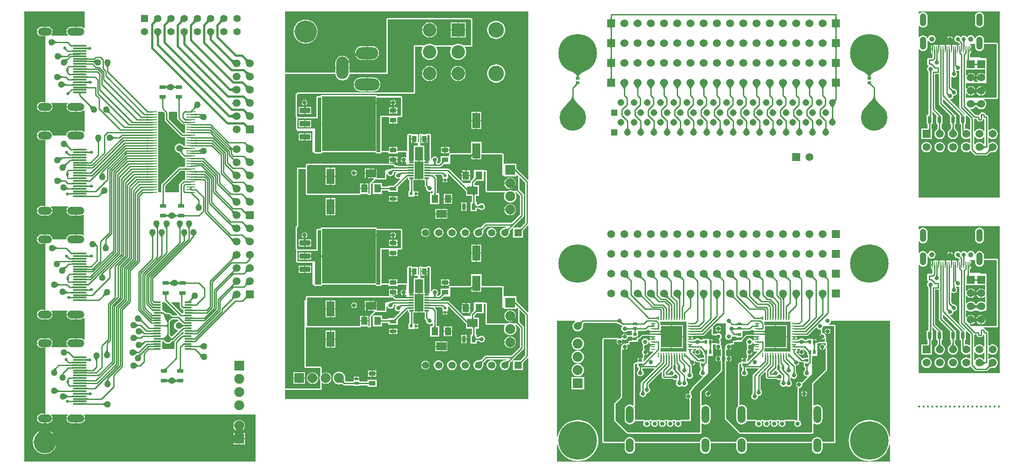
<source format=gtl>
G04*
G04 #@! TF.GenerationSoftware,Altium Limited,Altium Designer,19.1.6 (110)*
G04*
G04 Layer_Physical_Order=1*
G04 Layer_Color=255*
%FSLAX43Y43*%
%MOMM*%
G71*
G01*
G75*
%ADD11C,0.250*%
%ADD16C,0.254*%
%ADD18R,0.230X1.200*%
%ADD19R,0.700X1.300*%
%ADD20R,1.300X0.900*%
%ADD21R,0.700X0.540*%
%ADD22R,1.575X2.997*%
%ADD23R,0.540X0.600*%
%ADD24R,0.600X0.540*%
%ADD25R,0.900X1.300*%
%ADD26R,10.300X10.500*%
%ADD27R,2.100X1.050*%
%ADD28R,1.300X0.700*%
%ADD29R,0.805X0.300*%
%ADD30R,1.300X1.600*%
%ADD31R,2.000X1.600*%
%ADD32R,0.250X0.900*%
%ADD33R,4.100X4.100*%
%ADD34R,0.900X0.250*%
%ADD35R,0.540X0.700*%
%ADD36R,2.600X0.300*%
%ADD37O,1.400X0.300*%
%ADD38R,1.676X0.279*%
%ADD39R,1.800X3.400*%
%ADD40C,0.400*%
%ADD41O,1.250X2.500*%
%ADD42C,1.000*%
%ADD43R,1.500X1.500*%
%ADD44C,1.500*%
%ADD45R,1.500X1.500*%
%ADD46C,1.524*%
%ADD47R,1.900X1.900*%
%ADD48C,1.900*%
%ADD49C,1.388*%
%ADD50R,1.388X1.388*%
%ADD51O,4.318X2.337*%
%ADD52O,2.337X4.318*%
%ADD53O,4.826X2.337*%
%ADD54C,7.400*%
%ADD55O,1.500X2.700*%
%ADD56O,1.500X3.300*%
%ADD57R,1.524X1.524*%
%ADD58R,1.308X1.308*%
%ADD59C,5.100*%
%ADD60C,1.308*%
%ADD61C,3.000*%
%ADD62C,2.600*%
%ADD63R,2.600X2.600*%
%ADD64R,1.900X1.900*%
%ADD65C,1.398*%
%ADD66R,1.398X1.398*%
%ADD67O,2.700X1.500*%
%ADD68O,3.300X1.500*%
%ADD69C,4.300*%
%ADD70C,0.800*%
%ADD71C,0.600*%
%ADD72C,1.270*%
%ADD73C,1.270*%
%ADD74C,0.381*%
G36*
X156446Y85714D02*
X156450Y85671D01*
X156456Y85633D01*
X156465Y85600D01*
X156476Y85572D01*
X156490Y85549D01*
X156506Y85532D01*
X156525Y85519D01*
X156546Y85511D01*
X156570Y85509D01*
X156070D01*
X156094Y85511D01*
X156115Y85519D01*
X156134Y85532D01*
X156150Y85549D01*
X156164Y85572D01*
X156175Y85600D01*
X156184Y85633D01*
X156190Y85671D01*
X156194Y85714D01*
X156195Y85762D01*
X156445D01*
X156446Y85714D01*
D02*
G37*
G36*
X113266D02*
X113270Y85671D01*
X113276Y85633D01*
X113285Y85600D01*
X113296Y85572D01*
X113310Y85549D01*
X113326Y85532D01*
X113345Y85519D01*
X113366Y85511D01*
X113390Y85509D01*
X112890D01*
X112914Y85511D01*
X112935Y85519D01*
X112954Y85532D01*
X112970Y85549D01*
X112984Y85572D01*
X112995Y85600D01*
X113004Y85633D01*
X113010Y85671D01*
X113014Y85714D01*
X113015Y85762D01*
X113265D01*
X113266Y85714D01*
D02*
G37*
G36*
X38728Y85026D02*
X38646Y85025D01*
X38569Y85019D01*
X38496Y85009D01*
X38426Y84995D01*
X38361Y84976D01*
X38300Y84953D01*
X38243Y84926D01*
X38191Y84894D01*
X38142Y84858D01*
X38098Y84818D01*
X37828Y85088D01*
X37868Y85132D01*
X37904Y85181D01*
X37936Y85233D01*
X37963Y85290D01*
X37986Y85351D01*
X38005Y85416D01*
X38019Y85486D01*
X38029Y85559D01*
X38035Y85636D01*
X38036Y85718D01*
X38728Y85026D01*
D02*
G37*
G36*
X36188D02*
X36106Y85025D01*
X36029Y85019D01*
X35956Y85009D01*
X35886Y84995D01*
X35821Y84976D01*
X35760Y84953D01*
X35703Y84926D01*
X35651Y84894D01*
X35602Y84858D01*
X35558Y84818D01*
X35288Y85088D01*
X35328Y85132D01*
X35364Y85181D01*
X35396Y85233D01*
X35423Y85290D01*
X35446Y85351D01*
X35465Y85416D01*
X35479Y85486D01*
X35489Y85559D01*
X35495Y85636D01*
X35496Y85718D01*
X36188Y85026D01*
D02*
G37*
G36*
X33648D02*
X33566Y85025D01*
X33489Y85019D01*
X33416Y85009D01*
X33346Y84995D01*
X33281Y84976D01*
X33220Y84953D01*
X33163Y84926D01*
X33111Y84894D01*
X33062Y84858D01*
X33018Y84818D01*
X32748Y85088D01*
X32788Y85132D01*
X32824Y85181D01*
X32856Y85233D01*
X32883Y85290D01*
X32906Y85351D01*
X32925Y85416D01*
X32939Y85486D01*
X32949Y85559D01*
X32955Y85636D01*
X32956Y85718D01*
X33648Y85026D01*
D02*
G37*
G36*
X31108D02*
X31026Y85025D01*
X30949Y85019D01*
X30876Y85009D01*
X30806Y84995D01*
X30741Y84976D01*
X30680Y84953D01*
X30623Y84926D01*
X30571Y84894D01*
X30522Y84858D01*
X30478Y84818D01*
X30208Y85088D01*
X30248Y85132D01*
X30284Y85181D01*
X30316Y85233D01*
X30343Y85290D01*
X30366Y85351D01*
X30385Y85416D01*
X30399Y85486D01*
X30409Y85559D01*
X30415Y85636D01*
X30416Y85718D01*
X31108Y85026D01*
D02*
G37*
G36*
X28568D02*
X28486Y85025D01*
X28409Y85019D01*
X28336Y85009D01*
X28266Y84995D01*
X28201Y84976D01*
X28140Y84953D01*
X28083Y84926D01*
X28031Y84894D01*
X27982Y84858D01*
X27938Y84818D01*
X27668Y85088D01*
X27708Y85132D01*
X27744Y85181D01*
X27776Y85233D01*
X27803Y85290D01*
X27826Y85351D01*
X27845Y85416D01*
X27859Y85486D01*
X27869Y85559D01*
X27875Y85636D01*
X27876Y85718D01*
X28568Y85026D01*
D02*
G37*
G36*
X26028D02*
X25946Y85025D01*
X25869Y85019D01*
X25796Y85009D01*
X25726Y84995D01*
X25661Y84976D01*
X25600Y84953D01*
X25543Y84926D01*
X25491Y84894D01*
X25442Y84858D01*
X25398Y84818D01*
X25128Y85088D01*
X25168Y85132D01*
X25204Y85181D01*
X25236Y85233D01*
X25263Y85290D01*
X25286Y85351D01*
X25305Y85416D01*
X25319Y85486D01*
X25329Y85559D01*
X25335Y85636D01*
X25336Y85718D01*
X26028Y85026D01*
D02*
G37*
G36*
X187842Y87092D02*
X187842Y51255D01*
X172255D01*
Y79754D01*
X172382Y79797D01*
X172456Y79701D01*
X172639Y79561D01*
X172852Y79473D01*
X173080Y79442D01*
X173308Y79473D01*
X173521Y79561D01*
X173704Y79701D01*
X173844Y79884D01*
X173932Y80097D01*
X173963Y80325D01*
Y81359D01*
X174090Y81385D01*
X174095Y81372D01*
X174215Y81215D01*
X174372Y81095D01*
X174554Y81019D01*
X174750Y80994D01*
X174946Y81019D01*
X175128Y81095D01*
X175285Y81215D01*
X175405Y81372D01*
X175481Y81554D01*
X175506Y81750D01*
X175481Y81946D01*
X175405Y82128D01*
X175285Y82285D01*
X175128Y82405D01*
X174946Y82481D01*
X174750Y82506D01*
X174554Y82481D01*
X174372Y82405D01*
X174215Y82285D01*
X174095Y82128D01*
X174019Y81946D01*
X174017Y81931D01*
X173887Y81913D01*
X173844Y82016D01*
X173704Y82199D01*
X173521Y82339D01*
X173308Y82427D01*
X173080Y82458D01*
X172852Y82427D01*
X172639Y82339D01*
X172456Y82199D01*
X172382Y82103D01*
X172255Y82146D01*
Y84254D01*
X172382Y84297D01*
X172456Y84201D01*
X172639Y84061D01*
X172852Y83973D01*
X173080Y83942D01*
X173308Y83973D01*
X173521Y84061D01*
X173704Y84201D01*
X173844Y84384D01*
X173932Y84597D01*
X173963Y84825D01*
Y86075D01*
X173932Y86303D01*
X173844Y86516D01*
X173704Y86699D01*
X173521Y86839D01*
X173308Y86927D01*
X173080Y86958D01*
X172852Y86927D01*
X172639Y86839D01*
X172456Y86699D01*
X172382Y86603D01*
X172255Y86646D01*
Y87092D01*
X187842Y87092D01*
D02*
G37*
G36*
X11938Y87092D02*
Y83884D01*
X11811Y83852D01*
X11641Y83982D01*
X11422Y84073D01*
X11187Y84104D01*
X10362D01*
Y83196D01*
X10287D01*
Y83121D01*
X8489D01*
X8510Y82961D01*
X8601Y82742D01*
X8745Y82554D01*
X8759Y82543D01*
X8718Y82423D01*
X5596D01*
X5555Y82543D01*
X5569Y82554D01*
X5713Y82742D01*
X5804Y82961D01*
X5825Y83121D01*
X4402D01*
Y82288D01*
X4406D01*
Y69604D01*
X4402D01*
Y68771D01*
X5825D01*
X5804Y68931D01*
X5713Y69150D01*
X5569Y69338D01*
X5555Y69349D01*
X5596Y69469D01*
X8718D01*
X8759Y69349D01*
X8745Y69338D01*
X8601Y69150D01*
X8510Y68931D01*
X8489Y68771D01*
X10287D01*
Y68696D01*
X10362D01*
Y67788D01*
X11187D01*
X11422Y67819D01*
X11641Y67910D01*
X11811Y68040D01*
X11938Y68008D01*
X11938Y63902D01*
X11811Y63870D01*
X11641Y64001D01*
X11422Y64091D01*
X11187Y64122D01*
X10362D01*
Y63215D01*
X10212D01*
Y64122D01*
X9387D01*
X9152Y64091D01*
X8933Y64001D01*
X8745Y63857D01*
X8601Y63669D01*
X8510Y63450D01*
X8479Y63215D01*
X5835D01*
X5804Y63450D01*
X5713Y63669D01*
X5569Y63857D01*
X5381Y64001D01*
X5162Y64091D01*
X4927Y64122D01*
X4402D01*
Y63215D01*
Y62307D01*
X4406D01*
Y49622D01*
X4402D01*
Y48790D01*
X5825D01*
X5804Y48950D01*
X5713Y49169D01*
X5569Y49357D01*
X5508Y49403D01*
X5551Y49530D01*
X8763D01*
X8806Y49403D01*
X8745Y49357D01*
X8601Y49169D01*
X8510Y48950D01*
X8489Y48790D01*
X10287D01*
Y48715D01*
X10362D01*
Y47807D01*
X11187D01*
X11422Y47838D01*
X11641Y47929D01*
X11697Y47972D01*
X11811Y47915D01*
Y44033D01*
X11697Y43976D01*
X11641Y44019D01*
X11422Y44110D01*
X11187Y44141D01*
X10362D01*
Y43233D01*
X10212D01*
Y44141D01*
X9387D01*
X9152Y44110D01*
X8933Y44019D01*
X8745Y43875D01*
X8601Y43687D01*
X8510Y43468D01*
X8479Y43233D01*
X5835D01*
X5804Y43468D01*
X5713Y43687D01*
X5569Y43875D01*
X5381Y44019D01*
X5162Y44110D01*
X4927Y44141D01*
X4402D01*
Y43233D01*
Y42326D01*
X4406D01*
Y29641D01*
X4402D01*
Y28808D01*
X5825D01*
X5804Y28968D01*
X5713Y29187D01*
X5598Y29337D01*
X5650Y29464D01*
X8664D01*
X8716Y29337D01*
X8601Y29187D01*
X8510Y28968D01*
X8489Y28808D01*
X10287D01*
Y28733D01*
X10362D01*
Y27826D01*
X11187D01*
X11422Y27857D01*
X11641Y27947D01*
X11811Y28078D01*
X11938Y28046D01*
X11938Y23940D01*
X11811Y23908D01*
X11641Y24038D01*
X11422Y24129D01*
X11187Y24160D01*
X10362D01*
Y23252D01*
X10287D01*
Y23177D01*
X8489D01*
X8510Y23017D01*
X8601Y22798D01*
X8745Y22610D01*
X8759Y22599D01*
X8718Y22479D01*
X5596D01*
X5555Y22599D01*
X5569Y22610D01*
X5713Y22798D01*
X5804Y23017D01*
X5825Y23177D01*
X4402D01*
Y22344D01*
X4406D01*
Y9660D01*
X4402D01*
Y8827D01*
X5825D01*
X5804Y8987D01*
X5713Y9206D01*
X5569Y9394D01*
X5555Y9405D01*
X5596Y9525D01*
X8718Y9525D01*
X8759Y9405D01*
X8745Y9394D01*
X8601Y9206D01*
X8510Y8987D01*
X8489Y8827D01*
X12085D01*
X12064Y8987D01*
X11973Y9206D01*
X11829Y9394D01*
X11815Y9405D01*
X11856Y9525D01*
X44830D01*
Y408D01*
X408Y408D01*
Y87092D01*
X11938Y87092D01*
D02*
G37*
G36*
X156546Y83992D02*
X156525Y83984D01*
X156506Y83972D01*
X156490Y83954D01*
X156476Y83932D01*
X156465Y83904D01*
X156456Y83872D01*
X156450Y83834D01*
X156446Y83792D01*
X156445Y83744D01*
X156195D01*
X156194Y83792D01*
X156190Y83834D01*
X156184Y83872D01*
X156175Y83904D01*
X156164Y83932D01*
X156150Y83954D01*
X156134Y83972D01*
X156115Y83984D01*
X156094Y83992D01*
X156070Y83994D01*
X156570D01*
X156546Y83992D01*
D02*
G37*
G36*
X113366D02*
X113345Y83984D01*
X113326Y83972D01*
X113310Y83954D01*
X113296Y83932D01*
X113285Y83904D01*
X113276Y83872D01*
X113270Y83834D01*
X113266Y83792D01*
X113265Y83744D01*
X113015D01*
X113014Y83792D01*
X113010Y83834D01*
X113004Y83872D01*
X112995Y83904D01*
X112984Y83932D01*
X112970Y83954D01*
X112954Y83972D01*
X112935Y83984D01*
X112914Y83992D01*
X112890Y83994D01*
X113390D01*
X113366Y83992D01*
D02*
G37*
G36*
X36628Y82627D02*
X36577Y82568D01*
X36532Y82509D01*
X36493Y82450D01*
X36460Y82391D01*
X36433Y82332D01*
X36412Y82272D01*
X36397Y82213D01*
X36388Y82153D01*
X36386Y82093D01*
X36005D01*
X36002Y82153D01*
X35993Y82213D01*
X35978Y82272D01*
X35957Y82332D01*
X35930Y82391D01*
X35897Y82450D01*
X35858Y82509D01*
X35813Y82568D01*
X35762Y82627D01*
X35706Y82686D01*
X36684D01*
X36628Y82627D01*
D02*
G37*
G36*
X31548D02*
X31497Y82568D01*
X31452Y82509D01*
X31413Y82450D01*
X31380Y82391D01*
X31353Y82332D01*
X31332Y82272D01*
X31317Y82213D01*
X31308Y82153D01*
X31306Y82093D01*
X30924D01*
X30922Y82153D01*
X30913Y82213D01*
X30898Y82272D01*
X30877Y82332D01*
X30850Y82391D01*
X30817Y82450D01*
X30778Y82509D01*
X30733Y82568D01*
X30682Y82627D01*
X30626Y82686D01*
X31604D01*
X31548Y82627D01*
D02*
G37*
G36*
X26468D02*
X26417Y82568D01*
X26372Y82509D01*
X26333Y82450D01*
X26300Y82391D01*
X26273Y82332D01*
X26252Y82272D01*
X26237Y82213D01*
X26228Y82153D01*
X26226Y82093D01*
X25844D01*
X25842Y82153D01*
X25833Y82213D01*
X25818Y82272D01*
X25797Y82332D01*
X25770Y82391D01*
X25737Y82450D01*
X25698Y82509D01*
X25653Y82568D01*
X25602Y82627D01*
X25546Y82686D01*
X26524D01*
X26468Y82627D01*
D02*
G37*
G36*
X156446Y81904D02*
X156450Y81861D01*
X156456Y81823D01*
X156465Y81790D01*
X156476Y81762D01*
X156490Y81739D01*
X156506Y81722D01*
X156525Y81709D01*
X156546Y81701D01*
X156570Y81699D01*
X156070D01*
X156094Y81701D01*
X156115Y81709D01*
X156134Y81722D01*
X156150Y81739D01*
X156164Y81762D01*
X156175Y81790D01*
X156184Y81823D01*
X156190Y81861D01*
X156194Y81904D01*
X156195Y81952D01*
X156445D01*
X156446Y81904D01*
D02*
G37*
G36*
X113266D02*
X113270Y81861D01*
X113276Y81823D01*
X113285Y81790D01*
X113296Y81762D01*
X113310Y81739D01*
X113326Y81722D01*
X113345Y81709D01*
X113366Y81701D01*
X113390Y81699D01*
X112890D01*
X112914Y81701D01*
X112935Y81709D01*
X112954Y81722D01*
X112970Y81739D01*
X112984Y81762D01*
X112995Y81790D01*
X113004Y81823D01*
X113010Y81861D01*
X113014Y81904D01*
X113015Y81952D01*
X113265D01*
X113266Y81904D01*
D02*
G37*
G36*
X6103Y81537D02*
X6222Y81436D01*
X6279Y81394D01*
X6335Y81359D01*
X6389Y81331D01*
X6442Y81309D01*
X6493Y81293D01*
X6543Y81283D01*
X6591Y81280D01*
Y81026D01*
X6543Y81023D01*
X6493Y81013D01*
X6442Y80997D01*
X6389Y80975D01*
X6335Y80947D01*
X6279Y80912D01*
X6222Y80870D01*
X6163Y80823D01*
X6041Y80709D01*
Y81598D01*
X6103Y81537D01*
D02*
G37*
G36*
X86250Y80503D02*
X84731D01*
X84615Y80598D01*
X84346Y80742D01*
X84054Y80831D01*
X83750Y80860D01*
X83446Y80831D01*
X83154Y80742D01*
X82885Y80598D01*
X82769Y80503D01*
X79231D01*
X79115Y80598D01*
X78846Y80742D01*
X78554Y80831D01*
X78250Y80860D01*
X77946Y80831D01*
X77654Y80742D01*
X77385Y80598D01*
X77269Y80503D01*
X75250D01*
Y71503D01*
X52750Y71503D01*
Y71258D01*
X52652Y71238D01*
X52570Y71183D01*
X52515Y71101D01*
X52495Y71003D01*
Y67003D01*
X52515Y66905D01*
X52570Y66823D01*
X52640Y66776D01*
X52654Y66759D01*
X52685Y66632D01*
X52664Y66601D01*
X52645Y66503D01*
Y64503D01*
X52664Y64405D01*
X52720Y64323D01*
X52750Y64303D01*
Y64003D01*
X55750D01*
Y60003D01*
X55995D01*
X56015Y59905D01*
X56070Y59823D01*
X56152Y59768D01*
X56250Y59748D01*
X57385D01*
X57411Y59753D01*
X57437Y59754D01*
X57459Y59763D01*
X57482Y59768D01*
X57504Y59782D01*
X57529Y59793D01*
X57545Y59810D01*
X57565Y59823D01*
X57580Y59845D01*
X57598Y59864D01*
X57664Y59964D01*
X57672Y59986D01*
X57684Y60003D01*
X67816D01*
X67828Y59986D01*
X67836Y59964D01*
X67902Y59864D01*
X67920Y59845D01*
X67935Y59823D01*
X67955Y59810D01*
X67971Y59793D01*
X67996Y59782D01*
X68018Y59768D01*
X68041Y59763D01*
X68063Y59754D01*
X68089Y59753D01*
X68115Y59748D01*
X68750D01*
X68848Y59768D01*
X68930Y59823D01*
X68985Y59905D01*
X69005Y60003D01*
X70350D01*
Y59703D01*
X72150D01*
Y60003D01*
X73750D01*
Y58956D01*
X73623Y58915D01*
X73465Y59021D01*
X73325Y59049D01*
Y58503D01*
Y58217D01*
X73530D01*
X73501Y58187D01*
X73474Y58155D01*
X73451Y58123D01*
X73431Y58091D01*
X73414Y58058D01*
X73400Y58024D01*
X73389Y57990D01*
X73384Y57969D01*
X73465Y57985D01*
X73623Y58091D01*
X73750Y58050D01*
Y57385D01*
X73261D01*
X73250Y57378D01*
X73239Y57385D01*
X71728D01*
X71430Y57683D01*
X71348Y57738D01*
X71250Y57758D01*
X54750D01*
X54652Y57738D01*
X54570Y57683D01*
X54515Y57601D01*
X54495Y57503D01*
Y57003D01*
X52750D01*
Y45758D01*
X52652Y45738D01*
X52570Y45683D01*
X52515Y45601D01*
X52495Y45503D01*
Y41503D01*
X52515Y41405D01*
X52570Y41323D01*
X52640Y41276D01*
X52654Y41259D01*
X52685Y41132D01*
X52664Y41101D01*
X52645Y41003D01*
Y39003D01*
X52664Y38905D01*
X52720Y38823D01*
X52802Y38768D01*
X52900Y38748D01*
X55750D01*
Y34503D01*
X55995D01*
X56015Y34405D01*
X56070Y34323D01*
X56152Y34268D01*
X56250Y34248D01*
X57385D01*
X57411Y34253D01*
X57437Y34254D01*
X57459Y34263D01*
X57482Y34268D01*
X57504Y34282D01*
X57529Y34293D01*
X57545Y34310D01*
X57565Y34323D01*
X57580Y34345D01*
X57598Y34364D01*
X57664Y34464D01*
X57672Y34486D01*
X57684Y34503D01*
X67816D01*
X67828Y34486D01*
X67836Y34464D01*
X67902Y34364D01*
X67920Y34345D01*
X67935Y34323D01*
X67955Y34310D01*
X67971Y34293D01*
X67996Y34282D01*
X68018Y34268D01*
X68041Y34263D01*
X68063Y34254D01*
X68089Y34253D01*
X68115Y34248D01*
X68750D01*
X68848Y34268D01*
X68930Y34323D01*
X68985Y34405D01*
X69005Y34503D01*
X70350D01*
Y34203D01*
X72150D01*
Y34503D01*
X73750D01*
Y33456D01*
X73623Y33415D01*
X73465Y33521D01*
X73325Y33549D01*
Y33003D01*
Y32717D01*
X73530D01*
X73501Y32687D01*
X73474Y32655D01*
X73451Y32623D01*
X73431Y32591D01*
X73414Y32558D01*
X73400Y32524D01*
X73389Y32490D01*
X73384Y32469D01*
X73465Y32485D01*
X73623Y32591D01*
X73750Y32550D01*
Y31885D01*
X73261D01*
X73250Y31878D01*
X73239Y31885D01*
X71728D01*
X71430Y32183D01*
X71348Y32238D01*
X71250Y32258D01*
X54750D01*
X54652Y32238D01*
X54570Y32183D01*
X54515Y32101D01*
X54495Y32003D01*
Y31503D01*
X54250D01*
Y18503D01*
X57250D01*
Y17031D01*
X57161Y16816D01*
X57120Y16503D01*
X57161Y16190D01*
X57250Y15975D01*
Y14503D01*
X50505D01*
Y75003D01*
X60118D01*
X60139Y74843D01*
X60282Y74497D01*
X60510Y74201D01*
X60806Y73974D01*
X61151Y73831D01*
X61521Y73782D01*
X61891Y73831D01*
X62237Y73974D01*
X62533Y74201D01*
X62760Y74497D01*
X62903Y74843D01*
X62924Y75003D01*
X70250D01*
Y85503D01*
X86250D01*
Y80503D01*
D02*
G37*
G36*
X9750Y80299D02*
X9748Y80303D01*
X9740Y80306D01*
X9727Y80309D01*
X9709Y80312D01*
X9659Y80316D01*
X9496Y80319D01*
Y80573D01*
X9544Y80573D01*
X9740Y80586D01*
X9748Y80589D01*
X9750Y80593D01*
Y80299D01*
D02*
G37*
G36*
X12803Y79736D02*
X12786Y79752D01*
X12767Y79766D01*
X12747Y79778D01*
X12726Y79789D01*
X12703Y79798D01*
X12678Y79806D01*
X12652Y79812D01*
X12625Y79816D01*
X12596Y79818D01*
X12570Y79819D01*
X12550Y79819D01*
X12354Y79806D01*
X12347Y79803D01*
X12344Y79799D01*
Y80093D01*
X12347Y80089D01*
X12354Y80086D01*
X12367Y80083D01*
X12385Y80080D01*
X12435Y80076D01*
X12579Y80073D01*
X12596Y80074D01*
X12625Y80076D01*
X12652Y80080D01*
X12678Y80086D01*
X12703Y80094D01*
X12726Y80103D01*
X12747Y80114D01*
X12767Y80126D01*
X12786Y80140D01*
X12803Y80156D01*
Y79736D01*
D02*
G37*
G36*
X156546Y80182D02*
X156525Y80174D01*
X156506Y80162D01*
X156490Y80144D01*
X156476Y80122D01*
X156465Y80094D01*
X156456Y80062D01*
X156450Y80024D01*
X156446Y79982D01*
X156445Y79934D01*
X156195D01*
X156194Y79982D01*
X156190Y80024D01*
X156184Y80062D01*
X156175Y80094D01*
X156164Y80122D01*
X156150Y80144D01*
X156134Y80162D01*
X156115Y80174D01*
X156094Y80182D01*
X156070Y80184D01*
X156570D01*
X156546Y80182D01*
D02*
G37*
G36*
X113366D02*
X113345Y80174D01*
X113326Y80162D01*
X113310Y80144D01*
X113296Y80122D01*
X113285Y80094D01*
X113276Y80062D01*
X113270Y80024D01*
X113266Y79982D01*
X113265Y79934D01*
X113015D01*
X113014Y79982D01*
X113010Y80024D01*
X113004Y80062D01*
X112995Y80094D01*
X112984Y80122D01*
X112970Y80144D01*
X112954Y80162D01*
X112935Y80174D01*
X112914Y80182D01*
X112890Y80184D01*
X113390D01*
X113366Y80182D01*
D02*
G37*
G36*
X8429Y79984D02*
X8432Y79961D01*
X8437Y79938D01*
X8445Y79915D01*
X8455Y79892D01*
X8467Y79870D01*
X8481Y79847D01*
X8498Y79825D01*
X8516Y79802D01*
X8537Y79780D01*
X8358Y79601D01*
X8336Y79622D01*
X8313Y79640D01*
X8291Y79657D01*
X8268Y79671D01*
X8246Y79683D01*
X8223Y79693D01*
X8200Y79701D01*
X8177Y79706D01*
X8154Y79709D01*
X8131Y79710D01*
X8428Y80007D01*
X8429Y79984D01*
D02*
G37*
G36*
X9750Y79299D02*
X9748Y79303D01*
X9740Y79306D01*
X9727Y79309D01*
X9709Y79312D01*
X9659Y79316D01*
X9496Y79319D01*
Y79573D01*
X9544Y79573D01*
X9740Y79586D01*
X9748Y79589D01*
X9750Y79593D01*
Y79299D01*
D02*
G37*
G36*
X7286Y78830D02*
X7405Y78729D01*
X7462Y78687D01*
X7517Y78652D01*
X7572Y78624D01*
X7625Y78602D01*
X7676Y78586D01*
X7726Y78576D01*
X7774Y78573D01*
Y78319D01*
X7726Y78316D01*
X7676Y78306D01*
X7625Y78290D01*
X7572Y78268D01*
X7517Y78240D01*
X7462Y78205D01*
X7405Y78163D01*
X7346Y78116D01*
X7224Y78002D01*
Y78891D01*
X7286Y78830D01*
D02*
G37*
G36*
X156446Y78094D02*
X156450Y78051D01*
X156456Y78013D01*
X156465Y77980D01*
X156476Y77952D01*
X156490Y77929D01*
X156506Y77912D01*
X156525Y77899D01*
X156546Y77891D01*
X156570Y77889D01*
X156070D01*
X156094Y77891D01*
X156115Y77899D01*
X156134Y77912D01*
X156150Y77929D01*
X156164Y77952D01*
X156175Y77980D01*
X156184Y78013D01*
X156190Y78051D01*
X156194Y78094D01*
X156195Y78142D01*
X156445D01*
X156446Y78094D01*
D02*
G37*
G36*
X113266D02*
X113270Y78051D01*
X113276Y78013D01*
X113285Y77980D01*
X113296Y77952D01*
X113310Y77929D01*
X113326Y77912D01*
X113345Y77899D01*
X113366Y77891D01*
X113390Y77889D01*
X112890D01*
X112914Y77891D01*
X112935Y77899D01*
X112954Y77912D01*
X112970Y77929D01*
X112984Y77952D01*
X112995Y77980D01*
X113004Y78013D01*
X113010Y78051D01*
X113014Y78094D01*
X113015Y78142D01*
X113265D01*
X113266Y78094D01*
D02*
G37*
G36*
X12347Y78089D02*
X12354Y78086D01*
X12367Y78083D01*
X12385Y78080D01*
X12435Y78076D01*
X12598Y78073D01*
Y77819D01*
X12550Y77819D01*
X12354Y77806D01*
X12347Y77803D01*
X12344Y77799D01*
Y78093D01*
X12347Y78089D01*
D02*
G37*
G36*
X97245Y87092D02*
Y54715D01*
X97128Y54666D01*
X94980Y56813D01*
X94950Y56834D01*
Y57743D01*
X92550D01*
X92505Y57851D01*
Y59503D01*
X92485Y59601D01*
X92430Y59683D01*
X92348Y59738D01*
X92250Y59758D01*
X88287D01*
Y62002D01*
X86213D01*
Y59841D01*
X86211Y59835D01*
X86210Y59812D01*
X86208Y59801D01*
X86205Y59789D01*
X86200Y59775D01*
X86193Y59759D01*
X86192Y59758D01*
X82250D01*
X82186Y59745D01*
X82152Y59738D01*
X82145Y59740D01*
X82050Y59823D01*
X82050Y59918D01*
Y60328D01*
X81325D01*
Y59803D01*
X81929D01*
X82020Y59803D01*
X82070Y59693D01*
X82070Y59683D01*
X82050Y59654D01*
X82015Y59601D01*
X81995Y59503D01*
Y59203D01*
X80350D01*
Y58148D01*
X80319Y58113D01*
X80092Y57885D01*
X79757D01*
X79755Y57886D01*
X79747Y57889D01*
X79738Y57895D01*
X79729Y57902D01*
X79717Y57940D01*
X79716Y57942D01*
X79714Y58039D01*
X79818Y58175D01*
X79883Y58333D01*
X79906Y58503D01*
X79883Y58673D01*
X79818Y58831D01*
X79714Y58967D01*
X79578Y59071D01*
X79420Y59136D01*
X79250Y59159D01*
X79080Y59136D01*
X78922Y59071D01*
X78786Y58967D01*
X78682Y58831D01*
X78632Y58709D01*
X78505Y58735D01*
Y63253D01*
X78485Y63351D01*
X78430Y63433D01*
X78348Y63488D01*
X78250Y63508D01*
X77850D01*
X77752Y63488D01*
X77670Y63433D01*
X77650Y63403D01*
X76850D01*
X76830Y63433D01*
X76748Y63488D01*
X76650Y63508D01*
X76500D01*
X76402Y63488D01*
X76320Y63433D01*
X76265Y63351D01*
X76245Y63253D01*
Y61978D01*
X76132Y61913D01*
X76127Y61915D01*
X76050Y61969D01*
Y63403D01*
X74950D01*
X74930Y63433D01*
X74848Y63488D01*
X74750Y63508D01*
X74250D01*
X74152Y63488D01*
X74070Y63433D01*
X74015Y63351D01*
X73995Y63253D01*
Y60293D01*
X73868Y60225D01*
X73848Y60238D01*
X73750Y60258D01*
X72150D01*
X72086Y60328D01*
X71250D01*
X70414D01*
X70350Y60258D01*
X69005D01*
Y66748D01*
X70342D01*
X70450Y66703D01*
X70450Y66621D01*
Y66178D01*
X71250D01*
X72050D01*
X72050Y66703D01*
X72158Y66748D01*
X72750D01*
X72848Y66768D01*
X72930Y66823D01*
X72985Y66905D01*
X73005Y67003D01*
Y70503D01*
X72985Y70601D01*
X72930Y70683D01*
X72848Y70738D01*
X72750Y70758D01*
X68150D01*
Y71003D01*
X57350D01*
Y70758D01*
X56750D01*
X56652Y70738D01*
X56570Y70683D01*
X56515Y70601D01*
X56495Y70503D01*
Y66758D01*
X52917D01*
X52902Y66819D01*
X52898Y66828D01*
X52897Y66839D01*
X52877Y66873D01*
X52861Y66909D01*
X52853Y66916D01*
X52848Y66925D01*
X52834Y66942D01*
X52806Y66963D01*
X52782Y66988D01*
X52759Y67003D01*
X52750D01*
Y67028D01*
Y70978D01*
Y71003D01*
X52775D01*
X52800Y71008D01*
X52823Y71018D01*
X52848Y71022D01*
X52868Y71036D01*
X52892Y71046D01*
X52909Y71064D01*
X52930Y71078D01*
X52944Y71099D01*
X52962Y71116D01*
X52972Y71139D01*
X52985Y71160D01*
X52990Y71185D01*
X53000Y71208D01*
Y71233D01*
X53003Y71248D01*
X75250Y71248D01*
X75348Y71268D01*
X75430Y71323D01*
X75485Y71405D01*
X75505Y71503D01*
Y80248D01*
X76867D01*
X76930Y80121D01*
X76811Y79899D01*
X76722Y79607D01*
X76692Y79303D01*
X76722Y78999D01*
X76811Y78707D01*
X76955Y78438D01*
X77149Y78202D01*
X77385Y78008D01*
X77654Y77864D01*
X77946Y77775D01*
X78250Y77745D01*
X78554Y77775D01*
X78846Y77864D01*
X79115Y78008D01*
X79351Y78202D01*
X79545Y78438D01*
X79689Y78707D01*
X79778Y78999D01*
X79808Y79303D01*
X79778Y79607D01*
X79689Y79899D01*
X79570Y80121D01*
X79633Y80248D01*
X82367D01*
X82430Y80121D01*
X82311Y79899D01*
X82222Y79607D01*
X82192Y79303D01*
X82222Y78999D01*
X82311Y78707D01*
X82455Y78438D01*
X82649Y78202D01*
X82885Y78008D01*
X83154Y77864D01*
X83446Y77775D01*
X83750Y77745D01*
X84054Y77775D01*
X84346Y77864D01*
X84615Y78008D01*
X84851Y78202D01*
X85045Y78438D01*
X85189Y78707D01*
X85278Y78999D01*
X85308Y79303D01*
X85278Y79607D01*
X85189Y79899D01*
X85070Y80121D01*
X85133Y80248D01*
X86250D01*
X86348Y80268D01*
X86430Y80323D01*
X86485Y80405D01*
X86505Y80503D01*
Y85503D01*
X86485Y85601D01*
X86430Y85683D01*
X86348Y85739D01*
X86250Y85758D01*
X70250D01*
X70152Y85739D01*
X70070Y85683D01*
X70015Y85601D01*
X69995Y85503D01*
Y75258D01*
X62924D01*
X62858Y75356D01*
X62851Y75376D01*
Y76128D01*
X61521D01*
X60191D01*
Y75376D01*
X60185Y75356D01*
X60118Y75258D01*
X50505D01*
Y87092D01*
X97245Y87092D01*
D02*
G37*
G36*
X12347Y77589D02*
X12354Y77586D01*
X12367Y77583D01*
X12385Y77580D01*
X12435Y77576D01*
X12598Y77573D01*
Y77319D01*
X12550Y77319D01*
X12354Y77306D01*
X12347Y77303D01*
X12344Y77299D01*
Y77593D01*
X12347Y77589D01*
D02*
G37*
G36*
X8800Y77836D02*
X8768Y77799D01*
X8740Y77757D01*
X8715Y77710D01*
X8693Y77656D01*
X8675Y77598D01*
X8660Y77534D01*
X8649Y77464D01*
X8641Y77389D01*
X8636Y77222D01*
X8007Y77851D01*
X8094Y77852D01*
X8249Y77864D01*
X8319Y77875D01*
X8383Y77890D01*
X8441Y77908D01*
X8495Y77930D01*
X8542Y77955D01*
X8584Y77983D01*
X8621Y78015D01*
X8800Y77836D01*
D02*
G37*
G36*
X43038Y78013D02*
X43090Y77976D01*
X43146Y77943D01*
X43208Y77914D01*
X43274Y77891D01*
X43345Y77871D01*
X43422Y77856D01*
X43503Y77846D01*
X43589Y77840D01*
X43681Y77839D01*
X42938Y77096D01*
X42937Y77188D01*
X42931Y77274D01*
X42921Y77355D01*
X42906Y77432D01*
X42886Y77503D01*
X42863Y77569D01*
X42834Y77631D01*
X42801Y77687D01*
X42764Y77739D01*
X42722Y77785D01*
X42992Y78055D01*
X43038Y78013D01*
D02*
G37*
G36*
X13894Y76966D02*
X13863Y77033D01*
X13829Y77093D01*
X13793Y77146D01*
X13754Y77192D01*
X13713Y77231D01*
X13669Y77262D01*
X13623Y77287D01*
X13575Y77305D01*
X13524Y77315D01*
X13470Y77319D01*
X13572Y77573D01*
X13606Y77575D01*
X13647Y77582D01*
X13695Y77593D01*
X13810Y77628D01*
X13953Y77682D01*
X14216Y77795D01*
X13894Y76966D01*
D02*
G37*
G36*
X40297Y77834D02*
X40350Y77797D01*
X40405Y77768D01*
X40464Y77747D01*
X40525Y77734D01*
X40589Y77728D01*
X40655Y77731D01*
X40725Y77742D01*
X40797Y77760D01*
X40872Y77786D01*
X40445Y76827D01*
X40408Y76924D01*
X40262Y77246D01*
X40226Y77310D01*
X40155Y77419D01*
X40120Y77463D01*
X40086Y77501D01*
X40247Y77879D01*
X40297Y77834D01*
D02*
G37*
G36*
X12347Y77089D02*
X12354Y77086D01*
X12367Y77083D01*
X12385Y77080D01*
X12435Y77076D01*
X12598Y77073D01*
Y76819D01*
X12550Y76819D01*
X12354Y76806D01*
X12347Y76803D01*
X12344Y76799D01*
Y77093D01*
X12347Y77089D01*
D02*
G37*
G36*
X9750Y76299D02*
X9748Y76303D01*
X9740Y76306D01*
X9727Y76309D01*
X9709Y76312D01*
X9659Y76316D01*
X9496Y76319D01*
Y76573D01*
X9544Y76573D01*
X9740Y76586D01*
X9748Y76589D01*
X9750Y76593D01*
Y76299D01*
D02*
G37*
G36*
X16767Y76701D02*
X16666Y76582D01*
X16624Y76525D01*
X16589Y76469D01*
X16561Y76415D01*
X16539Y76362D01*
X16523Y76311D01*
X16513Y76261D01*
X16510Y76213D01*
X16256D01*
X16253Y76261D01*
X16243Y76311D01*
X16227Y76362D01*
X16205Y76415D01*
X16177Y76469D01*
X16142Y76525D01*
X16100Y76582D01*
X16053Y76641D01*
X15939Y76763D01*
X16827D01*
X16767Y76701D01*
D02*
G37*
G36*
X156546Y76372D02*
X156525Y76364D01*
X156506Y76352D01*
X156490Y76334D01*
X156476Y76312D01*
X156465Y76284D01*
X156456Y76252D01*
X156450Y76214D01*
X156446Y76172D01*
X156445Y76124D01*
X156195D01*
X156194Y76172D01*
X156190Y76214D01*
X156184Y76252D01*
X156175Y76284D01*
X156164Y76312D01*
X156150Y76334D01*
X156134Y76352D01*
X156115Y76364D01*
X156094Y76372D01*
X156070Y76374D01*
X156570D01*
X156546Y76372D01*
D02*
G37*
G36*
X113366D02*
X113345Y76364D01*
X113326Y76352D01*
X113310Y76334D01*
X113296Y76312D01*
X113285Y76284D01*
X113276Y76252D01*
X113270Y76214D01*
X113266Y76172D01*
X113265Y76124D01*
X113015D01*
X113014Y76172D01*
X113010Y76214D01*
X113004Y76252D01*
X112995Y76284D01*
X112984Y76312D01*
X112970Y76334D01*
X112954Y76352D01*
X112935Y76364D01*
X112914Y76372D01*
X112890Y76374D01*
X113390D01*
X113366Y76372D01*
D02*
G37*
G36*
X8764Y76113D02*
X8766Y76084D01*
X8770Y76057D01*
X8776Y76031D01*
X8784Y76006D01*
X8793Y75983D01*
X8804Y75962D01*
X8816Y75942D01*
X8830Y75923D01*
X8846Y75906D01*
X8426D01*
X8442Y75923D01*
X8456Y75942D01*
X8468Y75962D01*
X8479Y75983D01*
X8488Y76006D01*
X8496Y76031D01*
X8502Y76057D01*
X8506Y76084D01*
X8508Y76113D01*
X8509Y76144D01*
X8763D01*
X8764Y76113D01*
D02*
G37*
G36*
X12347Y76089D02*
X12354Y76086D01*
X12367Y76083D01*
X12385Y76080D01*
X12435Y76076D01*
X12598Y76073D01*
Y75819D01*
X12550Y75819D01*
X12354Y75806D01*
X12347Y75803D01*
X12344Y75799D01*
Y76093D01*
X12347Y76089D01*
D02*
G37*
G36*
Y75589D02*
X12354Y75586D01*
X12367Y75583D01*
X12385Y75580D01*
X12435Y75576D01*
X12598Y75573D01*
Y75319D01*
X12550Y75319D01*
X12354Y75306D01*
X12347Y75303D01*
X12344Y75299D01*
Y75593D01*
X12347Y75589D01*
D02*
G37*
G36*
X9750Y74799D02*
X9748Y74803D01*
X9740Y74806D01*
X9727Y74809D01*
X9709Y74812D01*
X9659Y74816D01*
X9496Y74819D01*
Y75073D01*
X9544Y75073D01*
X9740Y75086D01*
X9748Y75089D01*
X9750Y75093D01*
Y74799D01*
D02*
G37*
G36*
X43121Y75517D02*
X43171Y75480D01*
X43226Y75446D01*
X43288Y75415D01*
X43354Y75387D01*
X43426Y75362D01*
X43504Y75341D01*
X43587Y75322D01*
X43770Y75294D01*
X42944Y74646D01*
X42953Y74733D01*
X42956Y74816D01*
X42953Y74894D01*
X42945Y74968D01*
X42931Y75038D01*
X42911Y75103D01*
X42885Y75164D01*
X42853Y75221D01*
X42816Y75273D01*
X42773Y75322D01*
X43076Y75557D01*
X43121Y75517D01*
D02*
G37*
G36*
X12347Y74589D02*
X12354Y74586D01*
X12367Y74583D01*
X12385Y74580D01*
X12435Y74576D01*
X12598Y74573D01*
Y74319D01*
X12550Y74319D01*
X12354Y74306D01*
X12347Y74303D01*
X12344Y74299D01*
Y74593D01*
X12347Y74589D01*
D02*
G37*
G36*
X163832Y75448D02*
X163631Y75344D01*
X163454Y75232D01*
X163300Y75110D01*
X163170Y74979D01*
X163064Y74838D01*
X162981Y74688D01*
X162922Y74529D01*
X162915Y74495D01*
X162920Y74487D01*
X162936Y74470D01*
X162955Y74457D01*
X162976Y74449D01*
X163000Y74447D01*
X162905D01*
X162887Y74361D01*
X162875Y74183D01*
X162625D01*
X162613Y74361D01*
X162595Y74447D01*
X162500D01*
X162524Y74449D01*
X162545Y74457D01*
X162564Y74470D01*
X162580Y74487D01*
X162585Y74495D01*
X162578Y74529D01*
X162519Y74688D01*
X162436Y74838D01*
X162330Y74979D01*
X162200Y75110D01*
X162046Y75232D01*
X161869Y75344D01*
X161668Y75448D01*
X161443Y75541D01*
X164057D01*
X163832Y75448D01*
D02*
G37*
G36*
X107832D02*
X107631Y75344D01*
X107454Y75232D01*
X107300Y75110D01*
X107170Y74979D01*
X107064Y74838D01*
X106981Y74688D01*
X106922Y74529D01*
X106915Y74495D01*
X106920Y74487D01*
X106936Y74470D01*
X106955Y74457D01*
X106976Y74449D01*
X107000Y74447D01*
X106905D01*
X106887Y74361D01*
X106875Y74183D01*
X106625D01*
X106613Y74361D01*
X106595Y74447D01*
X106500D01*
X106524Y74449D01*
X106545Y74457D01*
X106564Y74470D01*
X106580Y74487D01*
X106585Y74495D01*
X106578Y74529D01*
X106519Y74688D01*
X106436Y74838D01*
X106330Y74979D01*
X106200Y75110D01*
X106046Y75232D01*
X105869Y75344D01*
X105668Y75448D01*
X105443Y75541D01*
X108057D01*
X107832Y75448D01*
D02*
G37*
G36*
X156446Y74284D02*
X156450Y74241D01*
X156456Y74203D01*
X156465Y74170D01*
X156476Y74142D01*
X156490Y74119D01*
X156506Y74102D01*
X156525Y74089D01*
X156546Y74081D01*
X156570Y74079D01*
X156070D01*
X156094Y74081D01*
X156115Y74089D01*
X156134Y74102D01*
X156150Y74119D01*
X156164Y74142D01*
X156175Y74170D01*
X156184Y74203D01*
X156190Y74241D01*
X156194Y74284D01*
X156195Y74332D01*
X156445D01*
X156446Y74284D01*
D02*
G37*
G36*
X113266D02*
X113270Y74241D01*
X113276Y74203D01*
X113285Y74170D01*
X113296Y74142D01*
X113310Y74119D01*
X113326Y74102D01*
X113345Y74089D01*
X113366Y74081D01*
X113390Y74079D01*
X112890D01*
X112914Y74081D01*
X112935Y74089D01*
X112954Y74102D01*
X112970Y74119D01*
X112984Y74142D01*
X112995Y74170D01*
X113004Y74203D01*
X113010Y74241D01*
X113014Y74284D01*
X113015Y74332D01*
X113265D01*
X113266Y74284D01*
D02*
G37*
G36*
X7222Y74830D02*
X7341Y74729D01*
X7398Y74687D01*
X7454Y74652D01*
X7508Y74624D01*
X7561Y74602D01*
X7612Y74586D01*
X7662Y74576D01*
X7710Y74573D01*
Y74319D01*
X7662Y74316D01*
X7612Y74306D01*
X7561Y74290D01*
X7508Y74268D01*
X7454Y74240D01*
X7398Y74205D01*
X7341Y74163D01*
X7282Y74116D01*
X7161Y74001D01*
Y74890D01*
X7222Y74830D01*
D02*
G37*
G36*
X9750Y73799D02*
X9748Y73803D01*
X9740Y73806D01*
X9727Y73809D01*
X9709Y73812D01*
X9659Y73816D01*
X9496Y73819D01*
Y74073D01*
X9544Y74073D01*
X9740Y74086D01*
X9748Y74089D01*
X9750Y74093D01*
Y73799D01*
D02*
G37*
G36*
X12827Y73236D02*
X12810Y73252D01*
X12791Y73266D01*
X12771Y73278D01*
X12750Y73289D01*
X12727Y73298D01*
X12702Y73306D01*
X12676Y73312D01*
X12649Y73316D01*
X12620Y73318D01*
X12590Y73319D01*
X12550Y73319D01*
X12354Y73306D01*
X12347Y73303D01*
X12344Y73299D01*
Y73593D01*
X12347Y73589D01*
X12354Y73586D01*
X12367Y73583D01*
X12385Y73580D01*
X12435Y73576D01*
X12593Y73573D01*
X12620Y73574D01*
X12649Y73576D01*
X12676Y73580D01*
X12702Y73586D01*
X12727Y73594D01*
X12750Y73603D01*
X12771Y73614D01*
X12791Y73626D01*
X12810Y73640D01*
X12827Y73656D01*
Y73236D01*
D02*
G37*
G36*
X106837Y73059D02*
X106813Y73068D01*
X106785Y73070D01*
X106752Y73063D01*
X106715Y73048D01*
X106673Y73026D01*
X106626Y72995D01*
X106575Y72956D01*
X106459Y72854D01*
X106395Y72791D01*
X106226Y72976D01*
X106280Y73031D01*
X106363Y73128D01*
X106393Y73170D01*
X106414Y73208D01*
X106429Y73241D01*
X106435Y73270D01*
X106433Y73294D01*
X106424Y73314D01*
X106406Y73330D01*
X106837Y73059D01*
D02*
G37*
G36*
X9750Y72799D02*
X9748Y72803D01*
X9740Y72806D01*
X9727Y72809D01*
X9709Y72812D01*
X9659Y72816D01*
X9496Y72819D01*
Y73073D01*
X9544Y73073D01*
X9740Y73086D01*
X9748Y73089D01*
X9750Y73093D01*
Y72799D01*
D02*
G37*
G36*
X163077Y73314D02*
X163067Y73294D01*
X163065Y73270D01*
X163071Y73241D01*
X163086Y73208D01*
X163107Y73170D01*
X163137Y73128D01*
X163175Y73082D01*
X163274Y72976D01*
X163105Y72791D01*
X163041Y72854D01*
X162874Y72995D01*
X162827Y73026D01*
X162785Y73048D01*
X162748Y73063D01*
X162715Y73070D01*
X162687Y73068D01*
X162663Y73059D01*
X163094Y73330D01*
X163077Y73314D01*
D02*
G37*
G36*
X27995Y72068D02*
X27933Y72128D01*
X27814Y72229D01*
X27757Y72271D01*
X27701Y72306D01*
X27647Y72334D01*
X27621Y72345D01*
X27612Y72339D01*
X27594Y72323D01*
X27581Y72304D01*
X27573Y72282D01*
X27571Y72258D01*
Y72364D01*
X27543Y72372D01*
X27493Y72382D01*
X27445Y72385D01*
Y72639D01*
X27493Y72642D01*
X27543Y72652D01*
X27571Y72660D01*
Y72766D01*
X27573Y72742D01*
X27581Y72720D01*
X27594Y72701D01*
X27612Y72685D01*
X27621Y72679D01*
X27647Y72690D01*
X27701Y72718D01*
X27757Y72753D01*
X27814Y72795D01*
X27873Y72842D01*
X27995Y72957D01*
Y72068D01*
D02*
G37*
G36*
X8049Y73346D02*
X8101Y73288D01*
X8152Y73238D01*
X8203Y73194D01*
X8254Y73157D01*
X8304Y73127D01*
X8355Y73103D01*
X8406Y73086D01*
X8457Y73076D01*
X8507Y73073D01*
X8475Y72819D01*
X8429Y72816D01*
X8381Y72807D01*
X8330Y72793D01*
X8275Y72772D01*
X8218Y72746D01*
X8158Y72714D01*
X8029Y72632D01*
X7960Y72583D01*
X7888Y72528D01*
X7998Y73410D01*
X8049Y73346D01*
D02*
G37*
G36*
X156546Y72562D02*
X156525Y72554D01*
X156506Y72542D01*
X156490Y72524D01*
X156476Y72502D01*
X156465Y72474D01*
X156456Y72442D01*
X156450Y72404D01*
X156446Y72362D01*
X156445Y72314D01*
X156195D01*
X156194Y72362D01*
X156190Y72404D01*
X156184Y72442D01*
X156175Y72474D01*
X156164Y72502D01*
X156150Y72524D01*
X156134Y72542D01*
X156115Y72554D01*
X156094Y72562D01*
X156070Y72564D01*
X156570D01*
X156546Y72562D01*
D02*
G37*
G36*
X12347Y72589D02*
X12354Y72586D01*
X12367Y72583D01*
X12385Y72580D01*
X12435Y72576D01*
X12598Y72573D01*
Y72319D01*
X12550Y72319D01*
X12354Y72306D01*
X12347Y72303D01*
X12344Y72299D01*
Y72593D01*
X12347Y72589D01*
D02*
G37*
G36*
X28963Y72896D02*
X29082Y72795D01*
X29139Y72753D01*
X29195Y72718D01*
X29249Y72690D01*
X29302Y72668D01*
X29344Y72654D01*
X29363Y72659D01*
X29391Y72671D01*
X29414Y72685D01*
X29432Y72701D01*
X29445Y72720D01*
X29453Y72742D01*
X29455Y72766D01*
Y72258D01*
X29453Y72282D01*
X29445Y72304D01*
X29432Y72323D01*
X29414Y72339D01*
X29391Y72353D01*
X29363Y72365D01*
X29344Y72370D01*
X29302Y72356D01*
X29249Y72334D01*
X29195Y72306D01*
X29139Y72271D01*
X29082Y72229D01*
X29023Y72182D01*
X28901Y72068D01*
Y72957D01*
X28963Y72896D01*
D02*
G37*
G36*
X154236Y72700D02*
X154105Y72551D01*
X154052Y72480D01*
X154007Y72412D01*
X153970Y72347D01*
X153942Y72285D01*
X153921Y72225D01*
X153909Y72168D01*
X153905Y72114D01*
X153655D01*
X153651Y72168D01*
X153639Y72225D01*
X153618Y72285D01*
X153590Y72347D01*
X153553Y72412D01*
X153508Y72480D01*
X153455Y72551D01*
X153324Y72700D01*
X153247Y72779D01*
X154313D01*
X154236Y72700D01*
D02*
G37*
G36*
X151696D02*
X151565Y72551D01*
X151512Y72480D01*
X151467Y72412D01*
X151430Y72347D01*
X151402Y72285D01*
X151381Y72225D01*
X151369Y72168D01*
X151365Y72114D01*
X151115D01*
X151111Y72168D01*
X151099Y72225D01*
X151078Y72285D01*
X151050Y72347D01*
X151013Y72412D01*
X150968Y72480D01*
X150915Y72551D01*
X150784Y72700D01*
X150707Y72779D01*
X151773D01*
X151696Y72700D01*
D02*
G37*
G36*
X149156D02*
X149025Y72551D01*
X148972Y72480D01*
X148927Y72412D01*
X148890Y72347D01*
X148862Y72285D01*
X148841Y72225D01*
X148829Y72168D01*
X148825Y72114D01*
X148575D01*
X148571Y72168D01*
X148559Y72225D01*
X148538Y72285D01*
X148510Y72347D01*
X148473Y72412D01*
X148428Y72480D01*
X148375Y72551D01*
X148244Y72700D01*
X148167Y72779D01*
X149233D01*
X149156Y72700D01*
D02*
G37*
G36*
X146616D02*
X146485Y72551D01*
X146432Y72480D01*
X146387Y72412D01*
X146350Y72347D01*
X146322Y72285D01*
X146301Y72225D01*
X146289Y72168D01*
X146285Y72114D01*
X146035D01*
X146031Y72168D01*
X146019Y72225D01*
X145998Y72285D01*
X145970Y72347D01*
X145933Y72412D01*
X145888Y72480D01*
X145835Y72551D01*
X145704Y72700D01*
X145627Y72779D01*
X146693D01*
X146616Y72700D01*
D02*
G37*
G36*
X144076D02*
X143945Y72551D01*
X143892Y72480D01*
X143847Y72412D01*
X143810Y72347D01*
X143782Y72285D01*
X143761Y72225D01*
X143749Y72168D01*
X143745Y72114D01*
X143495D01*
X143491Y72168D01*
X143479Y72225D01*
X143458Y72285D01*
X143430Y72347D01*
X143393Y72412D01*
X143348Y72480D01*
X143295Y72551D01*
X143164Y72700D01*
X143087Y72779D01*
X144153D01*
X144076Y72700D01*
D02*
G37*
G36*
X141536D02*
X141405Y72551D01*
X141352Y72480D01*
X141307Y72412D01*
X141270Y72347D01*
X141242Y72285D01*
X141221Y72225D01*
X141209Y72168D01*
X141205Y72114D01*
X140955D01*
X140951Y72168D01*
X140939Y72225D01*
X140918Y72285D01*
X140890Y72347D01*
X140853Y72412D01*
X140808Y72480D01*
X140755Y72551D01*
X140624Y72700D01*
X140547Y72779D01*
X141613D01*
X141536Y72700D01*
D02*
G37*
G36*
X138996D02*
X138865Y72551D01*
X138812Y72480D01*
X138767Y72412D01*
X138730Y72347D01*
X138702Y72285D01*
X138681Y72225D01*
X138669Y72168D01*
X138665Y72114D01*
X138415D01*
X138411Y72168D01*
X138399Y72225D01*
X138378Y72285D01*
X138350Y72347D01*
X138313Y72412D01*
X138268Y72480D01*
X138215Y72551D01*
X138084Y72700D01*
X138007Y72779D01*
X139073D01*
X138996Y72700D01*
D02*
G37*
G36*
X136456D02*
X136325Y72551D01*
X136272Y72480D01*
X136227Y72412D01*
X136190Y72347D01*
X136162Y72285D01*
X136141Y72225D01*
X136129Y72168D01*
X136125Y72114D01*
X135875D01*
X135871Y72168D01*
X135859Y72225D01*
X135838Y72285D01*
X135810Y72347D01*
X135773Y72412D01*
X135728Y72480D01*
X135675Y72551D01*
X135544Y72700D01*
X135467Y72779D01*
X136533D01*
X136456Y72700D01*
D02*
G37*
G36*
X133916D02*
X133785Y72551D01*
X133732Y72480D01*
X133687Y72412D01*
X133650Y72347D01*
X133622Y72285D01*
X133601Y72225D01*
X133589Y72168D01*
X133585Y72114D01*
X133335D01*
X133331Y72168D01*
X133319Y72225D01*
X133298Y72285D01*
X133270Y72347D01*
X133233Y72412D01*
X133188Y72480D01*
X133135Y72551D01*
X133004Y72700D01*
X132927Y72779D01*
X133993D01*
X133916Y72700D01*
D02*
G37*
G36*
X131376D02*
X131245Y72551D01*
X131192Y72480D01*
X131147Y72412D01*
X131110Y72347D01*
X131082Y72285D01*
X131061Y72225D01*
X131049Y72168D01*
X131045Y72114D01*
X130795D01*
X130791Y72168D01*
X130779Y72225D01*
X130758Y72285D01*
X130730Y72347D01*
X130693Y72412D01*
X130648Y72480D01*
X130595Y72551D01*
X130464Y72700D01*
X130387Y72779D01*
X131453D01*
X131376Y72700D01*
D02*
G37*
G36*
X128836D02*
X128705Y72551D01*
X128652Y72480D01*
X128607Y72412D01*
X128570Y72347D01*
X128542Y72285D01*
X128521Y72225D01*
X128509Y72168D01*
X128505Y72114D01*
X128255D01*
X128251Y72168D01*
X128239Y72225D01*
X128218Y72285D01*
X128190Y72347D01*
X128153Y72412D01*
X128108Y72480D01*
X128055Y72551D01*
X127924Y72700D01*
X127847Y72779D01*
X128913D01*
X128836Y72700D01*
D02*
G37*
G36*
X126296D02*
X126165Y72551D01*
X126112Y72480D01*
X126067Y72412D01*
X126030Y72347D01*
X126002Y72285D01*
X125981Y72225D01*
X125969Y72168D01*
X125965Y72114D01*
X125715D01*
X125711Y72168D01*
X125699Y72225D01*
X125678Y72285D01*
X125650Y72347D01*
X125613Y72412D01*
X125568Y72480D01*
X125515Y72551D01*
X125384Y72700D01*
X125307Y72779D01*
X126373D01*
X126296Y72700D01*
D02*
G37*
G36*
X123756D02*
X123625Y72551D01*
X123572Y72480D01*
X123527Y72412D01*
X123490Y72347D01*
X123462Y72285D01*
X123441Y72225D01*
X123429Y72168D01*
X123425Y72114D01*
X123175D01*
X123171Y72168D01*
X123159Y72225D01*
X123138Y72285D01*
X123110Y72347D01*
X123073Y72412D01*
X123028Y72480D01*
X122975Y72551D01*
X122844Y72700D01*
X122767Y72779D01*
X123833D01*
X123756Y72700D01*
D02*
G37*
G36*
X121216D02*
X121085Y72551D01*
X121032Y72480D01*
X120987Y72412D01*
X120950Y72347D01*
X120922Y72285D01*
X120901Y72225D01*
X120889Y72168D01*
X120885Y72114D01*
X120635D01*
X120631Y72168D01*
X120619Y72225D01*
X120598Y72285D01*
X120570Y72347D01*
X120533Y72412D01*
X120488Y72480D01*
X120435Y72551D01*
X120304Y72700D01*
X120227Y72779D01*
X121293D01*
X121216Y72700D01*
D02*
G37*
G36*
X118676D02*
X118545Y72551D01*
X118492Y72480D01*
X118447Y72412D01*
X118410Y72347D01*
X118382Y72285D01*
X118361Y72225D01*
X118349Y72168D01*
X118345Y72114D01*
X118095D01*
X118091Y72168D01*
X118079Y72225D01*
X118058Y72285D01*
X118030Y72347D01*
X117993Y72412D01*
X117948Y72480D01*
X117895Y72551D01*
X117764Y72700D01*
X117687Y72779D01*
X118753D01*
X118676Y72700D01*
D02*
G37*
G36*
X116136D02*
X116005Y72551D01*
X115952Y72480D01*
X115907Y72412D01*
X115870Y72347D01*
X115842Y72285D01*
X115821Y72225D01*
X115809Y72168D01*
X115805Y72114D01*
X115555D01*
X115551Y72168D01*
X115539Y72225D01*
X115518Y72285D01*
X115490Y72347D01*
X115453Y72412D01*
X115408Y72480D01*
X115355Y72551D01*
X115224Y72700D01*
X115147Y72779D01*
X116213D01*
X116136Y72700D01*
D02*
G37*
G36*
X43038Y72933D02*
X43090Y72896D01*
X43146Y72863D01*
X43208Y72834D01*
X43274Y72811D01*
X43345Y72791D01*
X43422Y72776D01*
X43503Y72766D01*
X43589Y72760D01*
X43681Y72759D01*
X42938Y72017D01*
X42937Y72108D01*
X42931Y72194D01*
X42921Y72275D01*
X42906Y72352D01*
X42886Y72423D01*
X42863Y72489D01*
X42834Y72551D01*
X42801Y72607D01*
X42764Y72659D01*
X42722Y72705D01*
X42992Y72975D01*
X43038Y72933D01*
D02*
G37*
G36*
X9750Y71799D02*
X9748Y71803D01*
X9740Y71806D01*
X9727Y71809D01*
X9709Y71812D01*
X9659Y71816D01*
X9496Y71819D01*
Y72073D01*
X9544Y72073D01*
X9740Y72086D01*
X9748Y72089D01*
X9750Y72093D01*
Y71799D01*
D02*
G37*
G36*
X40612Y71484D02*
X40547Y71548D01*
X40482Y71604D01*
X40417Y71655D01*
X40353Y71698D01*
X40289Y71735D01*
X40225Y71765D01*
X40161Y71788D01*
X40098Y71805D01*
X40035Y71815D01*
X39973Y71818D01*
Y72200D01*
X40035Y72203D01*
X40098Y72213D01*
X40161Y72230D01*
X40225Y72253D01*
X40289Y72283D01*
X40353Y72320D01*
X40417Y72363D01*
X40482Y72414D01*
X40547Y72470D01*
X40612Y72534D01*
Y71484D01*
D02*
G37*
G36*
X9172Y71477D02*
X9151Y71455D01*
X9133Y71432D01*
X9116Y71410D01*
X9102Y71387D01*
X9090Y71365D01*
X9080Y71342D01*
X9072Y71319D01*
X9067Y71296D01*
X9064Y71273D01*
X9063Y71250D01*
X8766Y71547D01*
X8789Y71548D01*
X8812Y71551D01*
X8835Y71556D01*
X8858Y71564D01*
X8881Y71574D01*
X8903Y71586D01*
X8926Y71600D01*
X8948Y71617D01*
X8971Y71635D01*
X8993Y71656D01*
X9172Y71477D01*
D02*
G37*
G36*
X11277Y71300D02*
X11255Y71292D01*
X11236Y71279D01*
X11220Y71261D01*
X11206Y71238D01*
X11194Y71210D01*
X11185Y71176D01*
X11179Y71138D01*
X11175Y71094D01*
X11174Y71045D01*
X10920D01*
X10919Y71094D01*
X10915Y71138D01*
X10909Y71176D01*
X10900Y71210D01*
X10888Y71238D01*
X10874Y71261D01*
X10858Y71279D01*
X10839Y71292D01*
X10817Y71300D01*
X10793Y71302D01*
X11301D01*
X11277Y71300D01*
D02*
G37*
G36*
X156408Y70060D02*
X156378Y70027D01*
X156352Y69994D01*
X156330Y69961D01*
X156313Y69928D01*
X156300Y69895D01*
X156292Y69862D01*
X156288Y69828D01*
X156288Y69795D01*
X156293Y69761D01*
X156303Y69728D01*
X155900Y70131D01*
X155934Y70121D01*
X155967Y70116D01*
X156000Y70116D01*
X156033Y70120D01*
X156067Y70128D01*
X156100Y70141D01*
X156133Y70158D01*
X156166Y70180D01*
X156199Y70206D01*
X156232Y70236D01*
X156408Y70060D01*
D02*
G37*
G36*
X30329Y70266D02*
X30307Y70258D01*
X30288Y70245D01*
X30272Y70227D01*
X30258Y70204D01*
X30246Y70176D01*
X30237Y70142D01*
X30231Y70104D01*
X30227Y70060D01*
X30226Y70011D01*
X29972D01*
X29971Y70060D01*
X29967Y70104D01*
X29961Y70142D01*
X29952Y70176D01*
X29940Y70204D01*
X29926Y70227D01*
X29910Y70245D01*
X29891Y70258D01*
X29869Y70266D01*
X29845Y70268D01*
X30353D01*
X30329Y70266D01*
D02*
G37*
G36*
X27154D02*
X27132Y70258D01*
X27113Y70245D01*
X27097Y70227D01*
X27083Y70204D01*
X27071Y70176D01*
X27062Y70142D01*
X27056Y70104D01*
X27052Y70060D01*
X27051Y70011D01*
X26797D01*
X26796Y70060D01*
X26792Y70104D01*
X26786Y70142D01*
X26777Y70176D01*
X26765Y70204D01*
X26751Y70227D01*
X26735Y70245D01*
X26716Y70258D01*
X26694Y70266D01*
X26670Y70268D01*
X27178D01*
X27154Y70266D01*
D02*
G37*
G36*
X72750Y67003D02*
X68750D01*
Y60003D01*
X68115D01*
X68050Y60103D01*
Y65428D01*
X62750D01*
X57450D01*
Y60103D01*
X57385Y60003D01*
X56250D01*
Y64503D01*
X52900D01*
Y66503D01*
X56750D01*
Y70503D01*
X57450D01*
Y65578D01*
X62750D01*
X68050D01*
Y69372D01*
X68018Y69367D01*
X67985Y69358D01*
X67957Y69347D01*
X67934Y69333D01*
X67917Y69317D01*
X67904Y69298D01*
X67896Y69277D01*
X67894Y69253D01*
Y69753D01*
X67896Y69729D01*
X67904Y69708D01*
X67917Y69689D01*
X67934Y69673D01*
X67957Y69659D01*
X67985Y69648D01*
X68018Y69639D01*
X68050Y69634D01*
Y70503D01*
X72750D01*
Y67003D01*
D02*
G37*
G36*
X43038Y70393D02*
X43090Y70356D01*
X43146Y70323D01*
X43208Y70294D01*
X43274Y70271D01*
X43345Y70251D01*
X43422Y70236D01*
X43503Y70226D01*
X43589Y70220D01*
X43681Y70219D01*
X42938Y69477D01*
X42937Y69568D01*
X42931Y69654D01*
X42921Y69735D01*
X42906Y69812D01*
X42886Y69883D01*
X42863Y69949D01*
X42834Y70011D01*
X42801Y70067D01*
X42764Y70119D01*
X42722Y70165D01*
X42992Y70435D01*
X43038Y70393D01*
D02*
G37*
G36*
X156080Y68982D02*
X155973Y68858D01*
X155930Y68799D01*
X155893Y68741D01*
X155863Y68685D01*
X155840Y68631D01*
X155823Y68579D01*
X155813Y68528D01*
X155810Y68479D01*
X155560D01*
X155557Y68528D01*
X155547Y68579D01*
X155530Y68631D01*
X155507Y68685D01*
X155477Y68741D01*
X155440Y68799D01*
X155397Y68858D01*
X155347Y68919D01*
X155227Y69046D01*
X156143D01*
X156080Y68982D01*
D02*
G37*
G36*
X163827Y70597D02*
X163876Y70441D01*
X163959Y70265D01*
X164076Y70070D01*
X164225Y69854D01*
X164408Y69619D01*
X164872Y69087D01*
X165470Y68477D01*
X161900D01*
X162215Y68792D01*
X163145Y69854D01*
X163294Y70070D01*
X163411Y70265D01*
X163494Y70441D01*
X163543Y70597D01*
X163560Y70732D01*
X163810D01*
X163827Y70597D01*
D02*
G37*
G36*
X105917D02*
X105966Y70441D01*
X106049Y70265D01*
X106166Y70070D01*
X106315Y69854D01*
X106498Y69619D01*
X106962Y69087D01*
X107560Y68477D01*
X103990D01*
X104305Y68792D01*
X105235Y69854D01*
X105384Y70070D01*
X105501Y70265D01*
X105584Y70441D01*
X105633Y70597D01*
X105650Y70732D01*
X105900D01*
X105917Y70597D01*
D02*
G37*
G36*
X33687Y68453D02*
X33601Y68452D01*
X33445Y68440D01*
X33376Y68429D01*
X33312Y68414D01*
X33253Y68396D01*
X33200Y68374D01*
X33153Y68349D01*
X33111Y68321D01*
X33074Y68289D01*
X32894Y68468D01*
X32926Y68505D01*
X32955Y68547D01*
X32980Y68594D01*
X33002Y68648D01*
X33020Y68706D01*
X33035Y68770D01*
X33046Y68840D01*
X33053Y68915D01*
X33059Y69082D01*
X33687Y68453D01*
D02*
G37*
G36*
X13133Y68966D02*
X13175Y68938D01*
X13222Y68913D01*
X13276Y68891D01*
X13334Y68873D01*
X13398Y68858D01*
X13468Y68847D01*
X13543Y68839D01*
X13710Y68834D01*
X13081Y68205D01*
X13080Y68291D01*
X13068Y68447D01*
X13057Y68517D01*
X13042Y68581D01*
X13024Y68639D01*
X13002Y68693D01*
X12977Y68740D01*
X12949Y68782D01*
X12917Y68819D01*
X13096Y68998D01*
X13133Y68966D01*
D02*
G37*
G36*
X32823Y68036D02*
X32798Y68006D01*
X32780Y67979D01*
X32769Y67955D01*
X32766Y67936D01*
X32769Y67919D01*
X32780Y67907D01*
X32798Y67898D01*
X32823Y67892D01*
X32855Y67891D01*
X32137D01*
X32173Y67892D01*
X32209Y67898D01*
X32245Y67907D01*
X32281Y67919D01*
X32317Y67936D01*
X32353Y67955D01*
X32388Y67979D01*
X32424Y68006D01*
X32460Y68036D01*
X32496Y68070D01*
X32855D01*
X32823Y68036D01*
D02*
G37*
G36*
X31524Y67617D02*
X31522Y67619D01*
X31514Y67621D01*
X31502Y67622D01*
X31461Y67625D01*
X31270Y67627D01*
Y67881D01*
X31524Y67891D01*
Y67617D01*
D02*
G37*
G36*
X16765Y68106D02*
X16777Y67951D01*
X16788Y67881D01*
X16803Y67817D01*
X16821Y67759D01*
X16843Y67705D01*
X16868Y67658D01*
X16896Y67616D01*
X16928Y67579D01*
X16749Y67400D01*
X16712Y67432D01*
X16670Y67460D01*
X16623Y67485D01*
X16569Y67507D01*
X16511Y67525D01*
X16447Y67540D01*
X16377Y67551D01*
X16302Y67559D01*
X16135Y67564D01*
X16764Y68193D01*
X16765Y68106D01*
D02*
G37*
G36*
X33197Y67389D02*
X33205Y67387D01*
X33218Y67386D01*
X33258Y67383D01*
X33449Y67381D01*
Y67127D01*
X33195Y67117D01*
Y67391D01*
X33197Y67389D01*
D02*
G37*
G36*
X24184Y67117D02*
X24181Y67119D01*
X24174Y67121D01*
X24161Y67122D01*
X24120Y67125D01*
X23930Y67127D01*
Y67381D01*
X24184Y67391D01*
Y67117D01*
D02*
G37*
G36*
X43038Y67853D02*
X43090Y67816D01*
X43146Y67783D01*
X43208Y67754D01*
X43274Y67731D01*
X43345Y67711D01*
X43422Y67696D01*
X43503Y67686D01*
X43589Y67680D01*
X43681Y67679D01*
X42938Y66937D01*
X42937Y67028D01*
X42931Y67114D01*
X42921Y67195D01*
X42906Y67272D01*
X42886Y67343D01*
X42863Y67409D01*
X42834Y67471D01*
X42801Y67527D01*
X42764Y67579D01*
X42722Y67625D01*
X42992Y67895D01*
X43038Y67853D01*
D02*
G37*
G36*
X33197Y66889D02*
X33205Y66887D01*
X33218Y66886D01*
X33258Y66883D01*
X33449Y66881D01*
Y66627D01*
X33195Y66617D01*
Y66891D01*
X33197Y66889D01*
D02*
G37*
G36*
X24184Y66617D02*
X24181Y66619D01*
X24174Y66621D01*
X24161Y66622D01*
X24120Y66625D01*
X23930Y66627D01*
Y66881D01*
X24184Y66891D01*
Y66617D01*
D02*
G37*
G36*
X40612Y66404D02*
X40547Y66468D01*
X40482Y66524D01*
X40417Y66575D01*
X40353Y66618D01*
X40289Y66655D01*
X40225Y66685D01*
X40161Y66708D01*
X40098Y66725D01*
X40035Y66735D01*
X39973Y66739D01*
Y67119D01*
X40035Y67123D01*
X40098Y67133D01*
X40161Y67150D01*
X40225Y67173D01*
X40289Y67203D01*
X40353Y67240D01*
X40417Y67283D01*
X40482Y67334D01*
X40547Y67390D01*
X40612Y67454D01*
Y66404D01*
D02*
G37*
G36*
X34424Y66309D02*
X34362Y66370D01*
X34243Y66471D01*
X34186Y66513D01*
X34130Y66548D01*
X34076Y66576D01*
X34023Y66598D01*
X33972Y66614D01*
X33922Y66624D01*
X33874Y66627D01*
Y66881D01*
X33922Y66884D01*
X33972Y66894D01*
X34023Y66910D01*
X34076Y66932D01*
X34130Y66960D01*
X34186Y66995D01*
X34243Y67037D01*
X34302Y67084D01*
X34424Y67198D01*
Y66309D01*
D02*
G37*
G36*
X155813Y66688D02*
X155823Y66638D01*
X155840Y66585D01*
X155863Y66531D01*
X155893Y66475D01*
X155930Y66417D01*
X155973Y66358D01*
X156023Y66297D01*
X156143Y66170D01*
X155227D01*
X155290Y66234D01*
X155397Y66358D01*
X155440Y66417D01*
X155477Y66475D01*
X155507Y66531D01*
X155530Y66585D01*
X155547Y66638D01*
X155557Y66688D01*
X155560Y66737D01*
X155810D01*
X155813Y66688D01*
D02*
G37*
G36*
X31524Y66117D02*
X31522Y66119D01*
X31515Y66121D01*
X31503Y66122D01*
X31464Y66125D01*
X31282Y66127D01*
Y66381D01*
X31524Y66391D01*
Y66117D01*
D02*
G37*
G36*
X24184D02*
X24181Y66119D01*
X24174Y66121D01*
X24161Y66122D01*
X24120Y66125D01*
X23930Y66127D01*
Y66381D01*
X24184Y66391D01*
Y66117D01*
D02*
G37*
G36*
X31524Y65617D02*
X31522Y65619D01*
X31514Y65621D01*
X31502Y65622D01*
X31461Y65625D01*
X31270Y65627D01*
Y65881D01*
X31524Y65891D01*
Y65617D01*
D02*
G37*
G36*
X24184D02*
X24181Y65619D01*
X24174Y65621D01*
X24161Y65622D01*
X24120Y65625D01*
X23930Y65627D01*
Y65881D01*
X24184Y65891D01*
Y65617D01*
D02*
G37*
G36*
X33197Y65389D02*
X33205Y65387D01*
X33218Y65386D01*
X33258Y65383D01*
X33449Y65381D01*
Y65127D01*
X33195Y65117D01*
Y65391D01*
X33197Y65389D01*
D02*
G37*
G36*
X24184Y65117D02*
X24181Y65119D01*
X24174Y65121D01*
X24161Y65122D01*
X24120Y65125D01*
X23930Y65127D01*
Y65381D01*
X24184Y65391D01*
Y65117D01*
D02*
G37*
G36*
X33197Y64889D02*
X33205Y64887D01*
X33218Y64886D01*
X33258Y64883D01*
X33449Y64881D01*
Y64627D01*
X33195Y64617D01*
Y64891D01*
X33197Y64889D01*
D02*
G37*
G36*
X24184Y64617D02*
X24181Y64619D01*
X24174Y64621D01*
X24161Y64622D01*
X24120Y64625D01*
X23930Y64627D01*
Y64881D01*
X24184Y64891D01*
Y64617D01*
D02*
G37*
G36*
X43019Y65330D02*
X43160Y65210D01*
X43222Y65167D01*
X43279Y65134D01*
X43330Y65113D01*
X43375Y65101D01*
X43416Y65101D01*
X43451Y65112D01*
X43480Y65133D01*
X42944Y64597D01*
X42965Y64627D01*
X42976Y64661D01*
X42976Y64702D01*
X42964Y64747D01*
X42943Y64798D01*
X42910Y64855D01*
X42867Y64917D01*
X42812Y64985D01*
X42672Y65136D01*
X42941Y65405D01*
X43019Y65330D01*
D02*
G37*
G36*
X154543Y64783D02*
X154553Y64733D01*
X154570Y64680D01*
X154593Y64626D01*
X154623Y64570D01*
X154660Y64512D01*
X154703Y64453D01*
X154753Y64392D01*
X154873Y64265D01*
X153957D01*
X154020Y64329D01*
X154127Y64453D01*
X154170Y64512D01*
X154207Y64570D01*
X154237Y64626D01*
X154260Y64680D01*
X154277Y64733D01*
X154287Y64783D01*
X154290Y64832D01*
X154540D01*
X154543Y64783D01*
D02*
G37*
G36*
X152003D02*
X152013Y64733D01*
X152030Y64680D01*
X152053Y64626D01*
X152083Y64570D01*
X152120Y64512D01*
X152163Y64453D01*
X152213Y64392D01*
X152333Y64265D01*
X151417D01*
X151480Y64329D01*
X151587Y64453D01*
X151630Y64512D01*
X151667Y64570D01*
X151697Y64626D01*
X151720Y64680D01*
X151737Y64733D01*
X151747Y64783D01*
X151750Y64832D01*
X152000D01*
X152003Y64783D01*
D02*
G37*
G36*
X149463D02*
X149473Y64733D01*
X149490Y64680D01*
X149513Y64626D01*
X149543Y64570D01*
X149580Y64512D01*
X149623Y64453D01*
X149673Y64392D01*
X149793Y64265D01*
X148877D01*
X148940Y64329D01*
X149047Y64453D01*
X149090Y64512D01*
X149127Y64570D01*
X149157Y64626D01*
X149180Y64680D01*
X149197Y64733D01*
X149207Y64783D01*
X149210Y64832D01*
X149460D01*
X149463Y64783D01*
D02*
G37*
G36*
X146923D02*
X146933Y64733D01*
X146950Y64680D01*
X146973Y64626D01*
X147003Y64570D01*
X147040Y64512D01*
X147083Y64453D01*
X147133Y64392D01*
X147253Y64265D01*
X146337D01*
X146400Y64329D01*
X146507Y64453D01*
X146550Y64512D01*
X146587Y64570D01*
X146617Y64626D01*
X146640Y64680D01*
X146657Y64733D01*
X146667Y64783D01*
X146670Y64832D01*
X146920D01*
X146923Y64783D01*
D02*
G37*
G36*
X144383D02*
X144393Y64733D01*
X144410Y64680D01*
X144433Y64626D01*
X144463Y64570D01*
X144500Y64512D01*
X144543Y64453D01*
X144593Y64392D01*
X144713Y64265D01*
X143797D01*
X143860Y64329D01*
X143967Y64453D01*
X144010Y64512D01*
X144047Y64570D01*
X144077Y64626D01*
X144100Y64680D01*
X144117Y64733D01*
X144127Y64783D01*
X144130Y64832D01*
X144380D01*
X144383Y64783D01*
D02*
G37*
G36*
X141843D02*
X141853Y64733D01*
X141870Y64680D01*
X141893Y64626D01*
X141923Y64570D01*
X141960Y64512D01*
X142003Y64453D01*
X142053Y64392D01*
X142173Y64265D01*
X141257D01*
X141320Y64329D01*
X141427Y64453D01*
X141470Y64512D01*
X141507Y64570D01*
X141537Y64626D01*
X141560Y64680D01*
X141577Y64733D01*
X141587Y64783D01*
X141590Y64832D01*
X141840D01*
X141843Y64783D01*
D02*
G37*
G36*
X139303D02*
X139313Y64733D01*
X139330Y64680D01*
X139353Y64626D01*
X139383Y64570D01*
X139420Y64512D01*
X139463Y64453D01*
X139513Y64392D01*
X139633Y64265D01*
X138717D01*
X138780Y64329D01*
X138887Y64453D01*
X138930Y64512D01*
X138967Y64570D01*
X138997Y64626D01*
X139020Y64680D01*
X139037Y64733D01*
X139047Y64783D01*
X139050Y64832D01*
X139300D01*
X139303Y64783D01*
D02*
G37*
G36*
X136763D02*
X136773Y64733D01*
X136790Y64680D01*
X136813Y64626D01*
X136843Y64570D01*
X136880Y64512D01*
X136923Y64453D01*
X136973Y64392D01*
X137093Y64265D01*
X136177D01*
X136240Y64329D01*
X136347Y64453D01*
X136390Y64512D01*
X136427Y64570D01*
X136457Y64626D01*
X136480Y64680D01*
X136497Y64733D01*
X136507Y64783D01*
X136510Y64832D01*
X136760D01*
X136763Y64783D01*
D02*
G37*
G36*
X134223D02*
X134233Y64733D01*
X134250Y64680D01*
X134273Y64626D01*
X134303Y64570D01*
X134340Y64512D01*
X134383Y64453D01*
X134433Y64392D01*
X134553Y64265D01*
X133637D01*
X133700Y64329D01*
X133807Y64453D01*
X133850Y64512D01*
X133887Y64570D01*
X133917Y64626D01*
X133940Y64680D01*
X133957Y64733D01*
X133967Y64783D01*
X133970Y64832D01*
X134220D01*
X134223Y64783D01*
D02*
G37*
G36*
X131683D02*
X131693Y64733D01*
X131710Y64680D01*
X131733Y64626D01*
X131763Y64570D01*
X131800Y64512D01*
X131843Y64453D01*
X131893Y64392D01*
X132013Y64265D01*
X131097D01*
X131160Y64329D01*
X131267Y64453D01*
X131310Y64512D01*
X131347Y64570D01*
X131377Y64626D01*
X131400Y64680D01*
X131417Y64733D01*
X131427Y64783D01*
X131430Y64832D01*
X131680D01*
X131683Y64783D01*
D02*
G37*
G36*
X129143D02*
X129153Y64733D01*
X129170Y64680D01*
X129193Y64626D01*
X129223Y64570D01*
X129260Y64512D01*
X129303Y64453D01*
X129353Y64392D01*
X129473Y64265D01*
X128557D01*
X128620Y64329D01*
X128727Y64453D01*
X128770Y64512D01*
X128807Y64570D01*
X128837Y64626D01*
X128860Y64680D01*
X128877Y64733D01*
X128887Y64783D01*
X128890Y64832D01*
X129140D01*
X129143Y64783D01*
D02*
G37*
G36*
X126603D02*
X126613Y64733D01*
X126630Y64680D01*
X126653Y64626D01*
X126683Y64570D01*
X126720Y64512D01*
X126763Y64453D01*
X126813Y64392D01*
X126933Y64265D01*
X126017D01*
X126080Y64329D01*
X126187Y64453D01*
X126230Y64512D01*
X126267Y64570D01*
X126297Y64626D01*
X126320Y64680D01*
X126337Y64733D01*
X126347Y64783D01*
X126350Y64832D01*
X126600D01*
X126603Y64783D01*
D02*
G37*
G36*
X124063D02*
X124073Y64733D01*
X124090Y64680D01*
X124113Y64626D01*
X124143Y64570D01*
X124180Y64512D01*
X124223Y64453D01*
X124273Y64392D01*
X124393Y64265D01*
X123477D01*
X123540Y64329D01*
X123647Y64453D01*
X123690Y64512D01*
X123727Y64570D01*
X123757Y64626D01*
X123780Y64680D01*
X123797Y64733D01*
X123807Y64783D01*
X123810Y64832D01*
X124060D01*
X124063Y64783D01*
D02*
G37*
G36*
X121523D02*
X121533Y64733D01*
X121550Y64680D01*
X121573Y64626D01*
X121603Y64570D01*
X121640Y64512D01*
X121683Y64453D01*
X121733Y64392D01*
X121853Y64265D01*
X120937D01*
X121000Y64329D01*
X121107Y64453D01*
X121150Y64512D01*
X121187Y64570D01*
X121217Y64626D01*
X121240Y64680D01*
X121257Y64733D01*
X121267Y64783D01*
X121270Y64832D01*
X121520D01*
X121523Y64783D01*
D02*
G37*
G36*
X118983D02*
X118993Y64733D01*
X119010Y64680D01*
X119033Y64626D01*
X119063Y64570D01*
X119100Y64512D01*
X119143Y64453D01*
X119193Y64392D01*
X119313Y64265D01*
X118397D01*
X118460Y64329D01*
X118567Y64453D01*
X118610Y64512D01*
X118647Y64570D01*
X118677Y64626D01*
X118700Y64680D01*
X118717Y64733D01*
X118727Y64783D01*
X118730Y64832D01*
X118980D01*
X118983Y64783D01*
D02*
G37*
G36*
X116443D02*
X116453Y64733D01*
X116470Y64680D01*
X116493Y64626D01*
X116523Y64570D01*
X116560Y64512D01*
X116603Y64453D01*
X116653Y64392D01*
X116773Y64265D01*
X115857D01*
X115920Y64329D01*
X116027Y64453D01*
X116070Y64512D01*
X116107Y64570D01*
X116137Y64626D01*
X116160Y64680D01*
X116177Y64733D01*
X116187Y64783D01*
X116190Y64832D01*
X116440D01*
X116443Y64783D01*
D02*
G37*
G36*
X33197Y64389D02*
X33205Y64387D01*
X33218Y64386D01*
X33258Y64383D01*
X33449Y64381D01*
Y64127D01*
X33195Y64117D01*
Y64391D01*
X33197Y64389D01*
D02*
G37*
G36*
X24184Y64117D02*
X24181Y64119D01*
X24174Y64121D01*
X24161Y64122D01*
X24120Y64125D01*
X23930Y64127D01*
Y64381D01*
X24184Y64391D01*
Y64117D01*
D02*
G37*
G36*
X29715Y66548D02*
X29715Y66548D01*
X29744Y66401D01*
X29827Y66276D01*
X30621Y65482D01*
X30621Y65482D01*
X30746Y65399D01*
X30893Y65370D01*
X31271D01*
Y64864D01*
Y63638D01*
X30885D01*
X28126Y66397D01*
Y67622D01*
X28120Y67656D01*
X28200Y67754D01*
X29715D01*
Y66548D01*
D02*
G37*
G36*
X33197Y63889D02*
X33205Y63887D01*
X33218Y63886D01*
X33258Y63883D01*
X33449Y63881D01*
Y63627D01*
X33195Y63617D01*
Y63891D01*
X33197Y63889D01*
D02*
G37*
G36*
X24184Y63617D02*
X24181Y63619D01*
X24174Y63621D01*
X24161Y63622D01*
X24120Y63625D01*
X23930Y63627D01*
Y63881D01*
X24184Y63891D01*
Y63617D01*
D02*
G37*
G36*
Y63117D02*
X24181Y63119D01*
X24174Y63121D01*
X24161Y63122D01*
X24120Y63125D01*
X23930Y63127D01*
Y63381D01*
X24184Y63391D01*
Y63117D01*
D02*
G37*
G36*
X31524Y63117D02*
X31522Y63119D01*
X31514Y63121D01*
X31502Y63122D01*
X31461Y63125D01*
X31270Y63127D01*
Y63381D01*
X31524Y63391D01*
Y63117D01*
D02*
G37*
G36*
X24184Y62617D02*
X24181Y62619D01*
X24174Y62621D01*
X24161Y62622D01*
X24120Y62625D01*
X23930Y62627D01*
Y62881D01*
X24184Y62891D01*
Y62617D01*
D02*
G37*
G36*
X33197Y62886D02*
X33205Y62881D01*
X33218Y62878D01*
X33235Y62874D01*
X33258Y62871D01*
X33319Y62867D01*
X33449Y62865D01*
Y62611D01*
X33195Y62617D01*
Y62891D01*
X33197Y62886D01*
D02*
G37*
G36*
X78250Y58303D02*
X77834D01*
X77839Y58272D01*
X77847Y58240D01*
X77859Y58212D01*
X77872Y58190D01*
X77889Y58172D01*
X77907Y58160D01*
X77929Y58152D01*
X77952Y58150D01*
X77777D01*
Y58003D01*
X77627D01*
Y58150D01*
X77452D01*
X77476Y58152D01*
X77497Y58160D01*
X77516Y58172D01*
X77532Y58190D01*
X77546Y58212D01*
X77557Y58240D01*
X77566Y58272D01*
X77571Y58303D01*
X77400D01*
Y58453D01*
X77250D01*
Y61253D01*
X76500D01*
Y63253D01*
X76650D01*
Y62578D01*
X77850D01*
Y63253D01*
X78250D01*
Y58303D01*
D02*
G37*
G36*
X17279Y63122D02*
X17398Y63021D01*
X17455Y62979D01*
X17511Y62944D01*
X17565Y62916D01*
X17618Y62894D01*
X17669Y62878D01*
X17719Y62868D01*
X17767Y62865D01*
Y62611D01*
X17719Y62608D01*
X17669Y62598D01*
X17618Y62582D01*
X17565Y62560D01*
X17511Y62532D01*
X17455Y62497D01*
X17398Y62455D01*
X17339Y62408D01*
X17217Y62293D01*
Y63182D01*
X17279Y63122D01*
D02*
G37*
G36*
X33197Y62389D02*
X33205Y62387D01*
X33218Y62386D01*
X33258Y62383D01*
X33449Y62381D01*
Y62127D01*
X33195Y62117D01*
Y62391D01*
X33197Y62389D01*
D02*
G37*
G36*
X24184Y62117D02*
X24181Y62119D01*
X24174Y62121D01*
X24161Y62122D01*
X24120Y62125D01*
X23930Y62127D01*
Y62381D01*
X24184Y62391D01*
Y62117D01*
D02*
G37*
G36*
X14989Y62223D02*
X14888Y62104D01*
X14846Y62047D01*
X14811Y61991D01*
X14783Y61937D01*
X14761Y61884D01*
X14745Y61833D01*
X14735Y61783D01*
X14732Y61735D01*
X14478D01*
X14475Y61783D01*
X14465Y61833D01*
X14449Y61884D01*
X14427Y61937D01*
X14399Y61991D01*
X14364Y62047D01*
X14322Y62104D01*
X14275Y62163D01*
X14160Y62285D01*
X15050D01*
X14989Y62223D01*
D02*
G37*
G36*
X33197Y61889D02*
X33205Y61887D01*
X33218Y61886D01*
X33258Y61883D01*
X33449Y61881D01*
Y61627D01*
X33195Y61617D01*
Y61891D01*
X33197Y61889D01*
D02*
G37*
G36*
X24184Y61617D02*
X24181Y61619D01*
X24174Y61621D01*
X24161Y61622D01*
X24120Y61625D01*
X23930Y61627D01*
Y61881D01*
X24184Y61891D01*
Y61617D01*
D02*
G37*
G36*
X27358Y67463D02*
Y66238D01*
X27358Y66238D01*
X27387Y66091D01*
X27470Y65966D01*
X30454Y62982D01*
X30454Y62982D01*
X30579Y62899D01*
X30726Y62870D01*
X31271D01*
Y62364D01*
Y61181D01*
X31145Y61141D01*
X31119Y61149D01*
X31088Y61162D01*
X31052Y61181D01*
X31011Y61207D01*
X30969Y61237D01*
X30865Y61326D01*
X30821Y61369D01*
X30809Y61385D01*
X30624Y61527D01*
X30409Y61616D01*
X30178Y61647D01*
X29947Y61616D01*
X29732Y61527D01*
X29547Y61385D01*
X29405Y61200D01*
X29316Y60985D01*
X29285Y60754D01*
X29316Y60523D01*
X29405Y60308D01*
X29547Y60123D01*
X29732Y59981D01*
X29947Y59892D01*
X30117Y59869D01*
X30146Y59855D01*
X30226Y59802D01*
X30226Y59802D01*
X30252Y59670D01*
X30335Y59545D01*
X30898Y58982D01*
X30898Y58982D01*
X31023Y58899D01*
X31170Y58870D01*
X31271Y58796D01*
Y58364D01*
Y57138D01*
X30211D01*
X30211Y57138D01*
X30064Y57109D01*
X29939Y57026D01*
X26779Y53866D01*
X26696Y53741D01*
X26667Y53594D01*
X26667Y53594D01*
Y52254D01*
X26107D01*
Y52864D01*
Y53864D01*
Y54864D01*
Y55864D01*
Y56864D01*
Y57864D01*
Y58864D01*
Y59864D01*
Y60864D01*
Y61864D01*
Y62864D01*
Y63864D01*
Y64864D01*
Y65864D01*
Y66864D01*
Y67754D01*
X27067D01*
X27358Y67463D01*
D02*
G37*
G36*
X33197Y61389D02*
X33205Y61387D01*
X33218Y61386D01*
X33258Y61383D01*
X33449Y61381D01*
Y61127D01*
X33195Y61117D01*
Y61391D01*
X33197Y61389D01*
D02*
G37*
G36*
X24184Y61117D02*
X24181Y61119D01*
X24174Y61121D01*
X24161Y61122D01*
X24120Y61125D01*
X23930Y61127D01*
Y61381D01*
X24184Y61391D01*
Y61117D01*
D02*
G37*
G36*
X8640Y61674D02*
X8749Y61369D01*
X8775Y61310D01*
X8828Y61215D01*
X8854Y61179D01*
X8880Y61149D01*
X8755Y60915D01*
X8715Y60950D01*
X8672Y60979D01*
X8625Y61001D01*
X8574Y61017D01*
X8519Y61028D01*
X8460Y61032D01*
X8397Y61030D01*
X8331Y61022D01*
X8261Y61008D01*
X8187Y60988D01*
X8612Y61769D01*
X8640Y61674D01*
D02*
G37*
G36*
X43136Y61569D02*
X43179Y61540D01*
X43231Y61511D01*
X43293Y61483D01*
X43445Y61425D01*
X43534Y61396D01*
X43860Y61309D01*
X42962Y60766D01*
X42983Y60861D01*
X42999Y60950D01*
X43007Y61034D01*
X43009Y61112D01*
X43004Y61184D01*
X42992Y61251D01*
X42973Y61313D01*
X42948Y61369D01*
X42916Y61419D01*
X42878Y61463D01*
X43103Y61598D01*
X43136Y61569D01*
D02*
G37*
G36*
X31524Y60617D02*
X31522Y60619D01*
X31514Y60621D01*
X31502Y60622D01*
X31461Y60625D01*
X31270Y60627D01*
Y60881D01*
X31524Y60891D01*
Y60617D01*
D02*
G37*
G36*
X24184D02*
X24181Y60619D01*
X24174Y60621D01*
X24161Y60622D01*
X24120Y60625D01*
X23930Y60627D01*
Y60881D01*
X24184Y60891D01*
Y60617D01*
D02*
G37*
G36*
X9750Y60318D02*
X9748Y60321D01*
X9740Y60325D01*
X9727Y60328D01*
X9709Y60330D01*
X9659Y60334D01*
X9496Y60338D01*
Y60592D01*
X9544Y60592D01*
X9740Y60604D01*
X9748Y60608D01*
X9750Y60612D01*
Y60318D01*
D02*
G37*
G36*
X33197Y60389D02*
X33205Y60387D01*
X33218Y60386D01*
X33258Y60383D01*
X33449Y60381D01*
Y60127D01*
X33195Y60117D01*
Y60391D01*
X33197Y60389D01*
D02*
G37*
G36*
X24184Y60117D02*
X24181Y60119D01*
X24174Y60121D01*
X24161Y60122D01*
X24120Y60125D01*
X23930Y60127D01*
Y60381D01*
X24184Y60391D01*
Y60117D01*
D02*
G37*
G36*
X12347Y60108D02*
X12354Y60104D01*
X12367Y60101D01*
X12385Y60099D01*
X12435Y60095D01*
X12598Y60092D01*
Y59838D01*
X12550Y59837D01*
X12354Y59825D01*
X12347Y59822D01*
X12344Y59818D01*
Y60112D01*
X12347Y60108D01*
D02*
G37*
G36*
X30693Y61138D02*
X30812Y61037D01*
X30869Y60995D01*
X30924Y60960D01*
X30979Y60932D01*
X31032Y60910D01*
X31083Y60894D01*
X31133Y60884D01*
X31181Y60881D01*
Y60627D01*
X31133Y60624D01*
X31083Y60614D01*
X31032Y60598D01*
X30979Y60576D01*
X30924Y60548D01*
X30869Y60513D01*
X30812Y60471D01*
X30775Y60441D01*
X30735Y60107D01*
X30734Y60066D01*
X30480Y59817D01*
X30477Y59872D01*
X30467Y59922D01*
X30451Y59967D01*
X30428Y60005D01*
X30399Y60038D01*
X30364Y60066D01*
X30322Y60088D01*
X30273Y60104D01*
X30218Y60114D01*
X30157Y60119D01*
X30631Y60502D01*
Y61199D01*
X30693Y61138D01*
D02*
G37*
G36*
X34416Y59809D02*
X34354Y59870D01*
X34235Y59971D01*
X34178Y60013D01*
X34123Y60048D01*
X34068Y60076D01*
X34015Y60098D01*
X33964Y60114D01*
X33914Y60124D01*
X33866Y60127D01*
Y60381D01*
X33914Y60384D01*
X33964Y60394D01*
X34015Y60410D01*
X34068Y60432D01*
X34123Y60460D01*
X34178Y60495D01*
X34235Y60537D01*
X34294Y60584D01*
X34416Y60698D01*
Y59809D01*
D02*
G37*
G36*
X13107Y59749D02*
X13091Y59766D01*
X13073Y59781D01*
X13054Y59794D01*
X13033Y59806D01*
X13011Y59816D01*
X12987Y59824D01*
X12961Y59830D01*
X12934Y59834D01*
X12905Y59837D01*
X12874Y59838D01*
X12894Y60092D01*
X12924Y60092D01*
X12953Y60095D01*
X12981Y60099D01*
X13007Y60104D01*
X13032Y60111D01*
X13056Y60119D01*
X13078Y60129D01*
X13098Y60141D01*
X13118Y60154D01*
X13136Y60168D01*
X13107Y59749D01*
D02*
G37*
G36*
X33197Y59889D02*
X33205Y59887D01*
X33218Y59886D01*
X33258Y59883D01*
X33449Y59881D01*
Y59627D01*
X33195Y59617D01*
Y59891D01*
X33197Y59889D01*
D02*
G37*
G36*
X24184Y59617D02*
X24181Y59619D01*
X24174Y59621D01*
X24161Y59622D01*
X24120Y59625D01*
X23930Y59627D01*
Y59881D01*
X24184Y59891D01*
Y59617D01*
D02*
G37*
G36*
X8810Y59918D02*
X8813Y59895D01*
X8818Y59872D01*
X8826Y59849D01*
X8836Y59826D01*
X8848Y59804D01*
X8862Y59781D01*
X8879Y59759D01*
X8897Y59736D01*
X8918Y59714D01*
X8739Y59535D01*
X8717Y59556D01*
X8694Y59574D01*
X8672Y59591D01*
X8649Y59605D01*
X8627Y59617D01*
X8604Y59627D01*
X8581Y59635D01*
X8558Y59640D01*
X8535Y59643D01*
X8512Y59644D01*
X8809Y59941D01*
X8810Y59918D01*
D02*
G37*
G36*
X9750Y59318D02*
X9748Y59321D01*
X9740Y59325D01*
X9727Y59328D01*
X9709Y59330D01*
X9659Y59334D01*
X9496Y59338D01*
Y59592D01*
X9544Y59592D01*
X9740Y59604D01*
X9748Y59608D01*
X9750Y59612D01*
Y59318D01*
D02*
G37*
G36*
X31524Y59117D02*
X31522Y59119D01*
X31514Y59121D01*
X31502Y59122D01*
X31461Y59125D01*
X31270Y59127D01*
Y59381D01*
X31524Y59391D01*
Y59117D01*
D02*
G37*
G36*
X24184D02*
X24181Y59119D01*
X24174Y59121D01*
X24161Y59122D01*
X24120Y59125D01*
X23930Y59127D01*
Y59381D01*
X24184Y59391D01*
Y59117D01*
D02*
G37*
G36*
X87325Y58604D02*
X88187D01*
Y59503D01*
X92250D01*
Y55503D01*
X92550D01*
Y55343D01*
X94950D01*
Y55503D01*
X95209D01*
X95250Y55462D01*
Y52503D01*
X94366D01*
X94355Y52511D01*
X94063Y52632D01*
X93750Y52673D01*
X93437Y52632D01*
X93145Y52511D01*
X93134Y52503D01*
X89250D01*
Y56503D01*
X88690D01*
Y56553D01*
X86890D01*
Y56503D01*
X86750D01*
Y55004D01*
X86250Y54503D01*
X86167Y54379D01*
X86138Y54233D01*
Y54003D01*
X84791D01*
X82020Y56773D01*
X81898Y56855D01*
X81750Y57003D01*
X80416D01*
X80367Y57120D01*
X80398Y57151D01*
X80520Y57233D01*
X80963Y57675D01*
X82250D01*
Y59503D01*
X86313D01*
Y59494D01*
X86322Y59504D01*
X86353Y59539D01*
X86379Y59575D01*
X86402Y59610D01*
X86421Y59645D01*
X86437Y59681D01*
X86450Y59716D01*
X86459Y59751D01*
X86464Y59787D01*
X86466Y59822D01*
Y59115D01*
X86464Y59147D01*
X86459Y59172D01*
X86450Y59189D01*
X86437Y59200D01*
X86421Y59203D01*
X86402Y59200D01*
X86379Y59189D01*
X86353Y59172D01*
X86322Y59147D01*
X86313Y59138D01*
Y58604D01*
X87175D01*
Y60253D01*
X87325D01*
Y58604D01*
D02*
G37*
G36*
X7631Y58760D02*
X7610Y58736D01*
X7586Y58704D01*
X7560Y58664D01*
X7501Y58560D01*
X7395Y58346D01*
X7312Y58164D01*
X7006Y58992D01*
X7072Y58964D01*
X7135Y58942D01*
X7195Y58927D01*
X7253Y58920D01*
X7308Y58920D01*
X7359Y58927D01*
X7408Y58941D01*
X7455Y58962D01*
X7498Y58991D01*
X7539Y59026D01*
X7631Y58760D01*
D02*
G37*
G36*
X9750Y58818D02*
X9748Y58822D01*
X9740Y58825D01*
X9727Y58828D01*
X9709Y58830D01*
X9659Y58834D01*
X9496Y58838D01*
Y59092D01*
X9544Y59092D01*
X9740Y59104D01*
X9748Y59108D01*
X9750Y59112D01*
Y58818D01*
D02*
G37*
G36*
X33197Y58889D02*
X33205Y58887D01*
X33218Y58886D01*
X33258Y58883D01*
X33449Y58881D01*
Y58627D01*
X33195Y58617D01*
Y58891D01*
X33197Y58889D01*
D02*
G37*
G36*
X24184Y58617D02*
X24181Y58619D01*
X24174Y58621D01*
X24161Y58622D01*
X24120Y58625D01*
X23930Y58627D01*
Y58881D01*
X24184Y58891D01*
Y58617D01*
D02*
G37*
G36*
X9750Y58318D02*
X9748Y58321D01*
X9740Y58325D01*
X9727Y58328D01*
X9709Y58330D01*
X9659Y58334D01*
X9496Y58338D01*
Y58592D01*
X9544Y58592D01*
X9740Y58604D01*
X9748Y58608D01*
X9750Y58612D01*
Y58318D01*
D02*
G37*
G36*
X33197Y58389D02*
X33205Y58387D01*
X33218Y58386D01*
X33258Y58383D01*
X33449Y58381D01*
Y58127D01*
X33195Y58117D01*
Y58391D01*
X33197Y58389D01*
D02*
G37*
G36*
X24184Y58117D02*
X24181Y58119D01*
X24174Y58121D01*
X24161Y58122D01*
X24120Y58125D01*
X23930Y58127D01*
Y58381D01*
X24184Y58391D01*
Y58117D01*
D02*
G37*
G36*
X42978Y58934D02*
X43026Y58903D01*
X43082Y58875D01*
X43145Y58851D01*
X43216Y58831D01*
X43294Y58815D01*
X43380Y58803D01*
X43573Y58790D01*
X43681Y58789D01*
X42938Y58047D01*
X42937Y58154D01*
X42924Y58347D01*
X42912Y58433D01*
X42896Y58511D01*
X42876Y58582D01*
X42852Y58645D01*
X42824Y58701D01*
X42793Y58749D01*
X42757Y58790D01*
X42937Y58970D01*
X42978Y58934D01*
D02*
G37*
G36*
X74750Y62578D02*
X75350D01*
Y62503D01*
X75425D01*
Y61703D01*
X75950D01*
X76000Y61597D01*
Y61253D01*
X75250D01*
Y58453D01*
X75100D01*
Y58303D01*
X74929D01*
X74934Y58272D01*
X74943Y58240D01*
X74954Y58212D01*
X74968Y58190D01*
X74984Y58172D01*
X75003Y58160D01*
X75024Y58152D01*
X75048Y58150D01*
X74873D01*
Y58003D01*
X74723D01*
Y58150D01*
X74548D01*
X74571Y58152D01*
X74593Y58160D01*
X74611Y58172D01*
X74628Y58190D01*
X74641Y58212D01*
X74653Y58240D01*
X74661Y58272D01*
X74666Y58303D01*
X74250D01*
Y63253D01*
X74750D01*
Y62578D01*
D02*
G37*
G36*
X79501Y58187D02*
X79474Y58155D01*
X79451Y58123D01*
X79431Y58091D01*
X79414Y58058D01*
X79400Y58024D01*
X79389Y57990D01*
X79381Y57955D01*
X79377Y57919D01*
X79375Y57883D01*
X79125D01*
X79123Y57919D01*
X79119Y57955D01*
X79111Y57990D01*
X79100Y58024D01*
X79086Y58058D01*
X79069Y58091D01*
X79049Y58123D01*
X79026Y58155D01*
X78999Y58187D01*
X78970Y58217D01*
X79530D01*
X79501Y58187D01*
D02*
G37*
G36*
X81122Y58057D02*
X81087Y58052D01*
X81051Y58043D01*
X81016Y58030D01*
X80981Y58014D01*
X80945Y57994D01*
X80910Y57971D01*
X80874Y57944D01*
X80839Y57913D01*
X80803Y57879D01*
X80450D01*
X80479Y57909D01*
X80597Y58042D01*
X80602Y58050D01*
X80603Y58056D01*
X81157Y58059D01*
X81122Y58057D01*
D02*
G37*
G36*
X12347Y58108D02*
X12354Y58104D01*
X12367Y58101D01*
X12385Y58099D01*
X12435Y58095D01*
X12598Y58092D01*
Y57838D01*
X12550Y57837D01*
X12354Y57825D01*
X12347Y57822D01*
X12344Y57818D01*
Y58112D01*
X12347Y58108D01*
D02*
G37*
G36*
X24184Y57617D02*
X24181Y57619D01*
X24174Y57621D01*
X24161Y57622D01*
X24120Y57625D01*
X23930Y57627D01*
Y57881D01*
X24184Y57891D01*
Y57617D01*
D02*
G37*
G36*
X79378Y57831D02*
X79385Y57788D01*
X79397Y57750D01*
X79415Y57718D01*
X79438Y57690D01*
X79465Y57668D01*
X79497Y57651D01*
X79535Y57638D01*
X79577Y57631D01*
X79625Y57628D01*
X79250Y57378D01*
X78875Y57628D01*
X78923Y57631D01*
X78965Y57638D01*
X79003Y57651D01*
X79035Y57668D01*
X79062Y57690D01*
X79085Y57718D01*
X79103Y57750D01*
X79115Y57788D01*
X79122Y57831D01*
X79125Y57878D01*
X79375D01*
X79378Y57831D01*
D02*
G37*
G36*
X78104Y57646D02*
X78112Y57642D01*
X78124Y57639D01*
X78142Y57636D01*
X78164Y57633D01*
X78262Y57629D01*
X78352Y57628D01*
Y57378D01*
X78304Y57378D01*
X78124Y57367D01*
X78112Y57364D01*
X78104Y57360D01*
X78102Y57356D01*
Y57650D01*
X78104Y57646D01*
D02*
G37*
G36*
X74398Y57356D02*
X74396Y57360D01*
X74388Y57364D01*
X74376Y57367D01*
X74358Y57370D01*
X74336Y57373D01*
X74238Y57377D01*
X74148Y57378D01*
Y57628D01*
X74196Y57628D01*
X74376Y57639D01*
X74388Y57642D01*
X74396Y57646D01*
X74398Y57650D01*
Y57356D01*
D02*
G37*
G36*
X12347Y57608D02*
X12354Y57604D01*
X12367Y57601D01*
X12385Y57599D01*
X12435Y57595D01*
X12598Y57592D01*
Y57338D01*
X12550Y57337D01*
X12354Y57325D01*
X12347Y57321D01*
X12344Y57318D01*
Y57612D01*
X12347Y57608D01*
D02*
G37*
G36*
X24184Y57117D02*
X24181Y57119D01*
X24174Y57121D01*
X24161Y57122D01*
X24120Y57125D01*
X23930Y57127D01*
Y57381D01*
X24184Y57391D01*
Y57117D01*
D02*
G37*
G36*
X8546Y57643D02*
X8514Y57606D01*
X8486Y57564D01*
X8461Y57517D01*
X8439Y57463D01*
X8421Y57405D01*
X8406Y57341D01*
X8395Y57271D01*
X8387Y57196D01*
X8382Y57029D01*
X7753Y57658D01*
X7839Y57659D01*
X7995Y57671D01*
X8065Y57682D01*
X8129Y57697D01*
X8187Y57715D01*
X8241Y57737D01*
X8288Y57762D01*
X8330Y57790D01*
X8367Y57822D01*
X8546Y57643D01*
D02*
G37*
G36*
X78104Y57146D02*
X78112Y57142D01*
X78124Y57139D01*
X78142Y57136D01*
X78164Y57133D01*
X78262Y57129D01*
X78352Y57128D01*
Y56878D01*
X78304Y56878D01*
X78124Y56867D01*
X78112Y56864D01*
X78104Y56860D01*
X78102Y56856D01*
Y57150D01*
X78104Y57146D01*
D02*
G37*
G36*
X74398Y56856D02*
X74396Y56860D01*
X74388Y56864D01*
X74376Y56867D01*
X74358Y56870D01*
X74336Y56873D01*
X74238Y56877D01*
X74148Y56878D01*
Y57128D01*
X74196Y57128D01*
X74376Y57139D01*
X74388Y57142D01*
X74396Y57146D01*
X74398Y57150D01*
Y56856D01*
D02*
G37*
G36*
X12347Y57108D02*
X12354Y57104D01*
X12367Y57101D01*
X12385Y57099D01*
X12435Y57095D01*
X12598Y57092D01*
Y56838D01*
X12550Y56837D01*
X12354Y56825D01*
X12347Y56822D01*
X12344Y56818D01*
Y57112D01*
X12347Y57108D01*
D02*
G37*
G36*
X31524Y56617D02*
X31522Y56619D01*
X31514Y56621D01*
X31502Y56622D01*
X31461Y56625D01*
X31270Y56627D01*
Y56881D01*
X31524Y56891D01*
Y56617D01*
D02*
G37*
G36*
X24184D02*
X24181Y56619D01*
X24174Y56621D01*
X24161Y56622D01*
X24120Y56625D01*
X23930Y56627D01*
Y56881D01*
X24184Y56891D01*
Y56617D01*
D02*
G37*
G36*
X78104Y56646D02*
X78112Y56642D01*
X78124Y56639D01*
X78142Y56636D01*
X78164Y56633D01*
X78262Y56629D01*
X78352Y56628D01*
Y56378D01*
X78304Y56378D01*
X78124Y56367D01*
X78112Y56364D01*
X78104Y56360D01*
X78102Y56356D01*
Y56650D01*
X78104Y56646D01*
D02*
G37*
G36*
X74398Y56356D02*
X74396Y56360D01*
X74388Y56364D01*
X74376Y56367D01*
X74358Y56370D01*
X74336Y56373D01*
X74238Y56377D01*
X74148Y56378D01*
Y56628D01*
X74196Y56628D01*
X74376Y56639D01*
X74388Y56642D01*
X74396Y56646D01*
X74398Y56650D01*
Y56356D01*
D02*
G37*
G36*
X9750Y56318D02*
X9748Y56321D01*
X9740Y56325D01*
X9727Y56328D01*
X9709Y56330D01*
X9659Y56334D01*
X9496Y56338D01*
Y56592D01*
X9544Y56592D01*
X9740Y56604D01*
X9748Y56608D01*
X9750Y56612D01*
Y56318D01*
D02*
G37*
G36*
X33197Y56389D02*
X33205Y56387D01*
X33218Y56386D01*
X33258Y56383D01*
X33449Y56381D01*
Y56127D01*
X33195Y56117D01*
Y56391D01*
X33197Y56389D01*
D02*
G37*
G36*
X24184Y56117D02*
X24181Y56119D01*
X24174Y56121D01*
X24161Y56122D01*
X24120Y56125D01*
X23930Y56127D01*
Y56381D01*
X24184Y56391D01*
Y56117D01*
D02*
G37*
G36*
X71277Y56353D02*
X71252Y56326D01*
X71230Y56298D01*
X71211Y56268D01*
X71195Y56236D01*
X71181Y56202D01*
X71169Y56167D01*
X71160Y56129D01*
X71154Y56090D01*
X71151Y56050D01*
X71150Y56007D01*
X70754Y56403D01*
X70797Y56404D01*
X70837Y56407D01*
X70876Y56413D01*
X70914Y56422D01*
X70949Y56434D01*
X70983Y56448D01*
X71015Y56464D01*
X71045Y56483D01*
X71073Y56505D01*
X71100Y56530D01*
X71277Y56353D01*
D02*
G37*
G36*
X8764Y56174D02*
X8766Y56145D01*
X8770Y56118D01*
X8776Y56092D01*
X8784Y56067D01*
X8793Y56044D01*
X8804Y56023D01*
X8816Y56003D01*
X8830Y55984D01*
X8846Y55967D01*
X8426D01*
X8442Y55984D01*
X8456Y56003D01*
X8468Y56023D01*
X8479Y56044D01*
X8488Y56067D01*
X8496Y56092D01*
X8502Y56118D01*
X8506Y56145D01*
X8508Y56174D01*
X8509Y56205D01*
X8763D01*
X8764Y56174D01*
D02*
G37*
G36*
X78104Y56146D02*
X78112Y56142D01*
X78124Y56139D01*
X78142Y56136D01*
X78164Y56133D01*
X78262Y56129D01*
X78352Y56128D01*
Y55878D01*
X78304Y55878D01*
X78124Y55867D01*
X78112Y55864D01*
X78104Y55860D01*
X78102Y55856D01*
Y56150D01*
X78104Y56146D01*
D02*
G37*
G36*
X74398Y55856D02*
X74396Y55860D01*
X74388Y55864D01*
X74376Y55867D01*
X74358Y55870D01*
X74336Y55873D01*
X74238Y55877D01*
X74148Y55878D01*
Y56128D01*
X74196Y56128D01*
X74376Y56139D01*
X74388Y56142D01*
X74396Y56146D01*
X74398Y56150D01*
Y55856D01*
D02*
G37*
G36*
X12347Y56108D02*
X12354Y56104D01*
X12367Y56101D01*
X12385Y56099D01*
X12435Y56095D01*
X12598Y56092D01*
Y55838D01*
X12550Y55837D01*
X12354Y55825D01*
X12347Y55822D01*
X12344Y55818D01*
Y56112D01*
X12347Y56108D01*
D02*
G37*
G36*
X15497Y56200D02*
X15507Y56150D01*
X15523Y56099D01*
X15545Y56046D01*
X15573Y55992D01*
X15608Y55936D01*
X15650Y55879D01*
X15697Y55820D01*
X15811Y55698D01*
X14922D01*
X14983Y55760D01*
X15084Y55879D01*
X15126Y55936D01*
X15161Y55992D01*
X15189Y56046D01*
X15211Y56099D01*
X15227Y56150D01*
X15237Y56200D01*
X15240Y56248D01*
X15494D01*
X15497Y56200D01*
D02*
G37*
G36*
X33197Y55889D02*
X33205Y55887D01*
X33218Y55886D01*
X33258Y55883D01*
X33449Y55881D01*
Y55627D01*
X33195Y55617D01*
Y55891D01*
X33197Y55889D01*
D02*
G37*
G36*
X24184Y55617D02*
X24181Y55619D01*
X24174Y55621D01*
X24161Y55622D01*
X24120Y55625D01*
X23930Y55627D01*
Y55881D01*
X24184Y55891D01*
Y55617D01*
D02*
G37*
G36*
X72777Y55853D02*
X72752Y55826D01*
X72730Y55798D01*
X72711Y55768D01*
X72695Y55736D01*
X72681Y55702D01*
X72669Y55667D01*
X72660Y55629D01*
X72654Y55590D01*
X72651Y55550D01*
X72650Y55507D01*
X72254Y55903D01*
X72297Y55904D01*
X72337Y55907D01*
X72376Y55913D01*
X72414Y55922D01*
X72449Y55934D01*
X72483Y55948D01*
X72515Y55964D01*
X72545Y55983D01*
X72573Y56005D01*
X72600Y56030D01*
X72777Y55853D01*
D02*
G37*
G36*
X42978Y56394D02*
X43026Y56363D01*
X43082Y56335D01*
X43145Y56311D01*
X43216Y56291D01*
X43294Y56275D01*
X43380Y56263D01*
X43573Y56250D01*
X43681Y56249D01*
X42938Y55507D01*
X42937Y55614D01*
X42924Y55807D01*
X42912Y55893D01*
X42896Y55971D01*
X42876Y56042D01*
X42852Y56105D01*
X42824Y56161D01*
X42793Y56209D01*
X42757Y56250D01*
X42937Y56430D01*
X42978Y56394D01*
D02*
G37*
G36*
X40438D02*
X40486Y56363D01*
X40542Y56335D01*
X40605Y56311D01*
X40676Y56291D01*
X40754Y56275D01*
X40840Y56263D01*
X41033Y56250D01*
X41140Y56249D01*
X40398Y55507D01*
X40397Y55614D01*
X40384Y55807D01*
X40372Y55893D01*
X40356Y55971D01*
X40336Y56042D01*
X40312Y56105D01*
X40284Y56161D01*
X40253Y56209D01*
X40217Y56250D01*
X40397Y56430D01*
X40438Y56394D01*
D02*
G37*
G36*
X81033Y55898D02*
X81124Y55822D01*
X81164Y55794D01*
X81201Y55772D01*
X81235Y55758D01*
X81265Y55750D01*
X81292Y55749D01*
X81316Y55754D01*
X81337Y55767D01*
X80956Y55446D01*
X80971Y55464D01*
X80979Y55486D01*
X80980Y55512D01*
X80973Y55541D01*
X80958Y55575D01*
X80937Y55612D01*
X80908Y55653D01*
X80871Y55698D01*
X80776Y55800D01*
X80983Y55947D01*
X81033Y55898D01*
D02*
G37*
G36*
X78104Y55646D02*
X78112Y55642D01*
X78124Y55639D01*
X78142Y55636D01*
X78164Y55633D01*
X78262Y55629D01*
X78352Y55628D01*
Y55378D01*
X78304Y55378D01*
X78124Y55367D01*
X78112Y55364D01*
X78104Y55360D01*
X78102Y55356D01*
Y55650D01*
X78104Y55646D01*
D02*
G37*
G36*
X74398Y55356D02*
X74396Y55360D01*
X74388Y55364D01*
X74376Y55367D01*
X74358Y55370D01*
X74336Y55373D01*
X74238Y55377D01*
X74148Y55378D01*
Y55628D01*
X74196Y55628D01*
X74376Y55639D01*
X74388Y55642D01*
X74396Y55646D01*
X74398Y55650D01*
Y55356D01*
D02*
G37*
G36*
X12347Y55608D02*
X12354Y55604D01*
X12367Y55601D01*
X12385Y55599D01*
X12435Y55595D01*
X12598Y55592D01*
Y55338D01*
X12550Y55337D01*
X12354Y55325D01*
X12347Y55321D01*
X12344Y55318D01*
Y55612D01*
X12347Y55608D01*
D02*
G37*
G36*
X8830Y55522D02*
X8816Y55503D01*
X8804Y55483D01*
X8793Y55462D01*
X8784Y55439D01*
X8776Y55414D01*
X8770Y55388D01*
X8766Y55361D01*
X8764Y55332D01*
X8763Y55301D01*
X8509D01*
X8508Y55332D01*
X8506Y55361D01*
X8502Y55388D01*
X8496Y55414D01*
X8488Y55439D01*
X8479Y55462D01*
X8468Y55483D01*
X8456Y55503D01*
X8442Y55522D01*
X8426Y55539D01*
X8846D01*
X8830Y55522D01*
D02*
G37*
G36*
X33197Y55389D02*
X33205Y55387D01*
X33218Y55386D01*
X33258Y55383D01*
X33449Y55381D01*
Y55127D01*
X33195Y55117D01*
Y55391D01*
X33197Y55389D01*
D02*
G37*
G36*
X24184Y55117D02*
X24181Y55119D01*
X24174Y55121D01*
X24161Y55122D01*
X24120Y55125D01*
X23930Y55127D01*
Y55381D01*
X24184Y55391D01*
Y55117D01*
D02*
G37*
G36*
X71659Y57094D02*
X71625Y56972D01*
X71279Y56885D01*
X71250D01*
X71104Y56856D01*
X71068Y56833D01*
X69750Y56503D01*
Y55003D01*
X68130D01*
Y55828D01*
X67055D01*
Y54953D01*
X67534D01*
X67583Y54836D01*
X66750Y54003D01*
Y52003D01*
X66616D01*
X66510Y52053D01*
X66510Y52130D01*
Y52928D01*
X64910D01*
Y52130D01*
X64910Y52053D01*
X64804Y52003D01*
X54750D01*
Y57503D01*
X71250D01*
X71659Y57094D01*
D02*
G37*
G36*
X9750Y54818D02*
X9748Y54822D01*
X9740Y54825D01*
X9727Y54828D01*
X9709Y54831D01*
X9659Y54834D01*
X9496Y54838D01*
Y55092D01*
X9544Y55092D01*
X9740Y55104D01*
X9748Y55108D01*
X9750Y55112D01*
Y54818D01*
D02*
G37*
G36*
X87347Y54709D02*
X87334Y54730D01*
X87317Y54742D01*
X87294Y54745D01*
X87266Y54740D01*
X87233Y54726D01*
X87195Y54704D01*
X87152Y54673D01*
X87104Y54634D01*
X86993Y54529D01*
X86966Y54856D01*
X87009Y54901D01*
X87079Y54984D01*
X87105Y55023D01*
X87126Y55059D01*
X87141Y55093D01*
X87151Y55126D01*
X87155Y55156D01*
X87153Y55184D01*
X87146Y55210D01*
X87347Y54709D01*
D02*
G37*
G36*
X31271Y56364D02*
Y55864D01*
Y55364D01*
Y54864D01*
Y54638D01*
X31013D01*
X31013Y54638D01*
X30866Y54609D01*
X30825Y54581D01*
X30741Y54526D01*
X30741Y54526D01*
X30208Y53993D01*
X30125Y53868D01*
X30120Y53844D01*
X30096Y53721D01*
X30096Y53721D01*
Y52254D01*
X27435D01*
Y53435D01*
X30370Y56370D01*
X31271D01*
Y56364D01*
D02*
G37*
G36*
X33197Y54889D02*
X33205Y54887D01*
X33218Y54886D01*
X33258Y54883D01*
X33449Y54881D01*
Y54627D01*
X33195Y54617D01*
Y54891D01*
X33197Y54889D01*
D02*
G37*
G36*
X24184Y54617D02*
X24181Y54619D01*
X24174Y54621D01*
X24161Y54622D01*
X24120Y54625D01*
X23930Y54627D01*
Y54881D01*
X24184Y54891D01*
Y54617D01*
D02*
G37*
G36*
X77929Y54857D02*
X77907Y54849D01*
X77889Y54836D01*
X77872Y54819D01*
X77859Y54796D01*
X77847Y54768D01*
X77839Y54735D01*
X77832Y54697D01*
X77829Y54654D01*
X77827Y54606D01*
X77577D01*
X77576Y54654D01*
X77572Y54697D01*
X77566Y54735D01*
X77557Y54768D01*
X77546Y54796D01*
X77532Y54819D01*
X77516Y54836D01*
X77497Y54849D01*
X77476Y54857D01*
X77452Y54859D01*
X77952D01*
X77929Y54857D01*
D02*
G37*
G36*
X75024D02*
X75003Y54849D01*
X74984Y54836D01*
X74968Y54819D01*
X74954Y54796D01*
X74943Y54768D01*
X74934Y54735D01*
X74928Y54697D01*
X74924Y54654D01*
X74923Y54606D01*
X74673D01*
X74671Y54654D01*
X74668Y54697D01*
X74661Y54735D01*
X74653Y54768D01*
X74641Y54796D01*
X74628Y54819D01*
X74611Y54836D01*
X74593Y54849D01*
X74571Y54857D01*
X74548Y54859D01*
X75048D01*
X75024Y54857D01*
D02*
G37*
G36*
X12347Y54608D02*
X12354Y54604D01*
X12367Y54601D01*
X12385Y54599D01*
X12435Y54595D01*
X12598Y54592D01*
Y54338D01*
X12550Y54337D01*
X12354Y54325D01*
X12347Y54321D01*
X12344Y54318D01*
Y54612D01*
X12347Y54608D01*
D02*
G37*
G36*
X31524Y54117D02*
X31522Y54119D01*
X31514Y54121D01*
X31502Y54122D01*
X31461Y54125D01*
X31270Y54127D01*
Y54381D01*
X31524Y54391D01*
Y54117D01*
D02*
G37*
G36*
X24184D02*
X24181Y54119D01*
X24174Y54121D01*
X24161Y54122D01*
X24120Y54125D01*
X23930Y54127D01*
Y54381D01*
X24184Y54391D01*
Y54117D01*
D02*
G37*
G36*
X7246Y54867D02*
X7365Y54766D01*
X7422Y54724D01*
X7478Y54689D01*
X7532Y54661D01*
X7585Y54639D01*
X7636Y54623D01*
X7686Y54613D01*
X7734Y54610D01*
Y54356D01*
X7686Y54353D01*
X7636Y54343D01*
X7585Y54327D01*
X7532Y54305D01*
X7478Y54277D01*
X7422Y54242D01*
X7365Y54200D01*
X7306Y54153D01*
X7184Y54039D01*
Y54928D01*
X7246Y54867D01*
D02*
G37*
G36*
X9750Y53818D02*
X9748Y53822D01*
X9740Y53825D01*
X9727Y53828D01*
X9709Y53831D01*
X9659Y53834D01*
X9496Y53838D01*
Y54092D01*
X9544Y54092D01*
X9740Y54104D01*
X9748Y54108D01*
X9750Y54112D01*
Y53818D01*
D02*
G37*
G36*
X31524Y53617D02*
X31522Y53619D01*
X31514Y53621D01*
X31502Y53622D01*
X31462Y53625D01*
X31275Y53627D01*
Y53881D01*
X31524Y53891D01*
Y53617D01*
D02*
G37*
G36*
X24184D02*
X24181Y53619D01*
X24174Y53621D01*
X24161Y53622D01*
X24120Y53625D01*
X23930Y53627D01*
Y53881D01*
X24184Y53891D01*
Y53617D01*
D02*
G37*
G36*
X86646Y53602D02*
X86650Y53560D01*
X86656Y53522D01*
X86665Y53490D01*
X86676Y53462D01*
X86690Y53440D01*
X86706Y53422D01*
X86725Y53410D01*
X86746Y53402D01*
X86770Y53400D01*
X86270D01*
X86294Y53402D01*
X86315Y53410D01*
X86334Y53422D01*
X86350Y53440D01*
X86364Y53462D01*
X86375Y53490D01*
X86384Y53522D01*
X86390Y53560D01*
X86394Y53602D01*
X86395Y53650D01*
X86645D01*
X86646Y53602D01*
D02*
G37*
G36*
X12347Y53608D02*
X12354Y53604D01*
X12367Y53601D01*
X12385Y53599D01*
X12435Y53595D01*
X12598Y53592D01*
Y53338D01*
X12550Y53337D01*
X12354Y53325D01*
X12347Y53321D01*
X12344Y53318D01*
Y53612D01*
X12347Y53608D01*
D02*
G37*
G36*
X13118Y53255D02*
X13101Y53270D01*
X13083Y53285D01*
X13063Y53297D01*
X13041Y53308D01*
X13018Y53317D01*
X12994Y53324D01*
X12968Y53330D01*
X12940Y53334D01*
X12911Y53337D01*
X12881Y53338D01*
Y53592D01*
X12911Y53592D01*
X12940Y53595D01*
X12968Y53599D01*
X12994Y53605D01*
X13018Y53612D01*
X13041Y53622D01*
X13063Y53632D01*
X13083Y53645D01*
X13101Y53659D01*
X13118Y53675D01*
Y53255D01*
D02*
G37*
G36*
X71940Y53415D02*
X71931Y53402D01*
X71923Y53388D01*
X71916Y53373D01*
X71910Y53356D01*
X71906Y53337D01*
X71902Y53318D01*
X71899Y53296D01*
X71897Y53274D01*
X71897Y53250D01*
X71243Y53247D01*
X71278Y53249D01*
X71313Y53254D01*
X71349Y53263D01*
X71384Y53276D01*
X71419Y53292D01*
X71454Y53312D01*
X71490Y53335D01*
X71526Y53362D01*
X71561Y53393D01*
X71597Y53427D01*
X71951D01*
X71940Y53415D01*
D02*
G37*
G36*
X24184Y53117D02*
X24181Y53119D01*
X24174Y53121D01*
X24161Y53122D01*
X24120Y53125D01*
X23930Y53127D01*
Y53381D01*
X24184Y53391D01*
Y53117D01*
D02*
G37*
G36*
X77927Y53505D02*
X77955Y53483D01*
X77985Y53464D01*
X78017Y53448D01*
X78051Y53434D01*
X78086Y53422D01*
X78124Y53413D01*
X78163Y53407D01*
X78203Y53404D01*
X78246Y53403D01*
X77850Y53007D01*
X77849Y53050D01*
X77846Y53090D01*
X77840Y53129D01*
X77831Y53167D01*
X77819Y53202D01*
X77805Y53236D01*
X77789Y53268D01*
X77770Y53298D01*
X77748Y53326D01*
X77723Y53353D01*
X77900Y53530D01*
X77927Y53505D01*
D02*
G37*
G36*
X85526Y52376D02*
X85524Y52411D01*
X85519Y52446D01*
X85510Y52481D01*
X85497Y52516D01*
X85481Y52552D01*
X85461Y52587D01*
X85438Y52623D01*
X85411Y52658D01*
X85380Y52694D01*
X85346Y52730D01*
Y53084D01*
X85380Y53051D01*
X85411Y53026D01*
X85438Y53008D01*
X85461Y52997D01*
X85481Y52994D01*
X85497Y52997D01*
X85510Y53008D01*
X85519Y53026D01*
X85524Y53051D01*
X85526Y53084D01*
Y52376D01*
D02*
G37*
G36*
X42978Y53854D02*
X43026Y53823D01*
X43082Y53795D01*
X43145Y53771D01*
X43216Y53751D01*
X43294Y53735D01*
X43380Y53723D01*
X43573Y53710D01*
X43681Y53709D01*
X42938Y52966D01*
X42937Y53074D01*
X42924Y53267D01*
X42912Y53353D01*
X42896Y53431D01*
X42876Y53502D01*
X42852Y53565D01*
X42824Y53621D01*
X42793Y53669D01*
X42757Y53710D01*
X42937Y53890D01*
X42978Y53854D01*
D02*
G37*
G36*
X40438D02*
X40486Y53823D01*
X40542Y53795D01*
X40605Y53771D01*
X40676Y53751D01*
X40754Y53735D01*
X40840Y53723D01*
X41033Y53710D01*
X41140Y53709D01*
X40398Y52966D01*
X40397Y53074D01*
X40384Y53267D01*
X40372Y53353D01*
X40356Y53431D01*
X40336Y53502D01*
X40312Y53565D01*
X40284Y53621D01*
X40253Y53669D01*
X40217Y53710D01*
X40397Y53890D01*
X40438Y53854D01*
D02*
G37*
G36*
X32487Y53120D02*
X32614D01*
X32589Y53118D01*
X32568Y53110D01*
X32549Y53097D01*
X32532Y53079D01*
X32518Y53056D01*
X32507Y53028D01*
X32501Y53005D01*
X32507Y52982D01*
X32518Y52954D01*
X32532Y52931D01*
X32549Y52914D01*
X32568Y52901D01*
X32589Y52893D01*
X32614Y52891D01*
X32487D01*
X32487Y52863D01*
X32233D01*
X32232Y52891D01*
X32106D01*
X32130Y52893D01*
X32151Y52901D01*
X32170Y52914D01*
X32187Y52931D01*
X32201Y52954D01*
X32212Y52982D01*
X32218Y53005D01*
X32212Y53028D01*
X32201Y53056D01*
X32187Y53079D01*
X32170Y53097D01*
X32151Y53110D01*
X32130Y53118D01*
X32106Y53120D01*
X32232D01*
X32233Y53145D01*
X32487D01*
X32487Y53120D01*
D02*
G37*
G36*
X9750Y52818D02*
X9748Y52822D01*
X9740Y52825D01*
X9727Y52828D01*
X9709Y52831D01*
X9659Y52834D01*
X9496Y52838D01*
Y53092D01*
X9544Y53092D01*
X9740Y53104D01*
X9748Y53108D01*
X9750Y53112D01*
Y52818D01*
D02*
G37*
G36*
X70606Y52753D02*
X70603Y52777D01*
X70596Y52798D01*
X70583Y52817D01*
X70565Y52833D01*
X70542Y52847D01*
X70515Y52858D01*
X70482Y52867D01*
X70444Y52873D01*
X70401Y52877D01*
X70353Y52878D01*
Y53128D01*
X70401Y53129D01*
X70443Y53133D01*
X70481Y53139D01*
X70513Y53148D01*
X70541Y53158D01*
X70563Y53172D01*
X70581Y53188D01*
X70593Y53206D01*
X70601Y53227D01*
X70603Y53250D01*
X70606Y52753D01*
D02*
G37*
G36*
X68896Y53229D02*
X68904Y53208D01*
X68917Y53189D01*
X68934Y53173D01*
X68957Y53159D01*
X68985Y53148D01*
X69018Y53139D01*
X69056Y53133D01*
X69099Y53129D01*
X69147Y53128D01*
Y52878D01*
X69099Y52877D01*
X69056Y52873D01*
X69018Y52867D01*
X68985Y52858D01*
X68957Y52847D01*
X68934Y52833D01*
X68917Y52817D01*
X68904Y52798D01*
X68896Y52777D01*
X68894Y52753D01*
Y53253D01*
X68896Y53229D01*
D02*
G37*
G36*
X8494Y53378D02*
X8526Y53318D01*
X8561Y53265D01*
X8598Y53219D01*
X8638Y53180D01*
X8680Y53148D01*
X8726Y53123D01*
X8774Y53106D01*
X8825Y53095D01*
X8878Y53092D01*
X8767Y52838D01*
X8735Y52836D01*
X8696Y52829D01*
X8649Y52819D01*
X8534Y52785D01*
X8306Y52703D01*
X8118Y52627D01*
X8465Y53445D01*
X8494Y53378D01*
D02*
G37*
G36*
X33196Y52889D02*
X33201Y52887D01*
X33209Y52886D01*
X33220Y52884D01*
X33272Y52882D01*
X33352Y52881D01*
Y52627D01*
X33322Y52627D01*
X33196Y52619D01*
X33195Y52617D01*
Y52891D01*
X33196Y52889D01*
D02*
G37*
G36*
X24184Y52617D02*
X24181Y52619D01*
X24174Y52621D01*
X24161Y52622D01*
X24120Y52625D01*
X23930Y52627D01*
Y52881D01*
X24184Y52891D01*
Y52617D01*
D02*
G37*
G36*
X12347Y52608D02*
X12354Y52604D01*
X12367Y52601D01*
X12385Y52599D01*
X12435Y52595D01*
X12598Y52592D01*
Y52338D01*
X12550Y52337D01*
X12354Y52325D01*
X12347Y52321D01*
X12344Y52318D01*
Y52612D01*
X12347Y52608D01*
D02*
G37*
G36*
X74924Y52502D02*
X74931Y52422D01*
X74938Y52390D01*
X74946Y52362D01*
X74957Y52340D01*
X74969Y52322D01*
X74983Y52310D01*
X74999Y52302D01*
X75017Y52300D01*
X74548D01*
X74571Y52302D01*
X74593Y52310D01*
X74611Y52322D01*
X74628Y52340D01*
X74641Y52362D01*
X74653Y52390D01*
X74661Y52422D01*
X74668Y52460D01*
X74671Y52502D01*
X74673Y52550D01*
X74923D01*
X74924Y52502D01*
D02*
G37*
G36*
X31524Y52117D02*
X31522Y52119D01*
X31514Y52121D01*
X31502Y52122D01*
X31461Y52125D01*
X31270Y52127D01*
Y52381D01*
X31524Y52391D01*
Y52117D01*
D02*
G37*
G36*
X24184D02*
X24181Y52119D01*
X24174Y52121D01*
X24161Y52122D01*
X24120Y52125D01*
X23930Y52127D01*
Y52381D01*
X24184Y52391D01*
Y52117D01*
D02*
G37*
G36*
X32823Y52119D02*
X32797Y52113D01*
X32779Y52104D01*
X32768Y52091D01*
X32764Y52075D01*
X32768Y52055D01*
X32779Y52031D01*
X32797Y52004D01*
X32823Y51972D01*
X32855Y51938D01*
X32496D01*
X32460Y51972D01*
X32423Y52004D01*
X32387Y52031D01*
X32351Y52055D01*
X32315Y52075D01*
X32279Y52091D01*
X32244Y52104D01*
X32208Y52113D01*
X32172Y52119D01*
X32137Y52120D01*
X32855D01*
X32823Y52119D01*
D02*
G37*
G36*
X9750Y51818D02*
X9748Y51821D01*
X9740Y51825D01*
X9727Y51828D01*
X9709Y51830D01*
X9659Y51834D01*
X9496Y51838D01*
Y52092D01*
X9544Y52092D01*
X9740Y52104D01*
X9748Y52108D01*
X9750Y52112D01*
Y51818D01*
D02*
G37*
G36*
X79376Y52002D02*
X79380Y51960D01*
X79386Y51922D01*
X79395Y51890D01*
X79406Y51862D01*
X79420Y51840D01*
X79436Y51822D01*
X79455Y51810D01*
X79476Y51802D01*
X79500Y51800D01*
X79000D01*
X79024Y51802D01*
X79045Y51810D01*
X79064Y51822D01*
X79080Y51840D01*
X79094Y51862D01*
X79105Y51890D01*
X79114Y51922D01*
X79120Y51960D01*
X79124Y52002D01*
X79125Y52050D01*
X79375D01*
X79376Y52002D01*
D02*
G37*
G36*
X15742Y51943D02*
X15656Y51942D01*
X15500Y51930D01*
X15430Y51919D01*
X15366Y51904D01*
X15308Y51886D01*
X15254Y51864D01*
X15207Y51839D01*
X15165Y51811D01*
X15128Y51779D01*
X14949Y51958D01*
X14981Y51995D01*
X15009Y52037D01*
X15034Y52084D01*
X15056Y52138D01*
X15074Y52196D01*
X15089Y52260D01*
X15100Y52330D01*
X15108Y52405D01*
X15113Y52572D01*
X15742Y51943D01*
D02*
G37*
G36*
X8853Y52153D02*
X8872Y52140D01*
X8893Y52129D01*
X8915Y52119D01*
X8938Y52111D01*
X8963Y52104D01*
X8989Y52098D01*
X9017Y52095D01*
X9046Y52092D01*
X9077Y52092D01*
X9097Y51838D01*
X9066Y51837D01*
X9037Y51834D01*
X9010Y51830D01*
X8984Y51823D01*
X8960Y51815D01*
X8938Y51806D01*
X8917Y51794D01*
X8898Y51781D01*
X8881Y51766D01*
X8865Y51749D01*
X8835Y52168D01*
X8853Y52153D01*
D02*
G37*
G36*
X86976Y51807D02*
X86955Y51799D01*
X86936Y51786D01*
X86920Y51769D01*
X86906Y51746D01*
X86895Y51718D01*
X86886Y51685D01*
X86880Y51647D01*
X86876Y51604D01*
X86875Y51556D01*
X86625D01*
X86624Y51604D01*
X86620Y51647D01*
X86614Y51685D01*
X86605Y51718D01*
X86594Y51746D01*
X86580Y51769D01*
X86564Y51786D01*
X86545Y51799D01*
X86524Y51807D01*
X86500Y51809D01*
X87000D01*
X86976Y51807D01*
D02*
G37*
G36*
X76402Y61018D02*
X76500Y60998D01*
X76995D01*
Y58453D01*
X76886Y58353D01*
X76325D01*
Y56503D01*
Y54653D01*
X77050D01*
Y54603D01*
X77320D01*
Y53551D01*
X77349Y53404D01*
X77432Y53280D01*
X77560Y53152D01*
X77561Y53151D01*
X77568Y53140D01*
X77574Y53128D01*
X77580Y53114D01*
X77585Y53098D01*
X77589Y53080D01*
X77592Y53060D01*
X77594Y53036D01*
X77595Y53008D01*
X77594Y53003D01*
X77617Y52833D01*
X77682Y52675D01*
X77786Y52539D01*
X77922Y52435D01*
X78080Y52370D01*
X78250Y52347D01*
X78420Y52370D01*
X78578Y52435D01*
X78714Y52539D01*
X78741Y52575D01*
X78868Y52532D01*
Y52053D01*
X78350D01*
Y49953D01*
X80150D01*
Y52053D01*
X79632D01*
Y55003D01*
X79603Y55149D01*
X79520Y55273D01*
X79520Y55273D01*
X79290Y55503D01*
X79339Y55621D01*
X80592D01*
X80640Y55572D01*
X80679Y55531D01*
X80700Y55504D01*
Y54983D01*
X80800D01*
Y54718D01*
X81250D01*
X81700D01*
Y54983D01*
X81800D01*
Y55746D01*
X81917Y55795D01*
X85203Y52509D01*
X85212Y52499D01*
X85230Y52476D01*
X85243Y52455D01*
X85254Y52436D01*
X85261Y52420D01*
X85266Y52406D01*
X85269Y52395D01*
X85270Y52388D01*
Y51553D01*
X86368D01*
Y50403D01*
X86150D01*
Y48603D01*
X87350D01*
Y49121D01*
X87656D01*
X87658Y49121D01*
X87671Y49118D01*
X87684Y49113D01*
X87698Y49108D01*
X87712Y49100D01*
X87728Y49090D01*
X87745Y49078D01*
X87763Y49063D01*
X87783Y49043D01*
X87786Y49039D01*
X87922Y48935D01*
X88080Y48870D01*
X88250Y48847D01*
X88420Y48870D01*
X88578Y48935D01*
X88714Y49039D01*
X88818Y49175D01*
X88883Y49333D01*
X88906Y49503D01*
X88883Y49673D01*
X88818Y49831D01*
X88714Y49967D01*
X88578Y50071D01*
X88420Y50136D01*
X88250Y50159D01*
X88080Y50136D01*
X87922Y50071D01*
X87786Y49967D01*
X87783Y49963D01*
X87763Y49943D01*
X87745Y49928D01*
X87728Y49916D01*
X87712Y49906D01*
X87698Y49898D01*
X87684Y49893D01*
X87671Y49888D01*
X87658Y49885D01*
X87656Y49885D01*
X87350D01*
Y50403D01*
X87132D01*
Y51553D01*
X87770D01*
Y53653D01*
X86902D01*
Y54075D01*
X87226Y54398D01*
X87273Y54442D01*
X87286Y54453D01*
X88690D01*
Y56248D01*
X88995D01*
Y52503D01*
X89015Y52405D01*
X89070Y52323D01*
X89152Y52268D01*
X89250Y52248D01*
X92696D01*
X92752Y52134D01*
X92702Y52068D01*
X92581Y51776D01*
X92540Y51463D01*
X92581Y51150D01*
X92702Y50858D01*
X92894Y50607D01*
X93145Y50415D01*
X93437Y50294D01*
X93750Y50253D01*
X94063Y50294D01*
X94355Y50415D01*
X94606Y50607D01*
X94798Y50858D01*
X94919Y51150D01*
X94960Y51463D01*
X94919Y51776D01*
X94798Y52068D01*
X94748Y52134D01*
X94804Y52248D01*
X94964D01*
X95618Y51595D01*
Y47951D01*
X94124Y46458D01*
X94110Y46446D01*
X94088Y46431D01*
X94065Y46418D01*
X94042Y46408D01*
X94019Y46399D01*
X93994Y46392D01*
X93967Y46387D01*
X93950Y46385D01*
X89130D01*
X88984Y46356D01*
X88860Y46273D01*
X88123Y45537D01*
X88107Y45526D01*
X88079Y45512D01*
X88043Y45498D01*
X87997Y45485D01*
X87943Y45473D01*
X87882Y45464D01*
X87725Y45453D01*
X87654Y45452D01*
X87630Y45455D01*
X87384Y45423D01*
X87154Y45328D01*
X86957Y45176D01*
X86805Y44979D01*
X86710Y44749D01*
X86678Y44503D01*
X86710Y44257D01*
X86805Y44027D01*
X86957Y43830D01*
X87154Y43678D01*
X87384Y43583D01*
X87630Y43551D01*
X87876Y43583D01*
X88106Y43678D01*
X88303Y43830D01*
X88455Y44027D01*
X88550Y44257D01*
X88582Y44503D01*
X88579Y44524D01*
X88584Y44683D01*
X88590Y44752D01*
X88600Y44816D01*
X88612Y44870D01*
X88625Y44916D01*
X88639Y44952D01*
X88653Y44980D01*
X88664Y44996D01*
X89288Y45621D01*
X92960D01*
X93015Y45548D01*
X93025Y45494D01*
X92999Y45469D01*
X92962Y45464D01*
X92805Y45453D01*
X92734Y45452D01*
X92710Y45455D01*
X92464Y45423D01*
X92234Y45328D01*
X92037Y45176D01*
X91885Y44979D01*
X91790Y44749D01*
X91758Y44503D01*
X91790Y44257D01*
X91885Y44027D01*
X92037Y43830D01*
X92234Y43678D01*
X92464Y43583D01*
X92710Y43551D01*
X92956Y43583D01*
X93186Y43678D01*
X93383Y43830D01*
X93535Y44027D01*
X93630Y44257D01*
X93662Y44503D01*
X93659Y44524D01*
X93664Y44683D01*
X93670Y44752D01*
X93680Y44816D01*
X93692Y44870D01*
X93705Y44916D01*
X93719Y44952D01*
X93733Y44980D01*
X93744Y44996D01*
X94179Y45431D01*
X94306Y45379D01*
Y43559D01*
X96194D01*
Y44897D01*
X96246Y44958D01*
X97128Y45840D01*
X97245Y45791D01*
Y29215D01*
X97128Y29166D01*
X94980Y31313D01*
X94950Y31334D01*
Y32243D01*
X92550D01*
X92505Y32351D01*
Y34003D01*
X92485Y34101D01*
X92430Y34183D01*
X92348Y34238D01*
X92250Y34258D01*
X88287D01*
Y36502D01*
X86213D01*
Y34341D01*
X86211Y34335D01*
X86210Y34312D01*
X86208Y34301D01*
X86205Y34289D01*
X86200Y34275D01*
X86193Y34259D01*
X86192Y34258D01*
X82250D01*
X82186Y34245D01*
X82152Y34238D01*
X82145Y34240D01*
X82050Y34323D01*
X82050Y34418D01*
Y34828D01*
X81325D01*
Y34303D01*
X81929D01*
X82020Y34303D01*
X82070Y34193D01*
X82070Y34183D01*
X82050Y34154D01*
X82015Y34101D01*
X81995Y34003D01*
Y33703D01*
X80350D01*
Y32648D01*
X80319Y32613D01*
X80092Y32385D01*
X79757D01*
X79755Y32386D01*
X79747Y32389D01*
X79738Y32395D01*
X79729Y32402D01*
X79717Y32440D01*
X79716Y32442D01*
X79714Y32539D01*
X79818Y32675D01*
X79883Y32833D01*
X79906Y33003D01*
X79883Y33173D01*
X79818Y33331D01*
X79714Y33467D01*
X79578Y33571D01*
X79420Y33636D01*
X79250Y33659D01*
X79080Y33636D01*
X78922Y33571D01*
X78786Y33467D01*
X78682Y33331D01*
X78632Y33209D01*
X78505Y33235D01*
Y37753D01*
X78485Y37851D01*
X78430Y37933D01*
X78348Y37988D01*
X78250Y38008D01*
X77850D01*
X77752Y37988D01*
X77670Y37933D01*
X77650Y37903D01*
X76850D01*
X76830Y37933D01*
X76748Y37988D01*
X76650Y38008D01*
X76500D01*
X76402Y37988D01*
X76320Y37933D01*
X76265Y37851D01*
X76245Y37753D01*
Y36478D01*
X76132Y36413D01*
X76127Y36415D01*
X76050Y36469D01*
Y37903D01*
X74950D01*
X74930Y37933D01*
X74848Y37988D01*
X74750Y38008D01*
X74250D01*
X74152Y37988D01*
X74070Y37933D01*
X74015Y37851D01*
X73995Y37753D01*
Y34793D01*
X73868Y34725D01*
X73848Y34738D01*
X73750Y34758D01*
X72150D01*
X72086Y34828D01*
X71250D01*
X70414D01*
X70350Y34758D01*
X69005D01*
Y41248D01*
X70342D01*
X70450Y41203D01*
X70450Y41121D01*
Y40678D01*
X71250D01*
X72050D01*
X72050Y41203D01*
X72158Y41248D01*
X72750D01*
X72848Y41268D01*
X72930Y41323D01*
X72985Y41405D01*
X73005Y41503D01*
Y45003D01*
X72985Y45101D01*
X72930Y45183D01*
X72848Y45238D01*
X72750Y45258D01*
X68150D01*
Y45503D01*
X57350D01*
Y45258D01*
X56750D01*
X56652Y45238D01*
X56570Y45183D01*
X56515Y45101D01*
X56495Y45003D01*
Y41258D01*
X52917D01*
X52902Y41319D01*
X52898Y41328D01*
X52897Y41339D01*
X52877Y41373D01*
X52861Y41409D01*
X52853Y41416D01*
X52848Y41425D01*
X52834Y41442D01*
X52806Y41463D01*
X52782Y41488D01*
X52759Y41503D01*
X52750D01*
Y41528D01*
Y45478D01*
Y45503D01*
X52775D01*
X52800Y45508D01*
X52823Y45518D01*
X52848Y45522D01*
X52868Y45536D01*
X52892Y45546D01*
X52909Y45564D01*
X52930Y45578D01*
X52944Y45599D01*
X52962Y45616D01*
X52972Y45639D01*
X52985Y45660D01*
X52990Y45685D01*
X53000Y45708D01*
Y45733D01*
X53005Y45758D01*
Y56748D01*
X54495D01*
Y52003D01*
X54515Y51905D01*
X54570Y51823D01*
X54652Y51768D01*
X54750Y51748D01*
X64804D01*
X64810Y51749D01*
X64816Y51748D01*
X64858Y51759D01*
X64901Y51768D01*
X64906Y51771D01*
X64912Y51772D01*
X65019Y51822D01*
X65054Y51848D01*
X65090Y51873D01*
X65094Y51878D01*
X65099Y51881D01*
X65121Y51919D01*
X65144Y51953D01*
X66276D01*
X66299Y51919D01*
X66321Y51881D01*
X66326Y51878D01*
X66330Y51873D01*
X66366Y51848D01*
X66401Y51822D01*
X66508Y51772D01*
X66514Y51771D01*
X66519Y51768D01*
X66562Y51759D01*
X66604Y51748D01*
X66610Y51749D01*
X66616Y51748D01*
X66750D01*
X66848Y51768D01*
X66930Y51823D01*
X66985Y51905D01*
X67005Y52003D01*
Y53897D01*
X67763Y54655D01*
X67818Y54738D01*
X67826Y54779D01*
X67897Y54804D01*
X67961Y54815D01*
X68033Y54768D01*
X68130Y54748D01*
X69750D01*
X69848Y54768D01*
X69930Y54823D01*
X69985Y54905D01*
X70005Y55003D01*
Y55771D01*
X70132Y55797D01*
X70182Y55675D01*
X70286Y55539D01*
X70422Y55435D01*
X70580Y55370D01*
X70750Y55347D01*
X70920Y55370D01*
X71078Y55435D01*
X71214Y55539D01*
X71318Y55675D01*
X71383Y55833D01*
X71406Y56003D01*
X71438Y56121D01*
X71779D01*
X71822Y55994D01*
X71786Y55967D01*
X71682Y55831D01*
X71617Y55673D01*
X71594Y55503D01*
X71617Y55333D01*
X71682Y55175D01*
X71786Y55039D01*
X71922Y54935D01*
X72080Y54870D01*
X72250Y54847D01*
X72420Y54870D01*
X72551Y54924D01*
X72623Y54816D01*
X71376Y53570D01*
X71366Y53561D01*
X71343Y53544D01*
X71322Y53530D01*
X71304Y53520D01*
X71287Y53512D01*
X71273Y53507D01*
X71262Y53504D01*
X71254Y53503D01*
X70632D01*
X70630Y53503D01*
X70626Y53503D01*
X70611D01*
X70601Y53505D01*
X70593Y53503D01*
X70350D01*
Y53385D01*
X69150D01*
Y54053D01*
X67350D01*
Y51953D01*
X69150D01*
Y52621D01*
X70350D01*
Y52303D01*
X72150D01*
Y53236D01*
X72152Y53244D01*
X72152Y53262D01*
X72152Y53265D01*
X74008Y55121D01*
X74145D01*
Y54603D01*
X74415D01*
Y52553D01*
X74230D01*
Y51453D01*
X75270D01*
Y51553D01*
X75535D01*
Y52003D01*
Y52453D01*
X75270D01*
Y52553D01*
X75180D01*
Y54603D01*
X75450D01*
Y54653D01*
X76175D01*
Y56503D01*
Y58353D01*
X75615D01*
X75505Y58453D01*
Y60998D01*
X76000D01*
X76098Y61018D01*
X76180Y61073D01*
X76320D01*
X76402Y61018D01*
D02*
G37*
G36*
X12347Y51608D02*
X12354Y51604D01*
X12367Y51601D01*
X12385Y51599D01*
X12435Y51595D01*
X12598Y51592D01*
Y51338D01*
X12550Y51337D01*
X12354Y51325D01*
X12347Y51322D01*
X12344Y51318D01*
Y51612D01*
X12347Y51608D01*
D02*
G37*
G36*
X42978Y51314D02*
X43026Y51283D01*
X43082Y51255D01*
X43145Y51231D01*
X43216Y51211D01*
X43294Y51195D01*
X43380Y51183D01*
X43573Y51170D01*
X43681Y51169D01*
X42938Y50426D01*
X42937Y50534D01*
X42924Y50727D01*
X42912Y50813D01*
X42896Y50891D01*
X42876Y50962D01*
X42852Y51025D01*
X42824Y51081D01*
X42793Y51129D01*
X42757Y51170D01*
X42937Y51350D01*
X42978Y51314D01*
D02*
G37*
G36*
X40354Y51241D02*
X40404Y51209D01*
X40460Y51183D01*
X40522Y51162D01*
X40591Y51148D01*
X40666Y51139D01*
X40747Y51135D01*
X40835Y51138D01*
X40929Y51146D01*
X41029Y51160D01*
X40405Y50315D01*
X40388Y50429D01*
X40326Y50720D01*
X40302Y50800D01*
X40276Y50872D01*
X40249Y50934D01*
X40221Y50989D01*
X40190Y51034D01*
X40158Y51071D01*
X40310Y51278D01*
X40354Y51241D01*
D02*
G37*
G36*
X86876Y50352D02*
X86880Y50310D01*
X86886Y50272D01*
X86895Y50240D01*
X86906Y50212D01*
X86920Y50190D01*
X86936Y50172D01*
X86955Y50160D01*
X86976Y50152D01*
X87000Y50150D01*
X86500D01*
X86524Y50152D01*
X86545Y50160D01*
X86564Y50172D01*
X86580Y50190D01*
X86594Y50212D01*
X86605Y50240D01*
X86614Y50272D01*
X86620Y50310D01*
X86624Y50352D01*
X86625Y50400D01*
X86875D01*
X86876Y50352D01*
D02*
G37*
G36*
X30608Y50209D02*
X30612Y50165D01*
X30618Y50127D01*
X30627Y50093D01*
X30639Y50065D01*
X30653Y50042D01*
X30669Y50024D01*
X30688Y50011D01*
X30710Y50003D01*
X30734Y50001D01*
X30226D01*
X30250Y50003D01*
X30272Y50011D01*
X30291Y50024D01*
X30307Y50042D01*
X30321Y50065D01*
X30333Y50093D01*
X30342Y50127D01*
X30348Y50165D01*
X30352Y50209D01*
X30353Y50258D01*
X30607D01*
X30608Y50209D01*
D02*
G37*
G36*
X27179Y50204D02*
X27183Y50160D01*
X27189Y50122D01*
X27198Y50088D01*
X27210Y50060D01*
X27224Y50037D01*
X27240Y50019D01*
X27259Y50006D01*
X27281Y49998D01*
X27305Y49996D01*
X26797D01*
X26821Y49998D01*
X26843Y50006D01*
X26862Y50019D01*
X26878Y50037D01*
X26892Y50060D01*
X26904Y50088D01*
X26913Y50122D01*
X26919Y50160D01*
X26923Y50204D01*
X26924Y50253D01*
X27178D01*
X27179Y50204D01*
D02*
G37*
G36*
X34039Y50231D02*
X34049Y50181D01*
X34065Y50130D01*
X34087Y50077D01*
X34115Y50023D01*
X34150Y49967D01*
X34192Y49910D01*
X34239Y49851D01*
X34354Y49729D01*
X33465D01*
X33525Y49791D01*
X33626Y49910D01*
X33668Y49967D01*
X33703Y50023D01*
X33731Y50077D01*
X33753Y50130D01*
X33769Y50181D01*
X33779Y50231D01*
X33782Y50279D01*
X34036D01*
X34039Y50231D01*
D02*
G37*
G36*
X87096Y49729D02*
X87104Y49708D01*
X87117Y49689D01*
X87134Y49673D01*
X87157Y49659D01*
X87185Y49648D01*
X87218Y49639D01*
X87256Y49633D01*
X87299Y49629D01*
X87347Y49628D01*
Y49378D01*
X87299Y49377D01*
X87256Y49373D01*
X87218Y49367D01*
X87185Y49358D01*
X87157Y49347D01*
X87134Y49333D01*
X87117Y49317D01*
X87104Y49298D01*
X87096Y49277D01*
X87094Y49253D01*
Y49753D01*
X87096Y49729D01*
D02*
G37*
G36*
X87964Y49223D02*
X87934Y49252D01*
X87902Y49279D01*
X87870Y49302D01*
X87838Y49322D01*
X87805Y49339D01*
X87771Y49353D01*
X87737Y49364D01*
X87702Y49372D01*
X87666Y49376D01*
X87630Y49378D01*
Y49628D01*
X87666Y49630D01*
X87702Y49634D01*
X87737Y49642D01*
X87771Y49653D01*
X87805Y49667D01*
X87838Y49684D01*
X87870Y49704D01*
X87902Y49727D01*
X87934Y49754D01*
X87964Y49783D01*
Y49223D01*
D02*
G37*
G36*
X42944Y47886D02*
X42942Y47921D01*
X42937Y47957D01*
X42928Y47992D01*
X42915Y48028D01*
X42898Y48064D01*
X42878Y48100D01*
X42855Y48136D01*
X42827Y48172D01*
X42796Y48208D01*
X42761Y48245D01*
Y48604D01*
X42796Y48571D01*
X42827Y48546D01*
X42855Y48527D01*
X42878Y48516D01*
X42898Y48513D01*
X42915Y48516D01*
X42928Y48527D01*
X42937Y48546D01*
X42942Y48571D01*
X42944Y48604D01*
Y47886D01*
D02*
G37*
G36*
X28315Y47312D02*
X28253Y47373D01*
X28134Y47474D01*
X28077Y47516D01*
X28021Y47551D01*
X27967Y47579D01*
X27914Y47601D01*
X27863Y47617D01*
X27840Y47622D01*
X27821Y47619D01*
X27787Y47610D01*
X27759Y47598D01*
X27736Y47584D01*
X27718Y47568D01*
X27705Y47549D01*
X27697Y47527D01*
X27695Y47503D01*
Y48011D01*
X27697Y47987D01*
X27705Y47965D01*
X27718Y47946D01*
X27736Y47930D01*
X27759Y47916D01*
X27787Y47904D01*
X27821Y47895D01*
X27840Y47892D01*
X27863Y47897D01*
X27914Y47913D01*
X27967Y47935D01*
X28021Y47963D01*
X28077Y47998D01*
X28134Y48040D01*
X28193Y48087D01*
X28315Y48201D01*
Y47312D01*
D02*
G37*
G36*
X40438Y48774D02*
X40486Y48743D01*
X40542Y48715D01*
X40605Y48691D01*
X40676Y48671D01*
X40754Y48655D01*
X40840Y48643D01*
X41033Y48630D01*
X41140Y48629D01*
X40398Y47887D01*
X40397Y47994D01*
X40384Y48187D01*
X40372Y48273D01*
X40356Y48351D01*
X40336Y48422D01*
X40312Y48485D01*
X40284Y48541D01*
X40253Y48589D01*
X40217Y48630D01*
X40397Y48810D01*
X40438Y48774D01*
D02*
G37*
G36*
X31126Y47987D02*
X31134Y47965D01*
X31147Y47946D01*
X31165Y47930D01*
X31188Y47916D01*
X31216Y47904D01*
X31250Y47895D01*
X31288Y47889D01*
X31332Y47885D01*
X31381Y47884D01*
Y47630D01*
X31332Y47629D01*
X31288Y47625D01*
X31250Y47619D01*
X31216Y47610D01*
X31188Y47598D01*
X31165Y47584D01*
X31147Y47568D01*
X31134Y47549D01*
X31126Y47527D01*
X31124Y47503D01*
Y48011D01*
X31126Y47987D01*
D02*
G37*
G36*
X29283Y48141D02*
X29402Y48040D01*
X29459Y47998D01*
X29514Y47963D01*
X29569Y47935D01*
X29622Y47913D01*
X29673Y47897D01*
X29693Y47893D01*
X29709Y47895D01*
X29742Y47904D01*
X29770Y47916D01*
X29792Y47930D01*
X29810Y47946D01*
X29823Y47965D01*
X29831Y47987D01*
X29833Y48011D01*
Y47503D01*
X29831Y47527D01*
X29823Y47549D01*
X29810Y47568D01*
X29792Y47584D01*
X29770Y47598D01*
X29742Y47610D01*
X29709Y47619D01*
X29693Y47621D01*
X29673Y47617D01*
X29622Y47601D01*
X29569Y47579D01*
X29514Y47551D01*
X29459Y47516D01*
X29402Y47474D01*
X29343Y47427D01*
X29221Y47312D01*
Y48201D01*
X29283Y48141D01*
D02*
G37*
G36*
X94475Y46091D02*
X94298Y45915D01*
X93731Y45701D01*
X93763Y45735D01*
X93785Y45765D01*
X93799Y45791D01*
X93805Y45814D01*
X93802Y45834D01*
X93790Y45850D01*
X93770Y45862D01*
X93741Y45871D01*
X93704Y45876D01*
X93658Y45878D01*
X93908Y46128D01*
X93957Y46130D01*
X94005Y46135D01*
X94052Y46144D01*
X94097Y46156D01*
X94140Y46172D01*
X94182Y46192D01*
X94222Y46215D01*
X94261Y46241D01*
X94299Y46271D01*
X94335Y46305D01*
X94475Y46091D01*
D02*
G37*
G36*
X96618Y54095D02*
Y46411D01*
X95714Y45508D01*
X95675Y45471D01*
X95645Y45447D01*
X94374D01*
X94322Y45574D01*
X94480Y45733D01*
X96270Y47523D01*
X96353Y47647D01*
X96382Y47793D01*
Y51753D01*
X96353Y51899D01*
X96270Y52023D01*
X95505Y52789D01*
Y55041D01*
X95622Y55090D01*
X96618Y54095D01*
D02*
G37*
G36*
X32388Y45713D02*
X32287Y45594D01*
X32245Y45537D01*
X32210Y45481D01*
X32182Y45427D01*
X32160Y45374D01*
X32144Y45323D01*
X32134Y45273D01*
X32131Y45225D01*
X31877D01*
X31874Y45273D01*
X31864Y45323D01*
X31848Y45374D01*
X31826Y45427D01*
X31798Y45481D01*
X31763Y45537D01*
X31721Y45594D01*
X31674Y45653D01*
X31559Y45775D01*
X32449D01*
X32388Y45713D01*
D02*
G37*
G36*
X30610D02*
X30509Y45594D01*
X30467Y45537D01*
X30432Y45481D01*
X30404Y45427D01*
X30382Y45374D01*
X30366Y45323D01*
X30356Y45273D01*
X30353Y45225D01*
X30099D01*
X30096Y45273D01*
X30086Y45323D01*
X30070Y45374D01*
X30048Y45427D01*
X30020Y45481D01*
X29985Y45537D01*
X29943Y45594D01*
X29896Y45653D01*
X29781Y45775D01*
X30670D01*
X30610Y45713D01*
D02*
G37*
G36*
X28070D02*
X27969Y45594D01*
X27927Y45537D01*
X27892Y45481D01*
X27864Y45427D01*
X27842Y45374D01*
X27826Y45323D01*
X27816Y45273D01*
X27813Y45225D01*
X27559D01*
X27556Y45273D01*
X27546Y45323D01*
X27530Y45374D01*
X27508Y45427D01*
X27480Y45481D01*
X27445Y45537D01*
X27403Y45594D01*
X27356Y45653D01*
X27242Y45775D01*
X28131D01*
X28070Y45713D01*
D02*
G37*
G36*
X26255Y45794D02*
X26133Y45582D01*
X26103Y45519D01*
X26059Y45406D01*
X26046Y45355D01*
X26038Y45308D01*
X26035Y45265D01*
X25781Y45212D01*
X25778Y45264D01*
X25767Y45314D01*
X25750Y45365D01*
X25726Y45414D01*
X25695Y45463D01*
X25657Y45511D01*
X25612Y45558D01*
X25560Y45604D01*
X25502Y45650D01*
X25436Y45695D01*
X26307Y45873D01*
X26255Y45794D01*
D02*
G37*
G36*
X96118Y45194D02*
X96068Y45142D01*
X95990Y45050D01*
X95961Y45009D01*
X95939Y44972D01*
X95925Y44939D01*
X95918Y44909D01*
X95917Y44882D01*
X95924Y44860D01*
X95938Y44840D01*
X95587Y45191D01*
X95607Y45177D01*
X95629Y45170D01*
X95656Y45171D01*
X95686Y45178D01*
X95719Y45192D01*
X95756Y45214D01*
X95797Y45243D01*
X95841Y45278D01*
X95941Y45371D01*
X96118Y45194D01*
D02*
G37*
G36*
X42848Y46111D02*
X42898Y46079D01*
X42954Y46054D01*
X43016Y46035D01*
X43083Y46023D01*
X43155Y46018D01*
X43233Y46020D01*
X43317Y46028D01*
X43406Y46044D01*
X43501Y46065D01*
X42958Y45167D01*
X42929Y45285D01*
X42813Y45663D01*
X42784Y45734D01*
X42727Y45848D01*
X42698Y45891D01*
X42669Y45924D01*
X42804Y46149D01*
X42848Y46111D01*
D02*
G37*
G36*
X40254Y46038D02*
X40305Y46006D01*
X40360Y45982D01*
X40419Y45966D01*
X40483Y45958D01*
X40552Y45958D01*
X40625Y45966D01*
X40702Y45981D01*
X40785Y46005D01*
X40872Y46036D01*
X40445Y45077D01*
X40399Y45200D01*
X40147Y45763D01*
X40122Y45801D01*
X40099Y45827D01*
X40208Y46077D01*
X40254Y46038D01*
D02*
G37*
G36*
X93576Y45192D02*
X93542Y45153D01*
X93512Y45108D01*
X93486Y45056D01*
X93463Y44998D01*
X93444Y44933D01*
X93429Y44862D01*
X93417Y44783D01*
X93409Y44699D01*
X93404Y44510D01*
X92717Y45197D01*
X92815Y45198D01*
X92990Y45210D01*
X93069Y45222D01*
X93140Y45237D01*
X93205Y45256D01*
X93263Y45279D01*
X93315Y45305D01*
X93360Y45335D01*
X93399Y45369D01*
X93576Y45192D01*
D02*
G37*
G36*
X88496D02*
X88462Y45153D01*
X88432Y45108D01*
X88406Y45056D01*
X88383Y44998D01*
X88364Y44933D01*
X88349Y44862D01*
X88337Y44783D01*
X88329Y44699D01*
X88324Y44510D01*
X87637Y45197D01*
X87735Y45198D01*
X87910Y45210D01*
X87989Y45222D01*
X88060Y45237D01*
X88125Y45256D01*
X88183Y45279D01*
X88235Y45305D01*
X88280Y45335D01*
X88319Y45369D01*
X88496Y45192D01*
D02*
G37*
G36*
X72750Y41503D02*
X68750D01*
Y34503D01*
X68115D01*
X68050Y34603D01*
Y39928D01*
X62750D01*
X57603D01*
Y39753D01*
X57601Y39777D01*
X57593Y39798D01*
X57581Y39817D01*
X57563Y39833D01*
X57541Y39847D01*
X57513Y39858D01*
X57481Y39867D01*
X57450Y39872D01*
Y34603D01*
X57385Y34503D01*
X56250D01*
Y39003D01*
X52900D01*
Y41003D01*
X56750D01*
Y45003D01*
X57450D01*
Y40134D01*
X57481Y40139D01*
X57513Y40148D01*
X57541Y40159D01*
X57563Y40173D01*
X57581Y40189D01*
X57593Y40208D01*
X57601Y40229D01*
X57603Y40253D01*
Y40078D01*
X62750D01*
X68050D01*
Y43872D01*
X68018Y43867D01*
X67985Y43858D01*
X67957Y43847D01*
X67934Y43833D01*
X67917Y43817D01*
X67904Y43798D01*
X67896Y43777D01*
X67894Y43753D01*
Y44253D01*
X67896Y44229D01*
X67904Y44208D01*
X67917Y44189D01*
X67934Y44173D01*
X67957Y44159D01*
X67985Y44148D01*
X68018Y44139D01*
X68050Y44134D01*
Y45003D01*
X72750D01*
Y41503D01*
D02*
G37*
G36*
X33037Y43957D02*
X33034Y43952D01*
X33030Y43944D01*
X33028Y43934D01*
X33025Y43921D01*
X33023Y43905D01*
X33021Y43865D01*
X33020Y43815D01*
X32766D01*
X32766Y43842D01*
X32761Y43921D01*
X32758Y43934D01*
X32756Y43944D01*
X32752Y43952D01*
X32749Y43957D01*
X32745Y43960D01*
X33041D01*
X33037Y43957D01*
D02*
G37*
G36*
X31499Y44062D02*
X31398Y43943D01*
X31356Y43886D01*
X31321Y43830D01*
X31293Y43776D01*
X31271Y43723D01*
X31255Y43672D01*
X31245Y43622D01*
X31242Y43574D01*
X30988D01*
X30985Y43622D01*
X30975Y43672D01*
X30959Y43723D01*
X30937Y43776D01*
X30909Y43830D01*
X30874Y43886D01*
X30832Y43943D01*
X30785Y44002D01*
X30670Y44124D01*
X31559D01*
X31499Y44062D01*
D02*
G37*
G36*
X27181D02*
X27080Y43943D01*
X27038Y43886D01*
X27003Y43830D01*
X26975Y43776D01*
X26953Y43723D01*
X26937Y43672D01*
X26927Y43622D01*
X26924Y43574D01*
X26670D01*
X26667Y43622D01*
X26657Y43672D01*
X26641Y43723D01*
X26619Y43776D01*
X26591Y43830D01*
X26556Y43886D01*
X26514Y43943D01*
X26467Y44002D01*
X26353Y44124D01*
X27242D01*
X27181Y44062D01*
D02*
G37*
G36*
X25403D02*
X25302Y43943D01*
X25260Y43886D01*
X25225Y43830D01*
X25197Y43776D01*
X25175Y43723D01*
X25159Y43672D01*
X25149Y43622D01*
X25146Y43574D01*
X24892D01*
X24889Y43622D01*
X24879Y43672D01*
X24863Y43723D01*
X24841Y43776D01*
X24813Y43830D01*
X24778Y43886D01*
X24736Y43943D01*
X24689Y44002D01*
X24574Y44124D01*
X25463D01*
X25403Y44062D01*
D02*
G37*
G36*
X42910Y43636D02*
X42959Y43604D01*
X43015Y43578D01*
X43078Y43557D01*
X43147Y43541D01*
X43223Y43531D01*
X43305Y43526D01*
X43394Y43526D01*
X43489Y43532D01*
X43591Y43543D01*
X42943Y42717D01*
X42929Y42830D01*
X42874Y43119D01*
X42852Y43198D01*
X42827Y43270D01*
X42801Y43333D01*
X42772Y43387D01*
X42742Y43434D01*
X42709Y43472D01*
X42866Y43673D01*
X42910Y43636D01*
D02*
G37*
G36*
X40242Y43479D02*
X40293Y43447D01*
X40347Y43424D01*
X40406Y43408D01*
X40469Y43401D01*
X40537Y43402D01*
X40609Y43411D01*
X40685Y43428D01*
X40765Y43454D01*
X40850Y43487D01*
X40454Y42515D01*
X40402Y42640D01*
X40114Y43238D01*
X40094Y43262D01*
X40196Y43519D01*
X40242Y43479D01*
D02*
G37*
G36*
X187842Y17500D02*
X172255D01*
Y38254D01*
X172382Y38297D01*
X172456Y38201D01*
X172639Y38061D01*
X172852Y37973D01*
X173080Y37942D01*
X173308Y37973D01*
X173521Y38061D01*
X173704Y38201D01*
X173844Y38384D01*
X173932Y38597D01*
X173963Y38825D01*
Y39859D01*
X174090Y39885D01*
X174095Y39872D01*
X174215Y39715D01*
X174372Y39595D01*
X174554Y39519D01*
X174750Y39494D01*
X174946Y39519D01*
X175128Y39595D01*
X175285Y39715D01*
X175405Y39872D01*
X175481Y40054D01*
X175506Y40250D01*
X175481Y40446D01*
X175405Y40628D01*
X175285Y40785D01*
X175128Y40905D01*
X174946Y40981D01*
X174750Y41006D01*
X174554Y40981D01*
X174372Y40905D01*
X174215Y40785D01*
X174095Y40628D01*
X174019Y40446D01*
X174017Y40431D01*
X173887Y40413D01*
X173844Y40516D01*
X173704Y40699D01*
X173521Y40839D01*
X173308Y40927D01*
X173080Y40958D01*
X172852Y40927D01*
X172639Y40839D01*
X172456Y40699D01*
X172382Y40603D01*
X172255Y40646D01*
Y42754D01*
X172382Y42797D01*
X172456Y42701D01*
X172639Y42561D01*
X172852Y42473D01*
X173080Y42442D01*
X173308Y42473D01*
X173521Y42561D01*
X173704Y42701D01*
X173844Y42884D01*
X173932Y43097D01*
X173963Y43325D01*
Y44575D01*
X173932Y44803D01*
X173844Y45016D01*
X173704Y45199D01*
X173521Y45339D01*
X173308Y45427D01*
X173080Y45458D01*
X172852Y45427D01*
X172639Y45339D01*
X172456Y45199D01*
X172382Y45103D01*
X172255Y45146D01*
Y45745D01*
X187842D01*
X187842Y17500D01*
D02*
G37*
G36*
X16132Y42484D02*
X16142Y42434D01*
X16158Y42383D01*
X16180Y42330D01*
X16208Y42276D01*
X16243Y42220D01*
X16285Y42163D01*
X16332Y42104D01*
X16447Y41982D01*
X15557D01*
X15618Y42044D01*
X15719Y42163D01*
X15761Y42220D01*
X15796Y42276D01*
X15824Y42330D01*
X15846Y42383D01*
X15862Y42434D01*
X15872Y42484D01*
X15875Y42532D01*
X16129D01*
X16132Y42484D01*
D02*
G37*
G36*
X14060Y42526D02*
X14340Y42102D01*
X14364Y42077D01*
X14261Y41820D01*
X14229Y41848D01*
X14195Y41868D01*
X14158Y41881D01*
X14119Y41887D01*
X14078Y41887D01*
X14034Y41879D01*
X13988Y41864D01*
X13939Y41842D01*
X13888Y41813D01*
X13835Y41777D01*
X14013Y42606D01*
X14060Y42526D01*
D02*
G37*
G36*
X6230Y41913D02*
X6349Y41812D01*
X6406Y41770D01*
X6462Y41735D01*
X6516Y41707D01*
X6569Y41685D01*
X6620Y41669D01*
X6670Y41659D01*
X6718Y41656D01*
Y41402D01*
X6670Y41399D01*
X6620Y41389D01*
X6569Y41373D01*
X6516Y41351D01*
X6462Y41323D01*
X6406Y41288D01*
X6349Y41246D01*
X6290Y41199D01*
X6168Y41084D01*
Y41973D01*
X6230Y41913D01*
D02*
G37*
G36*
X9750Y40336D02*
X9748Y40340D01*
X9740Y40344D01*
X9727Y40347D01*
X9709Y40349D01*
X9659Y40353D01*
X9496Y40356D01*
Y40610D01*
X9544Y40611D01*
X9740Y40623D01*
X9748Y40626D01*
X9750Y40630D01*
Y40336D01*
D02*
G37*
G36*
X12598Y39878D02*
X12550Y39878D01*
X12407Y39868D01*
X12385Y39863D01*
X12367Y39858D01*
X12354Y39851D01*
X12347Y39844D01*
X12344Y39836D01*
Y40130D01*
X12347Y40131D01*
X12354Y40131D01*
X12598Y40132D01*
Y39878D01*
D02*
G37*
G36*
X13121Y39795D02*
X13104Y39811D01*
X13085Y39825D01*
X13065Y39837D01*
X13044Y39848D01*
X13021Y39857D01*
X12996Y39865D01*
X12970Y39871D01*
X12943Y39875D01*
X12914Y39877D01*
X12883Y39878D01*
Y40132D01*
X12914Y40133D01*
X12943Y40135D01*
X12970Y40139D01*
X12996Y40145D01*
X13021Y40153D01*
X13044Y40162D01*
X13065Y40173D01*
X13085Y40185D01*
X13104Y40199D01*
X13121Y40215D01*
Y39795D01*
D02*
G37*
G36*
X8810Y39979D02*
X8813Y39956D01*
X8818Y39933D01*
X8826Y39910D01*
X8836Y39887D01*
X8848Y39865D01*
X8862Y39842D01*
X8879Y39820D01*
X8897Y39797D01*
X8918Y39775D01*
X8739Y39596D01*
X8717Y39617D01*
X8694Y39635D01*
X8672Y39652D01*
X8649Y39666D01*
X8627Y39678D01*
X8604Y39688D01*
X8581Y39696D01*
X8558Y39701D01*
X8535Y39704D01*
X8512Y39705D01*
X8809Y40002D01*
X8810Y39979D01*
D02*
G37*
G36*
X43843Y39524D02*
X43838Y39518D01*
X43832Y39509D01*
X43828Y39498D01*
X43824Y39484D01*
X43821Y39467D01*
X43818Y39447D01*
X43815Y39398D01*
X43815Y39370D01*
X43561D01*
X43561Y39398D01*
X43555Y39467D01*
X43552Y39484D01*
X43548Y39498D01*
X43544Y39509D01*
X43538Y39518D01*
X43533Y39524D01*
X43526Y39527D01*
X43850D01*
X43843Y39524D01*
D02*
G37*
G36*
X9750Y39336D02*
X9748Y39340D01*
X9740Y39344D01*
X9727Y39347D01*
X9709Y39349D01*
X9659Y39353D01*
X9496Y39356D01*
Y39610D01*
X9544Y39611D01*
X9740Y39623D01*
X9748Y39626D01*
X9750Y39630D01*
Y39336D01*
D02*
G37*
G36*
X41140Y39509D02*
X41033Y39508D01*
X40840Y39495D01*
X40754Y39483D01*
X40676Y39467D01*
X40605Y39447D01*
X40542Y39423D01*
X40486Y39395D01*
X40438Y39364D01*
X40397Y39328D01*
X40217Y39508D01*
X40253Y39549D01*
X40284Y39597D01*
X40312Y39653D01*
X40336Y39716D01*
X40356Y39787D01*
X40372Y39865D01*
X40384Y39951D01*
X40397Y40144D01*
X40398Y40251D01*
X41140Y39509D01*
D02*
G37*
G36*
X9750Y38836D02*
X9748Y38840D01*
X9740Y38844D01*
X9727Y38847D01*
X9709Y38849D01*
X9659Y38853D01*
X9496Y38856D01*
Y39110D01*
X9544Y39111D01*
X9740Y39123D01*
X9748Y39126D01*
X9750Y39130D01*
Y38836D01*
D02*
G37*
G36*
Y38336D02*
X9748Y38340D01*
X9740Y38344D01*
X9727Y38347D01*
X9709Y38349D01*
X9659Y38353D01*
X9496Y38356D01*
Y38610D01*
X9544Y38611D01*
X9740Y38623D01*
X9748Y38626D01*
X9750Y38630D01*
Y38336D01*
D02*
G37*
G36*
X12347Y38126D02*
X12354Y38123D01*
X12367Y38120D01*
X12385Y38118D01*
X12435Y38114D01*
X12598Y38110D01*
Y37856D01*
X12550Y37856D01*
X12354Y37844D01*
X12347Y37840D01*
X12344Y37836D01*
Y38130D01*
X12347Y38126D01*
D02*
G37*
G36*
Y37626D02*
X12354Y37623D01*
X12367Y37620D01*
X12385Y37618D01*
X12435Y37614D01*
X12598Y37610D01*
Y37356D01*
X12550Y37356D01*
X12354Y37344D01*
X12347Y37340D01*
X12344Y37336D01*
Y37630D01*
X12347Y37626D01*
D02*
G37*
G36*
X8419Y37831D02*
X8387Y37794D01*
X8359Y37752D01*
X8334Y37705D01*
X8312Y37651D01*
X8294Y37593D01*
X8279Y37529D01*
X8268Y37459D01*
X8260Y37384D01*
X8255Y37217D01*
X7626Y37846D01*
X7713Y37847D01*
X7868Y37859D01*
X7938Y37870D01*
X8002Y37885D01*
X8060Y37903D01*
X8114Y37925D01*
X8161Y37950D01*
X8203Y37978D01*
X8240Y38010D01*
X8419Y37831D01*
D02*
G37*
G36*
X78250Y32803D02*
X77834D01*
X77839Y32772D01*
X77847Y32740D01*
X77859Y32712D01*
X77872Y32690D01*
X77889Y32672D01*
X77907Y32660D01*
X77929Y32652D01*
X77952Y32650D01*
X77777D01*
Y32503D01*
X77627D01*
Y32650D01*
X77452D01*
X77476Y32652D01*
X77497Y32660D01*
X77516Y32672D01*
X77532Y32690D01*
X77546Y32712D01*
X77557Y32740D01*
X77566Y32772D01*
X77571Y32803D01*
X77400D01*
Y32953D01*
X77250D01*
Y35753D01*
X76500D01*
Y37753D01*
X76650D01*
Y37078D01*
X77850D01*
Y37753D01*
X78250D01*
Y32803D01*
D02*
G37*
G36*
X12347Y37126D02*
X12354Y37123D01*
X12367Y37120D01*
X12385Y37118D01*
X12435Y37114D01*
X12598Y37110D01*
Y36856D01*
X12550Y36856D01*
X12354Y36844D01*
X12347Y36840D01*
X12344Y36836D01*
Y37130D01*
X12347Y37126D01*
D02*
G37*
G36*
X43681Y36969D02*
X43573Y36968D01*
X43380Y36955D01*
X43294Y36943D01*
X43216Y36927D01*
X43145Y36907D01*
X43082Y36883D01*
X43026Y36855D01*
X42978Y36824D01*
X42937Y36788D01*
X42757Y36968D01*
X42793Y37009D01*
X42824Y37057D01*
X42852Y37113D01*
X42876Y37176D01*
X42896Y37247D01*
X42912Y37325D01*
X42924Y37411D01*
X42937Y37604D01*
X42938Y37711D01*
X43681Y36969D01*
D02*
G37*
G36*
X15464Y36607D02*
X15467Y36572D01*
X15472Y36540D01*
X15479Y36511D01*
X15489Y36486D01*
X15500Y36463D01*
X15513Y36444D01*
X15528Y36428D01*
X15546Y36416D01*
X15565Y36406D01*
X15107D01*
X15127Y36416D01*
X15144Y36428D01*
X15159Y36444D01*
X15173Y36463D01*
X15184Y36486D01*
X15193Y36511D01*
X15200Y36540D01*
X15205Y36572D01*
X15208Y36607D01*
X15209Y36645D01*
X15463D01*
X15464Y36607D01*
D02*
G37*
G36*
X9750Y36336D02*
X9748Y36340D01*
X9740Y36344D01*
X9727Y36347D01*
X9709Y36349D01*
X9659Y36353D01*
X9496Y36356D01*
Y36610D01*
X9544Y36611D01*
X9740Y36623D01*
X9748Y36626D01*
X9750Y36630D01*
Y36336D01*
D02*
G37*
G36*
X8891Y36108D02*
X8893Y36079D01*
X8897Y36052D01*
X8903Y36026D01*
X8911Y36001D01*
X8920Y35978D01*
X8931Y35957D01*
X8943Y35937D01*
X8957Y35918D01*
X8973Y35901D01*
X8553D01*
X8569Y35918D01*
X8583Y35937D01*
X8595Y35957D01*
X8606Y35978D01*
X8615Y36001D01*
X8623Y36026D01*
X8629Y36052D01*
X8633Y36079D01*
X8635Y36108D01*
X8636Y36139D01*
X8890D01*
X8891Y36108D01*
D02*
G37*
G36*
X12347Y36126D02*
X12354Y36123D01*
X12367Y36120D01*
X12385Y36118D01*
X12435Y36114D01*
X12598Y36110D01*
Y35856D01*
X12550Y35856D01*
X12354Y35844D01*
X12347Y35840D01*
X12344Y35836D01*
Y36130D01*
X12347Y36126D01*
D02*
G37*
G36*
X154531Y36444D02*
X154544Y36250D01*
X154556Y36164D01*
X154572Y36086D01*
X154592Y36015D01*
X154616Y35952D01*
X154643Y35896D01*
X154674Y35848D01*
X154710Y35807D01*
X154533Y35631D01*
X154492Y35666D01*
X154444Y35697D01*
X154388Y35724D01*
X154325Y35748D01*
X154254Y35768D01*
X154176Y35784D01*
X154090Y35796D01*
X153896Y35809D01*
X153788Y35810D01*
X154530Y36552D01*
X154531Y36444D01*
D02*
G37*
G36*
X151991D02*
X152004Y36250D01*
X152016Y36164D01*
X152032Y36086D01*
X152052Y36015D01*
X152076Y35952D01*
X152103Y35896D01*
X152134Y35848D01*
X152169Y35807D01*
X151993Y35631D01*
X151952Y35666D01*
X151904Y35697D01*
X151848Y35724D01*
X151785Y35748D01*
X151714Y35768D01*
X151636Y35784D01*
X151550Y35796D01*
X151356Y35809D01*
X151247Y35810D01*
X151990Y36552D01*
X151991Y36444D01*
D02*
G37*
G36*
X149451D02*
X149464Y36250D01*
X149476Y36164D01*
X149492Y36086D01*
X149512Y36015D01*
X149536Y35952D01*
X149563Y35896D01*
X149594Y35848D01*
X149630Y35807D01*
X149453Y35631D01*
X149412Y35666D01*
X149364Y35697D01*
X149308Y35724D01*
X149245Y35748D01*
X149174Y35768D01*
X149096Y35784D01*
X149010Y35796D01*
X148816Y35809D01*
X148708Y35810D01*
X149450Y36552D01*
X149451Y36444D01*
D02*
G37*
G36*
X146911D02*
X146924Y36250D01*
X146936Y36164D01*
X146952Y36086D01*
X146972Y36015D01*
X146996Y35952D01*
X147023Y35896D01*
X147054Y35848D01*
X147089Y35807D01*
X146913Y35631D01*
X146872Y35666D01*
X146824Y35697D01*
X146768Y35724D01*
X146705Y35748D01*
X146634Y35768D01*
X146556Y35784D01*
X146470Y35796D01*
X146276Y35809D01*
X146167Y35810D01*
X146910Y36552D01*
X146911Y36444D01*
D02*
G37*
G36*
X144371D02*
X144384Y36250D01*
X144396Y36164D01*
X144412Y36086D01*
X144432Y36015D01*
X144456Y35952D01*
X144483Y35896D01*
X144514Y35848D01*
X144549Y35807D01*
X144373Y35631D01*
X144332Y35666D01*
X144284Y35697D01*
X144228Y35724D01*
X144165Y35748D01*
X144094Y35768D01*
X144016Y35784D01*
X143930Y35796D01*
X143736Y35809D01*
X143628Y35810D01*
X144370Y36552D01*
X144371Y36444D01*
D02*
G37*
G36*
X141831D02*
X141844Y36250D01*
X141856Y36164D01*
X141872Y36086D01*
X141892Y36015D01*
X141916Y35952D01*
X141943Y35896D01*
X141974Y35848D01*
X142010Y35807D01*
X141833Y35631D01*
X141792Y35666D01*
X141744Y35697D01*
X141688Y35724D01*
X141625Y35748D01*
X141554Y35768D01*
X141476Y35784D01*
X141390Y35796D01*
X141196Y35809D01*
X141087Y35810D01*
X141830Y36552D01*
X141831Y36444D01*
D02*
G37*
G36*
X139291D02*
X139304Y36250D01*
X139316Y36164D01*
X139332Y36086D01*
X139352Y36015D01*
X139376Y35952D01*
X139403Y35896D01*
X139434Y35848D01*
X139469Y35807D01*
X139293Y35631D01*
X139252Y35666D01*
X139204Y35697D01*
X139148Y35724D01*
X139085Y35748D01*
X139014Y35768D01*
X138936Y35784D01*
X138850Y35796D01*
X138656Y35809D01*
X138548Y35810D01*
X139290Y36552D01*
X139291Y36444D01*
D02*
G37*
G36*
X136751D02*
X136764Y36250D01*
X136776Y36164D01*
X136792Y36086D01*
X136812Y36015D01*
X136836Y35952D01*
X136863Y35896D01*
X136894Y35848D01*
X136930Y35807D01*
X136753Y35631D01*
X136712Y35666D01*
X136664Y35697D01*
X136608Y35724D01*
X136545Y35748D01*
X136474Y35768D01*
X136396Y35784D01*
X136310Y35796D01*
X136116Y35809D01*
X136008Y35810D01*
X136750Y36552D01*
X136751Y36444D01*
D02*
G37*
G36*
X134211D02*
X134224Y36250D01*
X134236Y36164D01*
X134252Y36086D01*
X134272Y36015D01*
X134296Y35952D01*
X134323Y35896D01*
X134354Y35848D01*
X134389Y35807D01*
X134213Y35631D01*
X134172Y35666D01*
X134124Y35697D01*
X134068Y35724D01*
X134005Y35748D01*
X133934Y35768D01*
X133856Y35784D01*
X133770Y35796D01*
X133576Y35809D01*
X133467Y35810D01*
X134210Y36552D01*
X134211Y36444D01*
D02*
G37*
G36*
X131671D02*
X131684Y36250D01*
X131696Y36164D01*
X131712Y36086D01*
X131732Y36015D01*
X131756Y35952D01*
X131783Y35896D01*
X131814Y35848D01*
X131850Y35807D01*
X131673Y35631D01*
X131632Y35666D01*
X131584Y35697D01*
X131528Y35724D01*
X131465Y35748D01*
X131394Y35768D01*
X131316Y35784D01*
X131230Y35796D01*
X131036Y35809D01*
X130928Y35810D01*
X131670Y36552D01*
X131671Y36444D01*
D02*
G37*
G36*
X129131D02*
X129144Y36250D01*
X129156Y36164D01*
X129172Y36086D01*
X129192Y36015D01*
X129216Y35952D01*
X129243Y35896D01*
X129274Y35848D01*
X129309Y35807D01*
X129133Y35631D01*
X129092Y35666D01*
X129044Y35697D01*
X128988Y35724D01*
X128925Y35748D01*
X128854Y35768D01*
X128776Y35784D01*
X128690Y35796D01*
X128496Y35809D01*
X128387Y35810D01*
X129130Y36552D01*
X129131Y36444D01*
D02*
G37*
G36*
X126591D02*
X126604Y36250D01*
X126616Y36164D01*
X126632Y36086D01*
X126652Y36015D01*
X126676Y35952D01*
X126703Y35896D01*
X126734Y35848D01*
X126770Y35807D01*
X126593Y35631D01*
X126552Y35666D01*
X126504Y35697D01*
X126448Y35724D01*
X126385Y35748D01*
X126314Y35768D01*
X126236Y35784D01*
X126150Y35796D01*
X125956Y35809D01*
X125848Y35810D01*
X126590Y36552D01*
X126591Y36444D01*
D02*
G37*
G36*
X124051D02*
X124064Y36250D01*
X124076Y36164D01*
X124092Y36086D01*
X124112Y36015D01*
X124136Y35952D01*
X124163Y35896D01*
X124194Y35848D01*
X124229Y35807D01*
X124053Y35631D01*
X124012Y35666D01*
X123964Y35697D01*
X123908Y35724D01*
X123845Y35748D01*
X123774Y35768D01*
X123696Y35784D01*
X123610Y35796D01*
X123416Y35809D01*
X123308Y35810D01*
X124050Y36552D01*
X124051Y36444D01*
D02*
G37*
G36*
X121511D02*
X121524Y36250D01*
X121536Y36164D01*
X121552Y36086D01*
X121572Y36015D01*
X121596Y35952D01*
X121623Y35896D01*
X121654Y35848D01*
X121689Y35807D01*
X121513Y35631D01*
X121472Y35666D01*
X121424Y35697D01*
X121368Y35724D01*
X121305Y35748D01*
X121234Y35768D01*
X121156Y35784D01*
X121070Y35796D01*
X120876Y35809D01*
X120768Y35810D01*
X121510Y36552D01*
X121511Y36444D01*
D02*
G37*
G36*
X118971D02*
X118984Y36250D01*
X118996Y36164D01*
X119012Y36086D01*
X119032Y36015D01*
X119056Y35952D01*
X119083Y35896D01*
X119114Y35848D01*
X119149Y35807D01*
X118973Y35631D01*
X118932Y35666D01*
X118884Y35697D01*
X118828Y35724D01*
X118765Y35748D01*
X118694Y35768D01*
X118616Y35784D01*
X118530Y35796D01*
X118336Y35809D01*
X118228Y35810D01*
X118970Y36552D01*
X118971Y36444D01*
D02*
G37*
G36*
X116431D02*
X116444Y36250D01*
X116456Y36164D01*
X116472Y36086D01*
X116492Y36015D01*
X116516Y35952D01*
X116543Y35896D01*
X116574Y35848D01*
X116609Y35807D01*
X116433Y35631D01*
X116392Y35666D01*
X116344Y35697D01*
X116288Y35724D01*
X116225Y35748D01*
X116154Y35768D01*
X116076Y35784D01*
X115990Y35796D01*
X115796Y35809D01*
X115688Y35810D01*
X116430Y36552D01*
X116431Y36444D01*
D02*
G37*
G36*
X12347Y35626D02*
X12354Y35623D01*
X12367Y35620D01*
X12385Y35618D01*
X12435Y35614D01*
X12598Y35610D01*
Y35356D01*
X12550Y35356D01*
X12354Y35344D01*
X12347Y35340D01*
X12344Y35336D01*
Y35630D01*
X12347Y35626D01*
D02*
G37*
G36*
X8957Y35456D02*
X8943Y35437D01*
X8931Y35417D01*
X8920Y35396D01*
X8911Y35373D01*
X8903Y35348D01*
X8897Y35322D01*
X8893Y35295D01*
X8891Y35266D01*
X8890Y35235D01*
X8636D01*
X8635Y35266D01*
X8633Y35295D01*
X8629Y35322D01*
X8623Y35348D01*
X8615Y35373D01*
X8606Y35396D01*
X8595Y35417D01*
X8583Y35437D01*
X8569Y35456D01*
X8553Y35473D01*
X8973D01*
X8957Y35456D01*
D02*
G37*
G36*
X28757Y34354D02*
X28695Y34414D01*
X28576Y34515D01*
X28519Y34557D01*
X28463Y34592D01*
X28409Y34620D01*
X28356Y34642D01*
X28315Y34655D01*
X28297Y34651D01*
X28269Y34639D01*
X28247Y34625D01*
X28229Y34609D01*
X28216Y34590D01*
X28208Y34568D01*
X28206Y34544D01*
Y35052D01*
X28208Y35028D01*
X28216Y35006D01*
X28229Y34987D01*
X28247Y34971D01*
X28269Y34957D01*
X28297Y34945D01*
X28315Y34941D01*
X28356Y34954D01*
X28409Y34976D01*
X28463Y35004D01*
X28519Y35039D01*
X28576Y35081D01*
X28635Y35128D01*
X28757Y35243D01*
Y34354D01*
D02*
G37*
G36*
X9750Y34836D02*
X9748Y34840D01*
X9740Y34844D01*
X9727Y34847D01*
X9709Y34849D01*
X9659Y34853D01*
X9496Y34856D01*
Y35110D01*
X9544Y35111D01*
X9740Y35123D01*
X9748Y35126D01*
X9750Y35130D01*
Y34836D01*
D02*
G37*
G36*
X31383Y35028D02*
X31391Y35006D01*
X31404Y34987D01*
X31422Y34971D01*
X31444Y34957D01*
X31472Y34945D01*
X31505Y34936D01*
X31544Y34930D01*
X31587Y34926D01*
X31635Y34925D01*
Y34671D01*
X31587Y34670D01*
X31544Y34666D01*
X31505Y34660D01*
X31472Y34651D01*
X31444Y34639D01*
X31422Y34625D01*
X31404Y34609D01*
X31391Y34590D01*
X31383Y34568D01*
X31381Y34544D01*
Y35052D01*
X31383Y35028D01*
D02*
G37*
G36*
X29725Y35182D02*
X29844Y35081D01*
X29901Y35039D01*
X29957Y35004D01*
X30011Y34976D01*
X30038Y34964D01*
X30049Y34971D01*
X30067Y34987D01*
X30080Y35006D01*
X30088Y35028D01*
X30090Y35052D01*
Y34945D01*
X30115Y34938D01*
X30165Y34928D01*
X30213Y34925D01*
Y34671D01*
X30165Y34668D01*
X30115Y34658D01*
X30090Y34651D01*
Y34544D01*
X30088Y34568D01*
X30080Y34590D01*
X30067Y34609D01*
X30049Y34625D01*
X30038Y34632D01*
X30011Y34620D01*
X29957Y34592D01*
X29901Y34557D01*
X29844Y34515D01*
X29785Y34468D01*
X29663Y34354D01*
Y35243D01*
X29725Y35182D01*
D02*
G37*
G36*
X12347Y34627D02*
X12354Y34623D01*
X12367Y34620D01*
X12385Y34618D01*
X12435Y34614D01*
X12598Y34610D01*
Y34356D01*
X12550Y34356D01*
X12354Y34344D01*
X12347Y34340D01*
X12344Y34336D01*
Y34630D01*
X12347Y34627D01*
D02*
G37*
G36*
X43681Y34429D02*
X43573Y34428D01*
X43380Y34415D01*
X43294Y34403D01*
X43216Y34387D01*
X43145Y34367D01*
X43082Y34343D01*
X43026Y34315D01*
X42978Y34284D01*
X42937Y34248D01*
X42757Y34428D01*
X42793Y34469D01*
X42824Y34517D01*
X42852Y34573D01*
X42876Y34636D01*
X42896Y34707D01*
X42912Y34785D01*
X42924Y34871D01*
X42937Y35064D01*
X42938Y35172D01*
X43681Y34429D01*
D02*
G37*
G36*
X6677Y34868D02*
X6796Y34766D01*
X6853Y34725D01*
X6909Y34690D01*
X6963Y34661D01*
X7016Y34639D01*
X7067Y34623D01*
X7117Y34614D01*
X7166Y34610D01*
Y34356D01*
X7117Y34353D01*
X7067Y34344D01*
X7016Y34328D01*
X6963Y34306D01*
X6909Y34277D01*
X6853Y34242D01*
X6796Y34201D01*
X6737Y34153D01*
X6616Y34039D01*
Y34928D01*
X6677Y34868D01*
D02*
G37*
G36*
X9750Y33836D02*
X9748Y33840D01*
X9740Y33844D01*
X9727Y33847D01*
X9709Y33849D01*
X9659Y33853D01*
X9496Y33856D01*
Y34110D01*
X9544Y34111D01*
X9740Y34123D01*
X9748Y34126D01*
X9750Y34130D01*
Y33836D01*
D02*
G37*
G36*
X87325Y33104D02*
X88187D01*
Y34003D01*
X92250D01*
Y30003D01*
X92550D01*
Y29843D01*
X94950D01*
Y30003D01*
X95209D01*
X95250Y29962D01*
Y27003D01*
X94366D01*
X94355Y27011D01*
X94063Y27132D01*
X93750Y27173D01*
X93437Y27132D01*
X93145Y27011D01*
X93134Y27003D01*
X89250D01*
Y31003D01*
X88690D01*
Y31053D01*
X86890D01*
Y31003D01*
X86750D01*
Y29504D01*
X86250Y29003D01*
X86167Y28879D01*
X86138Y28733D01*
Y28503D01*
X84791D01*
X82020Y31273D01*
X81898Y31355D01*
X81750Y31503D01*
X80416D01*
X80367Y31620D01*
X80398Y31651D01*
X80520Y31733D01*
X80963Y32175D01*
X82250D01*
Y34003D01*
X86313D01*
Y33994D01*
X86322Y34004D01*
X86353Y34039D01*
X86379Y34075D01*
X86402Y34110D01*
X86421Y34145D01*
X86437Y34181D01*
X86450Y34216D01*
X86459Y34251D01*
X86464Y34287D01*
X86466Y34322D01*
Y33615D01*
X86464Y33647D01*
X86459Y33672D01*
X86450Y33689D01*
X86437Y33700D01*
X86421Y33703D01*
X86402Y33700D01*
X86379Y33689D01*
X86353Y33672D01*
X86322Y33647D01*
X86313Y33638D01*
Y33104D01*
X87175D01*
Y34753D01*
X87325D01*
Y33104D01*
D02*
G37*
G36*
X12347Y33627D02*
X12354Y33623D01*
X12367Y33620D01*
X12385Y33618D01*
X12435Y33614D01*
X12598Y33610D01*
Y33356D01*
X12550Y33356D01*
X12354Y33344D01*
X12347Y33340D01*
X12344Y33336D01*
Y33630D01*
X12347Y33627D01*
D02*
G37*
G36*
X13154Y33288D02*
X13136Y33301D01*
X13116Y33313D01*
X13094Y33323D01*
X13072Y33332D01*
X13048Y33339D01*
X13023Y33345D01*
X12996Y33350D01*
X12969Y33354D01*
X12909Y33356D01*
X12867Y33610D01*
X12897Y33611D01*
X12926Y33614D01*
X12953Y33619D01*
X12978Y33625D01*
X13002Y33634D01*
X13023Y33644D01*
X13043Y33656D01*
X13061Y33670D01*
X13077Y33686D01*
X13092Y33704D01*
X13154Y33288D01*
D02*
G37*
G36*
X9750Y32836D02*
X9748Y32840D01*
X9740Y32844D01*
X9727Y32847D01*
X9709Y32849D01*
X9659Y32853D01*
X9496Y32856D01*
Y33110D01*
X9544Y33111D01*
X9740Y33123D01*
X9748Y33126D01*
X9750Y33130D01*
Y32836D01*
D02*
G37*
G36*
X8340Y33393D02*
X8381Y33334D01*
X8424Y33281D01*
X8469Y33236D01*
X8514Y33198D01*
X8561Y33166D01*
X8609Y33142D01*
X8659Y33124D01*
X8710Y33114D01*
X8762Y33110D01*
X8693Y32856D01*
X8652Y32854D01*
X8607Y32846D01*
X8557Y32833D01*
X8502Y32815D01*
X8442Y32792D01*
X8308Y32731D01*
X8155Y32649D01*
X8071Y32601D01*
X8300Y33460D01*
X8340Y33393D01*
D02*
G37*
G36*
X74750Y37078D02*
X75350D01*
Y37003D01*
X75425D01*
Y36203D01*
X75950D01*
X76000Y36097D01*
Y35753D01*
X75250D01*
Y32953D01*
X75100D01*
Y32803D01*
X74929D01*
X74934Y32772D01*
X74943Y32740D01*
X74954Y32712D01*
X74968Y32690D01*
X74984Y32672D01*
X75003Y32660D01*
X75024Y32652D01*
X75048Y32650D01*
X74873D01*
Y32503D01*
X74723D01*
Y32650D01*
X74548D01*
X74571Y32652D01*
X74593Y32660D01*
X74611Y32672D01*
X74628Y32690D01*
X74641Y32712D01*
X74653Y32740D01*
X74661Y32772D01*
X74666Y32803D01*
X74250D01*
Y37753D01*
X74750D01*
Y37078D01*
D02*
G37*
G36*
X79501Y32687D02*
X79474Y32655D01*
X79451Y32623D01*
X79431Y32591D01*
X79414Y32558D01*
X79400Y32524D01*
X79389Y32490D01*
X79381Y32455D01*
X79377Y32419D01*
X79375Y32383D01*
X79125D01*
X79123Y32419D01*
X79119Y32455D01*
X79111Y32490D01*
X79100Y32524D01*
X79086Y32558D01*
X79069Y32591D01*
X79049Y32623D01*
X79026Y32655D01*
X78999Y32687D01*
X78970Y32717D01*
X79530D01*
X79501Y32687D01*
D02*
G37*
G36*
X81122Y32557D02*
X81087Y32552D01*
X81051Y32543D01*
X81016Y32530D01*
X80981Y32514D01*
X80945Y32494D01*
X80910Y32471D01*
X80874Y32444D01*
X80839Y32413D01*
X80803Y32379D01*
X80450D01*
X80479Y32409D01*
X80597Y32542D01*
X80602Y32550D01*
X80603Y32556D01*
X81157Y32559D01*
X81122Y32557D01*
D02*
G37*
G36*
X12347Y32627D02*
X12354Y32623D01*
X12367Y32620D01*
X12385Y32618D01*
X12435Y32614D01*
X12598Y32610D01*
Y32356D01*
X12550Y32356D01*
X12354Y32344D01*
X12347Y32340D01*
X12344Y32336D01*
Y32630D01*
X12347Y32627D01*
D02*
G37*
G36*
X30837Y32551D02*
X30815Y32544D01*
X30796Y32531D01*
X30780Y32513D01*
X30766Y32490D01*
X30754Y32462D01*
X30745Y32428D01*
X30739Y32390D01*
X30735Y32346D01*
X30734Y32297D01*
X30480D01*
X30479Y32346D01*
X30475Y32390D01*
X30469Y32428D01*
X30460Y32462D01*
X30448Y32490D01*
X30434Y32513D01*
X30418Y32531D01*
X30399Y32544D01*
X30377Y32551D01*
X30353Y32554D01*
X30861D01*
X30837Y32551D01*
D02*
G37*
G36*
X27789D02*
X27767Y32544D01*
X27748Y32531D01*
X27732Y32513D01*
X27718Y32490D01*
X27706Y32462D01*
X27697Y32428D01*
X27691Y32390D01*
X27687Y32346D01*
X27686Y32297D01*
X27432D01*
X27431Y32346D01*
X27427Y32390D01*
X27421Y32428D01*
X27412Y32462D01*
X27400Y32490D01*
X27386Y32513D01*
X27370Y32531D01*
X27351Y32544D01*
X27329Y32551D01*
X27305Y32554D01*
X27813D01*
X27789Y32551D01*
D02*
G37*
G36*
X16250Y32385D02*
X16163Y32384D01*
X16008Y32372D01*
X15938Y32361D01*
X15874Y32346D01*
X15816Y32328D01*
X15762Y32306D01*
X15715Y32281D01*
X15673Y32253D01*
X15636Y32221D01*
X15457Y32400D01*
X15489Y32437D01*
X15517Y32479D01*
X15542Y32526D01*
X15564Y32580D01*
X15582Y32638D01*
X15597Y32702D01*
X15608Y32772D01*
X15616Y32847D01*
X15621Y33014D01*
X16250Y32385D01*
D02*
G37*
G36*
X118975Y32848D02*
X119145Y32393D01*
X119174Y32332D01*
X119203Y32282D01*
X119230Y32242D01*
X119255Y32212D01*
X119135Y31978D01*
X119090Y32017D01*
X119040Y32048D01*
X118984Y32073D01*
X118924Y32090D01*
X118858Y32099D01*
X118788Y32101D01*
X118712Y32096D01*
X118631Y32084D01*
X118545Y32064D01*
X118453Y32037D01*
X118937Y32969D01*
X118975Y32848D01*
D02*
G37*
G36*
X43173Y31895D02*
X43159Y31915D01*
X43141Y31926D01*
X43117Y31929D01*
X43089Y31923D01*
X43055Y31909D01*
X43017Y31887D01*
X42973Y31856D01*
X42925Y31817D01*
X42814Y31712D01*
X42761Y32019D01*
X42806Y32066D01*
X42878Y32152D01*
X42906Y32191D01*
X42927Y32229D01*
X42942Y32263D01*
X42952Y32296D01*
X42955Y32326D01*
X42952Y32353D01*
X42944Y32378D01*
X43173Y31895D01*
D02*
G37*
G36*
X79378Y32331D02*
X79385Y32288D01*
X79397Y32250D01*
X79415Y32218D01*
X79438Y32190D01*
X79465Y32168D01*
X79497Y32151D01*
X79535Y32138D01*
X79577Y32131D01*
X79625Y32128D01*
X79250Y31878D01*
X78875Y32128D01*
X78923Y32131D01*
X78965Y32138D01*
X79003Y32151D01*
X79035Y32168D01*
X79062Y32190D01*
X79085Y32218D01*
X79103Y32250D01*
X79115Y32288D01*
X79122Y32331D01*
X79125Y32378D01*
X79375D01*
X79378Y32331D01*
D02*
G37*
G36*
X78104Y32146D02*
X78112Y32142D01*
X78124Y32139D01*
X78142Y32136D01*
X78164Y32133D01*
X78262Y32129D01*
X78352Y32128D01*
Y31878D01*
X78304Y31878D01*
X78124Y31867D01*
X78112Y31864D01*
X78104Y31860D01*
X78102Y31856D01*
Y32150D01*
X78104Y32146D01*
D02*
G37*
G36*
X74398Y31856D02*
X74396Y31860D01*
X74388Y31864D01*
X74376Y31867D01*
X74358Y31870D01*
X74336Y31873D01*
X74238Y31877D01*
X74148Y31878D01*
Y32128D01*
X74196Y32128D01*
X74376Y32139D01*
X74388Y32142D01*
X74396Y32146D01*
X74398Y32150D01*
Y31856D01*
D02*
G37*
G36*
X9750Y31836D02*
X9748Y31840D01*
X9740Y31844D01*
X9727Y31847D01*
X9709Y31849D01*
X9659Y31853D01*
X9496Y31856D01*
Y32110D01*
X9544Y32111D01*
X9740Y32123D01*
X9748Y32126D01*
X9750Y32130D01*
Y31836D01*
D02*
G37*
G36*
X144371Y32634D02*
X144384Y32440D01*
X144396Y32354D01*
X144412Y32276D01*
X144432Y32205D01*
X144456Y32142D01*
X144483Y32086D01*
X144514Y32038D01*
X144549Y31997D01*
X144373Y31820D01*
X144332Y31856D01*
X144284Y31887D01*
X144228Y31914D01*
X144165Y31938D01*
X144094Y31958D01*
X144016Y31974D01*
X143930Y31986D01*
X143736Y31999D01*
X143628Y32000D01*
X144370Y32742D01*
X144371Y32634D01*
D02*
G37*
G36*
X139291D02*
X139304Y32440D01*
X139316Y32354D01*
X139332Y32276D01*
X139352Y32205D01*
X139376Y32142D01*
X139403Y32086D01*
X139434Y32038D01*
X139469Y31997D01*
X139293Y31820D01*
X139252Y31856D01*
X139204Y31887D01*
X139148Y31914D01*
X139085Y31938D01*
X139014Y31958D01*
X138936Y31974D01*
X138850Y31986D01*
X138656Y31999D01*
X138548Y32000D01*
X139290Y32742D01*
X139291Y32634D01*
D02*
G37*
G36*
X136751D02*
X136764Y32440D01*
X136776Y32354D01*
X136792Y32276D01*
X136812Y32205D01*
X136836Y32142D01*
X136863Y32086D01*
X136894Y32038D01*
X136930Y31997D01*
X136753Y31820D01*
X136712Y31856D01*
X136664Y31887D01*
X136608Y31914D01*
X136545Y31938D01*
X136474Y31958D01*
X136396Y31974D01*
X136310Y31986D01*
X136116Y31999D01*
X136008Y32000D01*
X136750Y32742D01*
X136751Y32634D01*
D02*
G37*
G36*
X124051D02*
X124064Y32440D01*
X124076Y32354D01*
X124092Y32276D01*
X124112Y32205D01*
X124136Y32142D01*
X124163Y32086D01*
X124194Y32038D01*
X124229Y31997D01*
X124053Y31820D01*
X124012Y31856D01*
X123964Y31887D01*
X123908Y31914D01*
X123845Y31938D01*
X123774Y31958D01*
X123696Y31974D01*
X123610Y31986D01*
X123416Y31999D01*
X123308Y32000D01*
X124050Y32742D01*
X124051Y32634D01*
D02*
G37*
G36*
X121511D02*
X121524Y32440D01*
X121536Y32354D01*
X121552Y32276D01*
X121572Y32205D01*
X121596Y32142D01*
X121623Y32086D01*
X121654Y32038D01*
X121689Y31997D01*
X121513Y31820D01*
X121472Y31856D01*
X121424Y31887D01*
X121368Y31914D01*
X121305Y31938D01*
X121234Y31958D01*
X121156Y31974D01*
X121070Y31986D01*
X120876Y31999D01*
X120768Y32000D01*
X121510Y32742D01*
X121511Y32634D01*
D02*
G37*
G36*
X116431D02*
X116444Y32440D01*
X116456Y32354D01*
X116472Y32276D01*
X116492Y32205D01*
X116516Y32142D01*
X116543Y32086D01*
X116574Y32038D01*
X116609Y31997D01*
X116433Y31820D01*
X116392Y31856D01*
X116344Y31887D01*
X116288Y31914D01*
X116225Y31938D01*
X116154Y31958D01*
X116076Y31974D01*
X115990Y31986D01*
X115796Y31999D01*
X115688Y32000D01*
X116430Y32742D01*
X116431Y32634D01*
D02*
G37*
G36*
X9142Y32178D02*
X9160Y32163D01*
X9180Y32151D01*
X9202Y32140D01*
X9225Y32131D01*
X9249Y32124D01*
X9275Y32118D01*
X9303Y32114D01*
X9332Y32111D01*
X9362Y32110D01*
Y31856D01*
X9332Y31855D01*
X9303Y31853D01*
X9275Y31849D01*
X9249Y31843D01*
X9225Y31836D01*
X9202Y31826D01*
X9180Y31816D01*
X9160Y31803D01*
X9142Y31789D01*
X9125Y31773D01*
Y32193D01*
X9142Y32178D01*
D02*
G37*
G36*
X41140Y31889D02*
X41033Y31888D01*
X40840Y31875D01*
X40754Y31863D01*
X40676Y31847D01*
X40605Y31827D01*
X40542Y31803D01*
X40486Y31775D01*
X40438Y31744D01*
X40397Y31708D01*
X40217Y31888D01*
X40253Y31929D01*
X40284Y31977D01*
X40312Y32033D01*
X40336Y32096D01*
X40356Y32167D01*
X40372Y32245D01*
X40384Y32331D01*
X40397Y32524D01*
X40398Y32632D01*
X41140Y31889D01*
D02*
G37*
G36*
X141660Y32262D02*
X141625Y32193D01*
X141600Y32126D01*
X141584Y32063D01*
X141577Y32002D01*
X141580Y31944D01*
X141593Y31889D01*
X141615Y31836D01*
X141646Y31787D01*
X141687Y31740D01*
X141391Y31682D01*
X141368Y31702D01*
X141335Y31727D01*
X141240Y31791D01*
X140932Y31974D01*
X140718Y32093D01*
X141704Y32334D01*
X141660Y32262D01*
D02*
G37*
G36*
X126375Y31774D02*
X126125Y31606D01*
X126121Y31668D01*
X126108Y31726D01*
X126086Y31778D01*
X126056Y31826D01*
X126017Y31869D01*
X125970Y31908D01*
X125914Y31942D01*
X125849Y31971D01*
X125775Y31995D01*
X125693Y32014D01*
X126560Y32541D01*
X126375Y31774D01*
D02*
G37*
G36*
X33173Y31750D02*
X33086Y31749D01*
X32931Y31737D01*
X32861Y31726D01*
X32797Y31711D01*
X32739Y31693D01*
X32685Y31671D01*
X32638Y31646D01*
X32596Y31618D01*
X32559Y31586D01*
X32380Y31765D01*
X32412Y31802D01*
X32440Y31844D01*
X32465Y31891D01*
X32487Y31945D01*
X32505Y32003D01*
X32520Y32067D01*
X32531Y32137D01*
X32539Y32212D01*
X32544Y32379D01*
X33173Y31750D01*
D02*
G37*
G36*
X154229Y32137D02*
X154101Y31991D01*
X154049Y31922D01*
X154005Y31855D01*
X153969Y31791D01*
X153941Y31729D01*
X153921Y31670D01*
X153909Y31614D01*
X153905Y31560D01*
X153655D01*
X153651Y31614D01*
X153639Y31670D01*
X153619Y31729D01*
X153591Y31791D01*
X153555Y31855D01*
X153511Y31922D01*
X153459Y31991D01*
X153331Y32137D01*
X153255Y32214D01*
X154305D01*
X154229Y32137D01*
D02*
G37*
G36*
X149149D02*
X149021Y31991D01*
X148969Y31922D01*
X148925Y31855D01*
X148889Y31791D01*
X148861Y31729D01*
X148841Y31670D01*
X148829Y31614D01*
X148825Y31560D01*
X148575D01*
X148571Y31614D01*
X148559Y31670D01*
X148539Y31729D01*
X148511Y31791D01*
X148475Y31855D01*
X148431Y31922D01*
X148379Y31991D01*
X148251Y32137D01*
X148175Y32214D01*
X149225D01*
X149149Y32137D01*
D02*
G37*
G36*
X133909D02*
X133781Y31991D01*
X133729Y31922D01*
X133685Y31855D01*
X133649Y31791D01*
X133621Y31729D01*
X133601Y31670D01*
X133589Y31614D01*
X133585Y31560D01*
X133335D01*
X133331Y31614D01*
X133319Y31670D01*
X133299Y31729D01*
X133271Y31791D01*
X133235Y31855D01*
X133191Y31922D01*
X133139Y31991D01*
X133011Y32137D01*
X132935Y32214D01*
X133985D01*
X133909Y32137D01*
D02*
G37*
G36*
X131369D02*
X131241Y31991D01*
X131189Y31922D01*
X131145Y31855D01*
X131109Y31791D01*
X131081Y31729D01*
X131061Y31670D01*
X131049Y31614D01*
X131045Y31560D01*
X130795D01*
X130791Y31614D01*
X130779Y31670D01*
X130759Y31729D01*
X130731Y31791D01*
X130695Y31855D01*
X130651Y31922D01*
X130599Y31991D01*
X130471Y32137D01*
X130395Y32214D01*
X131445D01*
X131369Y32137D01*
D02*
G37*
G36*
X128829D02*
X128701Y31991D01*
X128649Y31922D01*
X128605Y31855D01*
X128569Y31791D01*
X128541Y31729D01*
X128521Y31670D01*
X128509Y31614D01*
X128505Y31560D01*
X128255D01*
X128251Y31614D01*
X128239Y31670D01*
X128219Y31729D01*
X128191Y31791D01*
X128155Y31855D01*
X128111Y31922D01*
X128059Y31991D01*
X127931Y32137D01*
X127855Y32214D01*
X128905D01*
X128829Y32137D01*
D02*
G37*
G36*
X151697Y32143D02*
X151570Y31994D01*
X151518Y31924D01*
X151474Y31857D01*
X151439Y31792D01*
X151411Y31731D01*
X151391Y31672D01*
X151379Y31616D01*
X151375Y31562D01*
X151125Y31559D01*
X151121Y31613D01*
X151109Y31669D01*
X151089Y31728D01*
X151061Y31789D01*
X151024Y31853D01*
X150980Y31919D01*
X150928Y31988D01*
X150867Y32058D01*
X150722Y32207D01*
X151772Y32221D01*
X151697Y32143D01*
D02*
G37*
G36*
X146675Y32191D02*
X146508Y31947D01*
X146468Y31875D01*
X146434Y31807D01*
X146408Y31744D01*
X146390Y31685D01*
X146379Y31631D01*
X146375Y31582D01*
X146125Y31551D01*
X146121Y31607D01*
X146108Y31665D01*
X146087Y31723D01*
X146058Y31782D01*
X146020Y31842D01*
X145973Y31903D01*
X145918Y31965D01*
X145855Y32027D01*
X145783Y32091D01*
X145703Y32155D01*
X146746Y32281D01*
X146675Y32191D01*
D02*
G37*
G36*
X78104Y31646D02*
X78112Y31642D01*
X78124Y31639D01*
X78142Y31636D01*
X78164Y31633D01*
X78262Y31629D01*
X78352Y31628D01*
Y31378D01*
X78304Y31378D01*
X78124Y31367D01*
X78112Y31364D01*
X78104Y31360D01*
X78102Y31356D01*
Y31650D01*
X78104Y31646D01*
D02*
G37*
G36*
X74398Y31356D02*
X74396Y31360D01*
X74388Y31364D01*
X74376Y31367D01*
X74358Y31370D01*
X74336Y31373D01*
X74238Y31377D01*
X74148Y31378D01*
Y31628D01*
X74196Y31628D01*
X74376Y31639D01*
X74388Y31642D01*
X74396Y31646D01*
X74398Y31650D01*
Y31356D01*
D02*
G37*
G36*
X12347Y31627D02*
X12354Y31623D01*
X12367Y31620D01*
X12385Y31618D01*
X12435Y31614D01*
X12598Y31610D01*
Y31356D01*
X12550Y31356D01*
X12354Y31344D01*
X12347Y31340D01*
X12344Y31336D01*
Y31630D01*
X12347Y31627D01*
D02*
G37*
G36*
X32353Y31378D02*
X32328Y31347D01*
X32309Y31319D01*
X32298Y31296D01*
X32295Y31275D01*
X32298Y31259D01*
X32309Y31246D01*
X32328Y31237D01*
X32353Y31232D01*
X32386Y31230D01*
X31668D01*
X31703Y31232D01*
X31738Y31237D01*
X31774Y31246D01*
X31810Y31259D01*
X31846Y31275D01*
X31882Y31296D01*
X31918Y31319D01*
X31954Y31347D01*
X31990Y31378D01*
X32027Y31412D01*
X32386D01*
X32353Y31378D01*
D02*
G37*
G36*
X25261Y31359D02*
X25350Y31284D01*
X25389Y31257D01*
X25426Y31236D01*
X25460Y31222D01*
X25491Y31214D01*
X25518Y31213D01*
X25543Y31218D01*
X25565Y31230D01*
X25289Y31026D01*
X25288Y31015D01*
X25282Y31012D01*
X25270Y31016D01*
X25253Y31026D01*
X25229Y31044D01*
X25200Y31068D01*
X25076Y31184D01*
X25023Y31236D01*
X25213Y31406D01*
X25261Y31359D01*
D02*
G37*
G36*
X78104Y31146D02*
X78112Y31142D01*
X78124Y31139D01*
X78142Y31136D01*
X78164Y31133D01*
X78262Y31129D01*
X78352Y31128D01*
Y30878D01*
X78304Y30878D01*
X78124Y30867D01*
X78112Y30864D01*
X78104Y30860D01*
X78102Y30856D01*
Y31150D01*
X78104Y31146D01*
D02*
G37*
G36*
X74398Y30856D02*
X74396Y30860D01*
X74388Y30864D01*
X74376Y30867D01*
X74358Y30870D01*
X74336Y30873D01*
X74238Y30877D01*
X74148Y30878D01*
Y31128D01*
X74196Y31128D01*
X74376Y31139D01*
X74388Y31142D01*
X74396Y31146D01*
X74398Y31150D01*
Y30856D01*
D02*
G37*
G36*
X71277Y30853D02*
X71252Y30826D01*
X71230Y30798D01*
X71211Y30768D01*
X71195Y30736D01*
X71181Y30702D01*
X71169Y30667D01*
X71160Y30629D01*
X71154Y30590D01*
X71151Y30550D01*
X71150Y30507D01*
X70754Y30903D01*
X70797Y30904D01*
X70837Y30907D01*
X70876Y30913D01*
X70914Y30922D01*
X70949Y30934D01*
X70983Y30948D01*
X71015Y30964D01*
X71045Y30983D01*
X71073Y31005D01*
X71100Y31030D01*
X71277Y30853D01*
D02*
G37*
G36*
X32490Y30719D02*
X32501Y30717D01*
X32516Y30716D01*
X32590Y30712D01*
X32755Y30710D01*
Y30456D01*
X32484Y30445D01*
Y30721D01*
X32490Y30719D01*
D02*
G37*
G36*
X78104Y30646D02*
X78112Y30642D01*
X78124Y30639D01*
X78142Y30636D01*
X78164Y30633D01*
X78262Y30629D01*
X78352Y30628D01*
Y30378D01*
X78304Y30378D01*
X78124Y30367D01*
X78112Y30364D01*
X78104Y30360D01*
X78102Y30356D01*
Y30650D01*
X78104Y30646D01*
D02*
G37*
G36*
X74398Y30356D02*
X74396Y30360D01*
X74388Y30364D01*
X74376Y30367D01*
X74358Y30370D01*
X74336Y30373D01*
X74238Y30377D01*
X74148Y30378D01*
Y30628D01*
X74196Y30628D01*
X74376Y30639D01*
X74388Y30642D01*
X74396Y30646D01*
X74398Y30650D01*
Y30356D01*
D02*
G37*
G36*
X72777Y30353D02*
X72752Y30326D01*
X72730Y30298D01*
X72711Y30268D01*
X72695Y30236D01*
X72681Y30202D01*
X72669Y30167D01*
X72660Y30129D01*
X72654Y30090D01*
X72651Y30050D01*
X72650Y30007D01*
X72254Y30403D01*
X72297Y30404D01*
X72337Y30407D01*
X72376Y30413D01*
X72414Y30422D01*
X72449Y30434D01*
X72483Y30448D01*
X72515Y30464D01*
X72545Y30483D01*
X72573Y30505D01*
X72600Y30530D01*
X72777Y30353D01*
D02*
G37*
G36*
X81033Y30398D02*
X81124Y30322D01*
X81164Y30294D01*
X81201Y30272D01*
X81235Y30258D01*
X81265Y30250D01*
X81292Y30249D01*
X81316Y30254D01*
X81337Y30267D01*
X80956Y29946D01*
X80971Y29964D01*
X80979Y29986D01*
X80980Y30012D01*
X80973Y30041D01*
X80958Y30074D01*
X80937Y30112D01*
X80908Y30153D01*
X80871Y30198D01*
X80776Y30300D01*
X80983Y30447D01*
X81033Y30398D01*
D02*
G37*
G36*
X31270Y29945D02*
X31264Y29947D01*
X31253Y29949D01*
X31238Y29950D01*
X31164Y29954D01*
X30999Y29956D01*
Y30210D01*
X31270Y30221D01*
Y29945D01*
D02*
G37*
G36*
X25370D02*
X25364Y29947D01*
X25353Y29949D01*
X25338Y29950D01*
X25264Y29954D01*
X25099Y29956D01*
Y30210D01*
X25370Y30221D01*
Y29945D01*
D02*
G37*
G36*
X78104Y30146D02*
X78112Y30142D01*
X78124Y30139D01*
X78142Y30136D01*
X78164Y30133D01*
X78262Y30129D01*
X78352Y30128D01*
Y29878D01*
X78304Y29878D01*
X78124Y29867D01*
X78112Y29864D01*
X78104Y29860D01*
X78102Y29856D01*
Y30150D01*
X78104Y30146D01*
D02*
G37*
G36*
X74398Y29856D02*
X74396Y29860D01*
X74388Y29864D01*
X74376Y29867D01*
X74358Y29870D01*
X74336Y29873D01*
X74238Y29877D01*
X74148Y29878D01*
Y30128D01*
X74196Y30128D01*
X74376Y30139D01*
X74388Y30142D01*
X74396Y30146D01*
X74398Y30150D01*
Y29856D01*
D02*
G37*
G36*
X71659Y31594D02*
X71625Y31472D01*
X71279Y31385D01*
X71250D01*
X71104Y31356D01*
X71068Y31333D01*
X69750Y31003D01*
Y29503D01*
X68130D01*
Y30328D01*
X67055D01*
Y29453D01*
X67534D01*
X67583Y29336D01*
X66750Y28503D01*
Y26503D01*
X66616D01*
X66510Y26553D01*
X66510Y26630D01*
Y27428D01*
X64910D01*
Y26630D01*
X64910Y26553D01*
X64804Y26503D01*
X54750D01*
Y32003D01*
X71250D01*
X71659Y31594D01*
D02*
G37*
G36*
X32490Y29719D02*
X32501Y29717D01*
X32516Y29716D01*
X32590Y29712D01*
X32755Y29710D01*
Y29456D01*
X32484Y29445D01*
Y29721D01*
X32490Y29719D01*
D02*
G37*
G36*
X25370Y29445D02*
X25364Y29447D01*
X25353Y29449D01*
X25338Y29450D01*
X25264Y29454D01*
X25099Y29456D01*
Y29710D01*
X25370Y29721D01*
Y29445D01*
D02*
G37*
G36*
X87347Y29209D02*
X87334Y29230D01*
X87317Y29242D01*
X87294Y29245D01*
X87266Y29240D01*
X87233Y29226D01*
X87195Y29204D01*
X87152Y29173D01*
X87104Y29134D01*
X86993Y29029D01*
X86966Y29356D01*
X87009Y29401D01*
X87079Y29484D01*
X87105Y29523D01*
X87126Y29559D01*
X87141Y29593D01*
X87151Y29626D01*
X87155Y29656D01*
X87153Y29684D01*
X87146Y29710D01*
X87347Y29209D01*
D02*
G37*
G36*
X77929Y29357D02*
X77907Y29349D01*
X77889Y29336D01*
X77872Y29319D01*
X77859Y29296D01*
X77847Y29268D01*
X77839Y29235D01*
X77832Y29197D01*
X77829Y29154D01*
X77827Y29106D01*
X77577D01*
X77576Y29154D01*
X77572Y29197D01*
X77566Y29235D01*
X77557Y29268D01*
X77546Y29296D01*
X77532Y29319D01*
X77516Y29336D01*
X77497Y29349D01*
X77476Y29357D01*
X77452Y29359D01*
X77952D01*
X77929Y29357D01*
D02*
G37*
G36*
X75024D02*
X75003Y29349D01*
X74984Y29336D01*
X74968Y29319D01*
X74954Y29296D01*
X74943Y29268D01*
X74934Y29235D01*
X74928Y29197D01*
X74924Y29154D01*
X74923Y29106D01*
X74673D01*
X74671Y29154D01*
X74668Y29197D01*
X74661Y29235D01*
X74653Y29268D01*
X74641Y29296D01*
X74628Y29319D01*
X74611Y29336D01*
X74593Y29349D01*
X74571Y29357D01*
X74548Y29359D01*
X75048D01*
X75024Y29357D01*
D02*
G37*
G36*
X30223Y30353D02*
X30223Y30353D01*
X30252Y30206D01*
X30335Y30081D01*
X30605Y29811D01*
X30730Y29728D01*
X30877Y29699D01*
X30920Y29586D01*
X30919Y29583D01*
X30950Y29427D01*
X31013Y29333D01*
X30950Y29239D01*
X30919Y29083D01*
X30923Y29066D01*
X30842Y28967D01*
X30639D01*
X28641Y30966D01*
X28690Y31083D01*
X30223D01*
Y30353D01*
D02*
G37*
G36*
X32490Y29219D02*
X32501Y29217D01*
X32516Y29216D01*
X32590Y29212D01*
X32755Y29210D01*
Y28956D01*
X32484Y28945D01*
Y29221D01*
X32490Y29219D01*
D02*
G37*
G36*
X26590D02*
X26601Y29217D01*
X26616Y29216D01*
X26690Y29212D01*
X26855Y29210D01*
Y28956D01*
X26584Y28945D01*
Y29221D01*
X26590Y29219D01*
D02*
G37*
G36*
X29824Y28696D02*
X29775Y28578D01*
X28922D01*
X28907Y28581D01*
X28881Y28589D01*
X28850Y28602D01*
X28814Y28621D01*
X28773Y28647D01*
X28731Y28677D01*
X28627Y28766D01*
X28583Y28809D01*
X28571Y28825D01*
X28386Y28967D01*
X28171Y29056D01*
X27940Y29087D01*
X27922Y29084D01*
X27784Y29089D01*
X27725Y29095D01*
X27671Y29103D01*
X27624Y29114D01*
X27585Y29126D01*
X27554Y29139D01*
X27530Y29151D01*
X27517Y29160D01*
X27323Y29355D01*
X27198Y29438D01*
X27051Y29467D01*
X27051Y29467D01*
X27012D01*
X26931Y29566D01*
X26935Y29583D01*
X26904Y29739D01*
X26841Y29833D01*
X26904Y29927D01*
X26935Y30083D01*
X26904Y30239D01*
X26841Y30333D01*
X26904Y30427D01*
X26935Y30583D01*
X26904Y30739D01*
X26841Y30833D01*
X26904Y30927D01*
X26935Y31083D01*
X27436D01*
X29824Y28696D01*
D02*
G37*
G36*
X31270Y28445D02*
X31264Y28447D01*
X31253Y28449D01*
X31238Y28450D01*
X31164Y28454D01*
X30999Y28456D01*
Y28710D01*
X31270Y28721D01*
Y28445D01*
D02*
G37*
G36*
X25370D02*
X25364Y28447D01*
X25353Y28449D01*
X25338Y28450D01*
X25264Y28454D01*
X25099Y28456D01*
Y28710D01*
X25370Y28721D01*
Y28445D01*
D02*
G37*
G36*
X27357Y28961D02*
X27399Y28933D01*
X27446Y28908D01*
X27500Y28886D01*
X27558Y28868D01*
X27622Y28853D01*
X27692Y28842D01*
X27767Y28834D01*
X27934Y28829D01*
X27305Y28200D01*
X27304Y28287D01*
X27292Y28442D01*
X27281Y28512D01*
X27266Y28576D01*
X27248Y28634D01*
X27226Y28688D01*
X27201Y28735D01*
X27173Y28777D01*
X27141Y28814D01*
X27320Y28993D01*
X27357Y28961D01*
D02*
G37*
G36*
X32490Y28219D02*
X32501Y28217D01*
X32516Y28216D01*
X32590Y28212D01*
X32755Y28210D01*
Y27956D01*
X32484Y27945D01*
Y28221D01*
X32490Y28219D01*
D02*
G37*
G36*
X25370Y27945D02*
X25364Y27947D01*
X25353Y27949D01*
X25338Y27950D01*
X25264Y27954D01*
X25099Y27956D01*
Y28210D01*
X25370Y28221D01*
Y27945D01*
D02*
G37*
G36*
X86646Y28102D02*
X86650Y28060D01*
X86656Y28022D01*
X86665Y27990D01*
X86676Y27962D01*
X86690Y27940D01*
X86706Y27922D01*
X86725Y27910D01*
X86746Y27902D01*
X86770Y27900D01*
X86270D01*
X86294Y27902D01*
X86315Y27910D01*
X86334Y27922D01*
X86350Y27940D01*
X86364Y27962D01*
X86375Y27990D01*
X86384Y28022D01*
X86390Y28060D01*
X86394Y28102D01*
X86395Y28150D01*
X86645D01*
X86646Y28102D01*
D02*
G37*
G36*
X142128Y27800D02*
X142125Y27824D01*
X142118Y27845D01*
X142105Y27864D01*
X142088Y27880D01*
X142065Y27894D01*
X142038Y27905D01*
X142005Y27914D01*
X141968Y27920D01*
X141925Y27924D01*
X141878Y27925D01*
Y28175D01*
X141925Y28176D01*
X141968Y28180D01*
X142005Y28186D01*
X142038Y28195D01*
X142065Y28206D01*
X142088Y28220D01*
X142105Y28236D01*
X142118Y28255D01*
X142125Y28276D01*
X142128Y28300D01*
Y27800D01*
D02*
G37*
G36*
X122128D02*
X122125Y27824D01*
X122118Y27845D01*
X122105Y27864D01*
X122088Y27880D01*
X122065Y27894D01*
X122038Y27905D01*
X122005Y27914D01*
X121968Y27920D01*
X121925Y27924D01*
X121878Y27925D01*
Y28175D01*
X121925Y28176D01*
X121968Y28180D01*
X122005Y28186D01*
X122038Y28195D01*
X122065Y28206D01*
X122088Y28220D01*
X122105Y28236D01*
X122118Y28255D01*
X122125Y28276D01*
X122128Y28300D01*
Y27800D01*
D02*
G37*
G36*
X28455Y28578D02*
X28574Y28477D01*
X28631Y28435D01*
X28687Y28400D01*
X28741Y28372D01*
X28794Y28350D01*
X28845Y28334D01*
X28895Y28324D01*
X28943Y28321D01*
Y28067D01*
X28895Y28064D01*
X28845Y28054D01*
X28794Y28038D01*
X28741Y28016D01*
X28687Y27988D01*
X28631Y27953D01*
X28574Y27911D01*
X28515Y27864D01*
X28393Y27750D01*
Y28639D01*
X28455Y28578D01*
D02*
G37*
G36*
X71940Y27915D02*
X71931Y27903D01*
X71923Y27888D01*
X71916Y27873D01*
X71910Y27856D01*
X71906Y27837D01*
X71902Y27818D01*
X71899Y27796D01*
X71897Y27774D01*
X71897Y27750D01*
X71243Y27747D01*
X71278Y27749D01*
X71313Y27754D01*
X71349Y27763D01*
X71384Y27776D01*
X71419Y27792D01*
X71454Y27812D01*
X71490Y27835D01*
X71526Y27862D01*
X71561Y27893D01*
X71597Y27927D01*
X71951D01*
X71940Y27915D01*
D02*
G37*
G36*
X77927Y28005D02*
X77955Y27983D01*
X77985Y27964D01*
X78017Y27948D01*
X78051Y27934D01*
X78086Y27922D01*
X78124Y27913D01*
X78163Y27907D01*
X78203Y27904D01*
X78246Y27903D01*
X77850Y27507D01*
X77849Y27550D01*
X77846Y27590D01*
X77840Y27629D01*
X77831Y27667D01*
X77819Y27702D01*
X77805Y27736D01*
X77789Y27768D01*
X77770Y27798D01*
X77748Y27826D01*
X77723Y27853D01*
X77900Y28030D01*
X77927Y28005D01*
D02*
G37*
G36*
X85526Y26876D02*
X85524Y26911D01*
X85519Y26946D01*
X85510Y26981D01*
X85497Y27016D01*
X85481Y27052D01*
X85461Y27087D01*
X85438Y27123D01*
X85411Y27158D01*
X85380Y27194D01*
X85346Y27230D01*
Y27584D01*
X85380Y27551D01*
X85411Y27526D01*
X85438Y27508D01*
X85461Y27497D01*
X85481Y27494D01*
X85497Y27497D01*
X85510Y27508D01*
X85519Y27526D01*
X85524Y27551D01*
X85526Y27584D01*
Y26876D01*
D02*
G37*
G36*
X32490Y27719D02*
X32501Y27717D01*
X32516Y27716D01*
X32590Y27712D01*
X32755Y27710D01*
Y27456D01*
X32484Y27445D01*
Y27721D01*
X32490Y27719D01*
D02*
G37*
G36*
X25370Y27445D02*
X25364Y27447D01*
X25353Y27449D01*
X25338Y27450D01*
X25264Y27454D01*
X25099Y27456D01*
Y27710D01*
X25370Y27721D01*
Y27445D01*
D02*
G37*
G36*
X22864Y28019D02*
X22973Y27714D01*
X22999Y27655D01*
X23052Y27560D01*
X23078Y27524D01*
X23104Y27494D01*
X22979Y27260D01*
X22939Y27295D01*
X22896Y27324D01*
X22849Y27346D01*
X22798Y27362D01*
X22743Y27373D01*
X22684Y27377D01*
X22621Y27375D01*
X22555Y27367D01*
X22485Y27353D01*
X22411Y27333D01*
X22836Y28114D01*
X22864Y28019D01*
D02*
G37*
G36*
X70606Y27253D02*
X70603Y27277D01*
X70596Y27298D01*
X70583Y27317D01*
X70565Y27333D01*
X70542Y27347D01*
X70515Y27358D01*
X70482Y27367D01*
X70444Y27373D01*
X70401Y27377D01*
X70353Y27378D01*
Y27628D01*
X70401Y27629D01*
X70443Y27633D01*
X70481Y27639D01*
X70513Y27648D01*
X70541Y27658D01*
X70563Y27672D01*
X70581Y27688D01*
X70593Y27706D01*
X70601Y27727D01*
X70603Y27750D01*
X70606Y27253D01*
D02*
G37*
G36*
X68896Y27729D02*
X68904Y27708D01*
X68917Y27689D01*
X68934Y27673D01*
X68957Y27659D01*
X68985Y27648D01*
X69018Y27639D01*
X69056Y27633D01*
X69099Y27629D01*
X69147Y27628D01*
Y27378D01*
X69099Y27377D01*
X69056Y27373D01*
X69018Y27367D01*
X68985Y27358D01*
X68957Y27347D01*
X68934Y27333D01*
X68917Y27317D01*
X68904Y27298D01*
X68896Y27277D01*
X68894Y27253D01*
Y27753D01*
X68896Y27729D01*
D02*
G37*
G36*
X114464Y27220D02*
X114434Y27249D01*
X114402Y27276D01*
X114370Y27299D01*
X114338Y27319D01*
X114305Y27336D01*
X114271Y27350D01*
X114237Y27361D01*
X114202Y27369D01*
X114166Y27373D01*
X114130Y27375D01*
Y27625D01*
X114166Y27627D01*
X114202Y27631D01*
X114237Y27639D01*
X114271Y27650D01*
X114305Y27664D01*
X114338Y27681D01*
X114370Y27701D01*
X114402Y27724D01*
X114434Y27751D01*
X114464Y27780D01*
Y27220D01*
D02*
G37*
G36*
X28324Y27679D02*
X28223Y27560D01*
X28181Y27503D01*
X28146Y27447D01*
X28118Y27393D01*
X28096Y27340D01*
X28080Y27289D01*
X28070Y27239D01*
X28067Y27191D01*
X27813D01*
X27810Y27239D01*
X27800Y27289D01*
X27784Y27340D01*
X27762Y27393D01*
X27734Y27447D01*
X27699Y27503D01*
X27657Y27560D01*
X27610Y27619D01*
X27496Y27741D01*
X28385D01*
X28324Y27679D01*
D02*
G37*
G36*
X115151Y27453D02*
X115154Y27413D01*
X115160Y27374D01*
X115169Y27336D01*
X115181Y27301D01*
X115195Y27267D01*
X115211Y27235D01*
X115230Y27205D01*
X115252Y27177D01*
X115277Y27150D01*
X115100Y26973D01*
X115073Y26998D01*
X115045Y27020D01*
X115015Y27039D01*
X114983Y27055D01*
X114949Y27069D01*
X114914Y27081D01*
X114876Y27090D01*
X114837Y27096D01*
X114797Y27099D01*
X114754Y27100D01*
X115150Y27496D01*
X115151Y27453D01*
D02*
G37*
G36*
X136151Y27453D02*
X136154Y27413D01*
X136160Y27374D01*
X136169Y27336D01*
X136181Y27301D01*
X136195Y27267D01*
X136211Y27235D01*
X136230Y27205D01*
X136252Y27177D01*
X136277Y27150D01*
X136100Y26973D01*
X136073Y26998D01*
X136045Y27020D01*
X136015Y27039D01*
X135983Y27055D01*
X135949Y27069D01*
X135914Y27081D01*
X135876Y27090D01*
X135837Y27096D01*
X135797Y27099D01*
X135754Y27100D01*
X136150Y27496D01*
X136151Y27453D01*
D02*
G37*
G36*
X25370Y26945D02*
X25364Y26947D01*
X25353Y26949D01*
X25338Y26950D01*
X25264Y26954D01*
X25099Y26956D01*
Y27210D01*
X25370Y27221D01*
Y26945D01*
D02*
G37*
G36*
X74924Y27002D02*
X74931Y26922D01*
X74938Y26890D01*
X74946Y26862D01*
X74957Y26840D01*
X74969Y26822D01*
X74983Y26810D01*
X74999Y26802D01*
X75017Y26800D01*
X74548D01*
X74571Y26802D01*
X74593Y26810D01*
X74611Y26822D01*
X74628Y26840D01*
X74641Y26862D01*
X74653Y26890D01*
X74661Y26922D01*
X74668Y26960D01*
X74671Y27002D01*
X74673Y27050D01*
X74923D01*
X74924Y27002D01*
D02*
G37*
G36*
X118096Y27156D02*
X118104Y27135D01*
X118117Y27116D01*
X118134Y27100D01*
X118157Y27086D01*
X118185Y27075D01*
X118218Y27066D01*
X118256Y27060D01*
X118299Y27056D01*
X118347Y27055D01*
Y26805D01*
X118299Y26804D01*
X118256Y26800D01*
X118218Y26794D01*
X118185Y26785D01*
X118157Y26774D01*
X118134Y26760D01*
X118117Y26744D01*
X118104Y26725D01*
X118096Y26704D01*
X118094Y26680D01*
Y27180D01*
X118096Y27156D01*
D02*
G37*
G36*
X117403Y26680D02*
X117401Y26704D01*
X117393Y26725D01*
X117381Y26744D01*
X117363Y26760D01*
X117341Y26774D01*
X117313Y26785D01*
X117281Y26794D01*
X117243Y26800D01*
X117201Y26804D01*
X117153Y26805D01*
Y27055D01*
X117201Y27056D01*
X117243Y27060D01*
X117281Y27066D01*
X117313Y27075D01*
X117341Y27086D01*
X117363Y27100D01*
X117381Y27116D01*
X117393Y27135D01*
X117401Y27156D01*
X117403Y27180D01*
Y26680D01*
D02*
G37*
G36*
X138097Y27086D02*
X138104Y27065D01*
X138117Y27046D01*
X138135Y27030D01*
X138158Y27016D01*
X138185Y27005D01*
X138218Y26996D01*
X138256Y26990D01*
X138299Y26986D01*
X138347Y26985D01*
Y26735D01*
X138299Y26734D01*
X138219Y26729D01*
X138187Y26723D01*
X138159Y26717D01*
X138137Y26709D01*
X138119Y26700D01*
X138107Y26689D01*
X138099Y26677D01*
X138097Y26663D01*
X138094Y27110D01*
X138097Y27086D01*
D02*
G37*
G36*
X137403Y26663D02*
X137401Y26677D01*
X137393Y26689D01*
X137381Y26700D01*
X137363Y26709D01*
X137341Y26717D01*
X137313Y26723D01*
X137281Y26729D01*
X137243Y26732D01*
X137153Y26735D01*
Y26985D01*
X137201Y26986D01*
X137243Y26990D01*
X137281Y26996D01*
X137313Y27005D01*
X137341Y27016D01*
X137363Y27030D01*
X137381Y27046D01*
X137393Y27065D01*
X137401Y27086D01*
X137403Y27110D01*
Y26663D01*
D02*
G37*
G36*
X141426Y26876D02*
X141405Y26868D01*
X141386Y26856D01*
X141370Y26838D01*
X141356Y26816D01*
X141345Y26788D01*
X141336Y26756D01*
X141335Y26749D01*
X141336Y26743D01*
X141345Y26710D01*
X141356Y26682D01*
X141370Y26659D01*
X141386Y26642D01*
X141405Y26629D01*
X141426Y26621D01*
X141450Y26619D01*
X140950D01*
X140974Y26621D01*
X140995Y26629D01*
X141014Y26642D01*
X141030Y26659D01*
X141044Y26682D01*
X141055Y26710D01*
X141064Y26743D01*
X141065Y26749D01*
X141064Y26756D01*
X141055Y26788D01*
X141044Y26816D01*
X141030Y26838D01*
X141014Y26856D01*
X140995Y26868D01*
X140974Y26876D01*
X140950Y26878D01*
X141450D01*
X141426Y26876D01*
D02*
G37*
G36*
X121426D02*
X121405Y26868D01*
X121386Y26856D01*
X121370Y26838D01*
X121356Y26816D01*
X121345Y26788D01*
X121336Y26756D01*
X121335Y26749D01*
X121336Y26743D01*
X121345Y26710D01*
X121356Y26682D01*
X121370Y26659D01*
X121386Y26642D01*
X121405Y26629D01*
X121426Y26621D01*
X121450Y26619D01*
X120950D01*
X120974Y26621D01*
X120995Y26629D01*
X121014Y26642D01*
X121030Y26659D01*
X121044Y26682D01*
X121055Y26710D01*
X121064Y26743D01*
X121065Y26749D01*
X121064Y26756D01*
X121055Y26788D01*
X121044Y26816D01*
X121030Y26838D01*
X121014Y26856D01*
X120995Y26868D01*
X120974Y26876D01*
X120950Y26878D01*
X121450D01*
X121426Y26876D01*
D02*
G37*
G36*
X107693Y27266D02*
X107658Y27225D01*
X107626Y27176D01*
X107598Y27120D01*
X107574Y27055D01*
X107554Y26983D01*
X107538Y26904D01*
X107526Y26816D01*
X107513Y26618D01*
X107512Y26508D01*
X106758Y27262D01*
X106868Y27263D01*
X107066Y27276D01*
X107154Y27288D01*
X107233Y27304D01*
X107305Y27324D01*
X107370Y27348D01*
X107426Y27376D01*
X107475Y27408D01*
X107516Y27443D01*
X107693Y27266D01*
D02*
G37*
G36*
X30574Y26967D02*
X30693Y26866D01*
X30750Y26824D01*
X30806Y26789D01*
X30860Y26761D01*
X30913Y26739D01*
X30964Y26723D01*
X31014Y26713D01*
X31037Y26712D01*
X31270Y26721D01*
Y26445D01*
X31264Y26447D01*
X31253Y26449D01*
X31238Y26450D01*
X31164Y26454D01*
X31053Y26455D01*
X31014Y26453D01*
X30964Y26443D01*
X30913Y26427D01*
X30860Y26405D01*
X30806Y26377D01*
X30750Y26342D01*
X30693Y26300D01*
X30634Y26253D01*
X30513Y26138D01*
Y27027D01*
X30574Y26967D01*
D02*
G37*
G36*
X26590Y26719D02*
X26601Y26717D01*
X26616Y26716D01*
X26690Y26712D01*
X26855Y26710D01*
Y26456D01*
X26584Y26445D01*
Y26721D01*
X26590Y26719D01*
D02*
G37*
G36*
X79376Y26502D02*
X79380Y26460D01*
X79386Y26422D01*
X79395Y26390D01*
X79406Y26362D01*
X79420Y26340D01*
X79436Y26322D01*
X79455Y26310D01*
X79476Y26302D01*
X79500Y26300D01*
X79000D01*
X79024Y26302D01*
X79045Y26310D01*
X79064Y26322D01*
X79080Y26340D01*
X79094Y26362D01*
X79105Y26390D01*
X79114Y26422D01*
X79120Y26460D01*
X79124Y26502D01*
X79125Y26550D01*
X79375D01*
X79376Y26502D01*
D02*
G37*
G36*
X21851Y27054D02*
X21970Y26953D01*
X22027Y26911D01*
X22083Y26876D01*
X22137Y26848D01*
X22190Y26826D01*
X22241Y26810D01*
X22291Y26800D01*
X22339Y26797D01*
Y26543D01*
X22291Y26540D01*
X22241Y26530D01*
X22190Y26514D01*
X22137Y26492D01*
X22083Y26464D01*
X22027Y26429D01*
X21970Y26387D01*
X21911Y26340D01*
X21789Y26226D01*
Y27115D01*
X21851Y27054D01*
D02*
G37*
G36*
X28067Y26583D02*
X27813Y26202D01*
X27810Y26250D01*
X27803Y26293D01*
X27790Y26332D01*
X27772Y26365D01*
X27750Y26392D01*
X27722Y26415D01*
X27689Y26433D01*
X27650Y26446D01*
X27607Y26453D01*
X27559Y26456D01*
Y26710D01*
X27607Y26713D01*
X27650Y26720D01*
X27689Y26733D01*
X27722Y26751D01*
X27750Y26773D01*
X27772Y26801D01*
X27790Y26834D01*
X27803Y26873D01*
X27810Y26916D01*
X27813Y26964D01*
X28067Y26583D01*
D02*
G37*
G36*
X86976Y26307D02*
X86955Y26299D01*
X86936Y26286D01*
X86920Y26269D01*
X86906Y26246D01*
X86895Y26218D01*
X86886Y26185D01*
X86880Y26147D01*
X86876Y26104D01*
X86875Y26056D01*
X86625D01*
X86624Y26104D01*
X86620Y26147D01*
X86614Y26185D01*
X86605Y26218D01*
X86594Y26246D01*
X86580Y26269D01*
X86564Y26286D01*
X86545Y26299D01*
X86524Y26307D01*
X86500Y26309D01*
X87000D01*
X86976Y26307D01*
D02*
G37*
G36*
X76402Y35518D02*
X76500Y35498D01*
X76995D01*
Y32953D01*
X76886Y32853D01*
X76325D01*
Y31003D01*
Y29153D01*
X77050D01*
Y29103D01*
X77320D01*
Y28051D01*
X77349Y27904D01*
X77432Y27780D01*
X77560Y27652D01*
X77561Y27651D01*
X77568Y27640D01*
X77574Y27628D01*
X77580Y27614D01*
X77585Y27598D01*
X77589Y27580D01*
X77592Y27560D01*
X77594Y27536D01*
X77595Y27508D01*
X77594Y27503D01*
X77617Y27333D01*
X77682Y27175D01*
X77786Y27039D01*
X77922Y26935D01*
X78080Y26870D01*
X78250Y26847D01*
X78420Y26870D01*
X78578Y26935D01*
X78714Y27039D01*
X78741Y27075D01*
X78868Y27032D01*
Y26553D01*
X78350D01*
Y24453D01*
X80150D01*
Y26553D01*
X79632D01*
Y29503D01*
X79603Y29649D01*
X79520Y29773D01*
X79520Y29773D01*
X79290Y30003D01*
X79339Y30121D01*
X80592D01*
X80640Y30072D01*
X80679Y30031D01*
X80700Y30004D01*
Y29483D01*
X80800D01*
Y29218D01*
X81250D01*
X81700D01*
Y29483D01*
X81800D01*
Y30246D01*
X81917Y30295D01*
X85203Y27009D01*
X85212Y26999D01*
X85230Y26976D01*
X85243Y26955D01*
X85254Y26936D01*
X85261Y26920D01*
X85266Y26906D01*
X85269Y26895D01*
X85270Y26888D01*
Y26053D01*
X86368D01*
Y24903D01*
X86150D01*
Y23103D01*
X87350D01*
Y23621D01*
X87656D01*
X87658Y23621D01*
X87671Y23618D01*
X87684Y23613D01*
X87698Y23608D01*
X87712Y23600D01*
X87728Y23590D01*
X87745Y23578D01*
X87763Y23563D01*
X87783Y23543D01*
X87786Y23539D01*
X87922Y23435D01*
X88080Y23370D01*
X88250Y23347D01*
X88420Y23370D01*
X88578Y23435D01*
X88714Y23539D01*
X88818Y23675D01*
X88883Y23833D01*
X88906Y24003D01*
X88883Y24173D01*
X88818Y24331D01*
X88714Y24467D01*
X88578Y24571D01*
X88420Y24636D01*
X88250Y24659D01*
X88080Y24636D01*
X87922Y24571D01*
X87786Y24467D01*
X87783Y24463D01*
X87763Y24443D01*
X87745Y24428D01*
X87728Y24416D01*
X87712Y24406D01*
X87698Y24398D01*
X87684Y24393D01*
X87671Y24388D01*
X87658Y24385D01*
X87656Y24385D01*
X87350D01*
Y24903D01*
X87132D01*
Y26053D01*
X87770D01*
Y28153D01*
X86902D01*
Y28575D01*
X87226Y28898D01*
X87273Y28942D01*
X87286Y28953D01*
X88690D01*
Y30748D01*
X88995D01*
Y27003D01*
X89015Y26905D01*
X89070Y26823D01*
X89152Y26768D01*
X89250Y26748D01*
X92696D01*
X92752Y26634D01*
X92702Y26568D01*
X92581Y26276D01*
X92540Y25963D01*
X92581Y25650D01*
X92702Y25358D01*
X92894Y25107D01*
X93145Y24915D01*
X93437Y24794D01*
X93750Y24753D01*
X94063Y24794D01*
X94355Y24915D01*
X94606Y25107D01*
X94798Y25358D01*
X94919Y25650D01*
X94960Y25963D01*
X94919Y26276D01*
X94798Y26568D01*
X94748Y26634D01*
X94804Y26748D01*
X94964D01*
X95618Y26095D01*
Y22451D01*
X94124Y20958D01*
X94110Y20946D01*
X94088Y20931D01*
X94065Y20918D01*
X94042Y20908D01*
X94019Y20899D01*
X93994Y20892D01*
X93967Y20887D01*
X93950Y20885D01*
X89130D01*
X88984Y20856D01*
X88860Y20773D01*
X88123Y20037D01*
X88107Y20026D01*
X88079Y20012D01*
X88043Y19998D01*
X87997Y19985D01*
X87943Y19973D01*
X87882Y19964D01*
X87725Y19953D01*
X87654Y19952D01*
X87630Y19955D01*
X87384Y19923D01*
X87154Y19828D01*
X86957Y19676D01*
X86805Y19479D01*
X86710Y19249D01*
X86678Y19003D01*
X86710Y18757D01*
X86805Y18527D01*
X86957Y18330D01*
X87154Y18178D01*
X87384Y18083D01*
X87630Y18051D01*
X87876Y18083D01*
X88106Y18178D01*
X88303Y18330D01*
X88455Y18527D01*
X88550Y18757D01*
X88582Y19003D01*
X88579Y19024D01*
X88584Y19183D01*
X88590Y19252D01*
X88600Y19316D01*
X88612Y19370D01*
X88625Y19416D01*
X88639Y19452D01*
X88653Y19480D01*
X88664Y19496D01*
X89288Y20121D01*
X92960D01*
X93015Y20048D01*
X93025Y19994D01*
X92999Y19969D01*
X92962Y19964D01*
X92805Y19953D01*
X92734Y19952D01*
X92710Y19955D01*
X92464Y19923D01*
X92234Y19828D01*
X92037Y19676D01*
X91885Y19479D01*
X91790Y19249D01*
X91758Y19003D01*
X91790Y18757D01*
X91885Y18527D01*
X92037Y18330D01*
X92234Y18178D01*
X92464Y18083D01*
X92710Y18051D01*
X92956Y18083D01*
X93186Y18178D01*
X93383Y18330D01*
X93535Y18527D01*
X93630Y18757D01*
X93662Y19003D01*
X93659Y19024D01*
X93664Y19183D01*
X93670Y19252D01*
X93680Y19316D01*
X93692Y19370D01*
X93705Y19416D01*
X93719Y19452D01*
X93733Y19480D01*
X93744Y19496D01*
X94179Y19931D01*
X94306Y19879D01*
Y18059D01*
X96194D01*
Y19397D01*
X96246Y19458D01*
X97128Y20340D01*
X97245Y20291D01*
Y12503D01*
X50505Y12503D01*
Y14248D01*
X57250D01*
X57348Y14268D01*
X57430Y14323D01*
X57486Y14405D01*
X57505Y14503D01*
Y15590D01*
X57632Y15652D01*
X57775Y15542D01*
X58043Y15431D01*
X58255Y15403D01*
Y16503D01*
Y17603D01*
X58043Y17575D01*
X57775Y17464D01*
X57632Y17354D01*
X57505Y17416D01*
Y18503D01*
X57486Y18601D01*
X57430Y18683D01*
X57348Y18738D01*
X57250Y18758D01*
X54505D01*
Y26213D01*
X54632Y26281D01*
X54652Y26267D01*
X54750Y26248D01*
X64804D01*
X64810Y26249D01*
X64816Y26248D01*
X64858Y26259D01*
X64901Y26267D01*
X64906Y26271D01*
X64912Y26272D01*
X65019Y26322D01*
X65054Y26348D01*
X65090Y26373D01*
X65094Y26378D01*
X65099Y26382D01*
X65121Y26419D01*
X65144Y26453D01*
X66276D01*
X66299Y26419D01*
X66321Y26382D01*
X66326Y26378D01*
X66330Y26373D01*
X66366Y26348D01*
X66401Y26322D01*
X66508Y26272D01*
X66514Y26271D01*
X66519Y26267D01*
X66562Y26259D01*
X66604Y26248D01*
X66610Y26249D01*
X66616Y26248D01*
X66750D01*
X66848Y26267D01*
X66930Y26323D01*
X66985Y26405D01*
X67005Y26503D01*
Y28397D01*
X67763Y29155D01*
X67818Y29238D01*
X67826Y29279D01*
X67897Y29304D01*
X67961Y29315D01*
X68033Y29268D01*
X68130Y29248D01*
X69750D01*
X69848Y29268D01*
X69930Y29323D01*
X69985Y29405D01*
X70005Y29503D01*
Y30271D01*
X70132Y30297D01*
X70182Y30175D01*
X70286Y30039D01*
X70422Y29935D01*
X70580Y29870D01*
X70750Y29847D01*
X70920Y29870D01*
X71078Y29935D01*
X71214Y30039D01*
X71318Y30175D01*
X71383Y30333D01*
X71406Y30503D01*
X71438Y30621D01*
X71779D01*
X71822Y30494D01*
X71786Y30467D01*
X71682Y30331D01*
X71617Y30173D01*
X71594Y30003D01*
X71617Y29833D01*
X71682Y29675D01*
X71786Y29539D01*
X71922Y29435D01*
X72080Y29370D01*
X72250Y29347D01*
X72420Y29370D01*
X72551Y29424D01*
X72623Y29316D01*
X71376Y28070D01*
X71366Y28061D01*
X71343Y28044D01*
X71322Y28030D01*
X71304Y28020D01*
X71287Y28012D01*
X71273Y28007D01*
X71262Y28004D01*
X71254Y28003D01*
X70632D01*
X70630Y28003D01*
X70626Y28003D01*
X70611D01*
X70601Y28005D01*
X70592Y28003D01*
X70350D01*
Y27885D01*
X69150D01*
Y28553D01*
X67350D01*
Y26453D01*
X69150D01*
Y27121D01*
X70350D01*
Y26803D01*
X72150D01*
Y27736D01*
X72152Y27744D01*
X72152Y27762D01*
X72152Y27765D01*
X74008Y29621D01*
X74145D01*
Y29103D01*
X74415D01*
Y27053D01*
X74230D01*
Y25953D01*
X75270D01*
Y26053D01*
X75535D01*
Y26503D01*
Y26953D01*
X75270D01*
Y27053D01*
X75180D01*
Y29103D01*
X75450D01*
Y29153D01*
X76175D01*
Y31003D01*
Y32853D01*
X75614D01*
X75505Y32953D01*
Y35498D01*
X76000D01*
X76098Y35518D01*
X76180Y35573D01*
X76320D01*
X76402Y35518D01*
D02*
G37*
G36*
X31270Y25945D02*
X31264Y25947D01*
X31253Y25949D01*
X31238Y25950D01*
X31164Y25954D01*
X30999Y25956D01*
Y26210D01*
X31270Y26221D01*
Y25945D01*
D02*
G37*
G36*
X25370D02*
X25364Y25947D01*
X25353Y25949D01*
X25338Y25950D01*
X25264Y25954D01*
X25099Y25956D01*
Y26210D01*
X25370Y26221D01*
Y25945D01*
D02*
G37*
G36*
X138097Y26226D02*
X138104Y26205D01*
X138117Y26186D01*
X138135Y26170D01*
X138158Y26156D01*
X138185Y26145D01*
X138218Y26136D01*
X138256Y26130D01*
X138299Y26126D01*
X138347Y26125D01*
Y25875D01*
X138299Y25874D01*
X138219Y25869D01*
X138187Y25863D01*
X138159Y25857D01*
X138137Y25849D01*
X138119Y25840D01*
X138107Y25829D01*
X138099Y25817D01*
X138097Y25803D01*
X138094Y26250D01*
X138097Y26226D01*
D02*
G37*
G36*
X137403Y25803D02*
X137401Y25817D01*
X137393Y25829D01*
X137381Y25840D01*
X137363Y25849D01*
X137341Y25857D01*
X137313Y25863D01*
X137281Y25869D01*
X137243Y25872D01*
X137153Y25875D01*
Y26125D01*
X137201Y26126D01*
X137243Y26130D01*
X137281Y26136D01*
X137313Y26145D01*
X137341Y26156D01*
X137363Y26170D01*
X137381Y26186D01*
X137393Y26205D01*
X137401Y26226D01*
X137403Y26250D01*
Y25803D01*
D02*
G37*
G36*
X118097Y26226D02*
X118104Y26205D01*
X118117Y26186D01*
X118135Y26170D01*
X118158Y26156D01*
X118185Y26145D01*
X118218Y26136D01*
X118256Y26130D01*
X118299Y26126D01*
X118347Y26125D01*
Y25875D01*
X118299Y25874D01*
X118219Y25869D01*
X118187Y25863D01*
X118159Y25857D01*
X118137Y25849D01*
X118119Y25840D01*
X118107Y25829D01*
X118099Y25817D01*
X118097Y25803D01*
X118094Y26250D01*
X118097Y26226D01*
D02*
G37*
G36*
X117403Y25803D02*
X117401Y25817D01*
X117393Y25829D01*
X117381Y25840D01*
X117363Y25849D01*
X117341Y25857D01*
X117313Y25863D01*
X117281Y25869D01*
X117243Y25872D01*
X117153Y25875D01*
Y26125D01*
X117201Y26126D01*
X117243Y26130D01*
X117281Y26136D01*
X117313Y26145D01*
X117341Y26156D01*
X117363Y26170D01*
X117381Y26186D01*
X117393Y26205D01*
X117401Y26226D01*
X117403Y26250D01*
Y25803D01*
D02*
G37*
G36*
X136566Y26251D02*
X136598Y26224D01*
X136630Y26201D01*
X136662Y26181D01*
X136695Y26164D01*
X136729Y26150D01*
X136763Y26139D01*
X136798Y26131D01*
X136834Y26127D01*
X136870Y26125D01*
Y25875D01*
X136834Y25873D01*
X136798Y25869D01*
X136763Y25861D01*
X136729Y25850D01*
X136695Y25836D01*
X136662Y25819D01*
X136630Y25799D01*
X136598Y25776D01*
X136566Y25749D01*
X136536Y25720D01*
Y26280D01*
X136566Y26251D01*
D02*
G37*
G36*
X116066D02*
X116098Y26224D01*
X116130Y26201D01*
X116162Y26181D01*
X116195Y26164D01*
X116229Y26150D01*
X116263Y26139D01*
X116298Y26131D01*
X116334Y26127D01*
X116370Y26125D01*
Y25875D01*
X116334Y25873D01*
X116298Y25869D01*
X116263Y25861D01*
X116229Y25850D01*
X116195Y25836D01*
X116162Y25819D01*
X116130Y25799D01*
X116098Y25776D01*
X116066Y25749D01*
X116036Y25720D01*
Y26280D01*
X116066Y26251D01*
D02*
G37*
G36*
X117976Y25804D02*
X117955Y25796D01*
X117936Y25783D01*
X117920Y25766D01*
X117906Y25743D01*
X117895Y25715D01*
X117886Y25682D01*
X117880Y25644D01*
X117876Y25601D01*
X117875Y25553D01*
X117625D01*
X117624Y25601D01*
X117620Y25644D01*
X117614Y25682D01*
X117605Y25715D01*
X117594Y25743D01*
X117580Y25766D01*
X117564Y25783D01*
X117545Y25796D01*
X117524Y25804D01*
X117500Y25806D01*
X118000D01*
X117976Y25804D01*
D02*
G37*
G36*
X32490Y25719D02*
X32501Y25717D01*
X32516Y25716D01*
X32590Y25712D01*
X32755Y25710D01*
Y25456D01*
X32484Y25445D01*
Y25721D01*
X32490Y25719D01*
D02*
G37*
G36*
X25370Y25445D02*
X25364Y25447D01*
X25353Y25449D01*
X25338Y25450D01*
X25264Y25454D01*
X25099Y25456D01*
Y25710D01*
X25370Y25721D01*
Y25445D01*
D02*
G37*
G36*
X117876Y25399D02*
X117880Y25356D01*
X117886Y25318D01*
X117895Y25285D01*
X117906Y25257D01*
X117920Y25234D01*
X117936Y25217D01*
X117955Y25204D01*
X117976Y25196D01*
X118000Y25194D01*
X117500D01*
X117524Y25196D01*
X117545Y25204D01*
X117564Y25217D01*
X117580Y25234D01*
X117594Y25257D01*
X117605Y25285D01*
X117614Y25318D01*
X117620Y25356D01*
X117624Y25399D01*
X117625Y25447D01*
X117875D01*
X117876Y25399D01*
D02*
G37*
G36*
X22905Y25848D02*
X23185Y25516D01*
X23291Y25404D01*
X23346Y25347D01*
X23236Y25098D01*
X23194Y25136D01*
X23152Y25165D01*
X23109Y25185D01*
X23067Y25196D01*
X23024Y25199D01*
X22980Y25193D01*
X22937Y25179D01*
X22893Y25155D01*
X22850Y25123D01*
X22805Y25083D01*
X22864Y25903D01*
X22905Y25848D01*
D02*
G37*
G36*
X30939Y25413D02*
X30987Y25294D01*
X30950Y25239D01*
X30919Y25083D01*
X30923Y25066D01*
X30842Y24967D01*
X30806D01*
X30806Y24967D01*
X30659Y24938D01*
X30534Y24855D01*
X29319Y23640D01*
X29236Y23515D01*
X29207Y23368D01*
X29207Y23368D01*
Y22083D01*
X26935D01*
X26904Y22239D01*
X26841Y22333D01*
X26904Y22427D01*
X26935Y22583D01*
X26904Y22739D01*
X26841Y22833D01*
X26904Y22927D01*
X26935Y23083D01*
X26904Y23239D01*
X26841Y23333D01*
X26904Y23427D01*
X26933Y23571D01*
X26933Y23573D01*
X26943Y23589D01*
X27010Y23638D01*
X27051Y23650D01*
X27072Y23635D01*
X27108Y23604D01*
X27147Y23565D01*
X27188Y23519D01*
X27235Y23460D01*
X27252Y23446D01*
X27309Y23372D01*
X27494Y23230D01*
X27709Y23141D01*
X27940Y23110D01*
X28171Y23141D01*
X28386Y23230D01*
X28571Y23372D01*
X28713Y23557D01*
X28722Y23579D01*
X28732Y23595D01*
X28735Y23599D01*
X28738Y23602D01*
X28741Y23604D01*
X28746Y23607D01*
X28753Y23610D01*
X28765Y23614D01*
X28781Y23617D01*
X28791Y23619D01*
X28829D01*
X28829Y23619D01*
X28976Y23648D01*
X29101Y23731D01*
X30818Y25449D01*
X30939Y25413D01*
D02*
G37*
G36*
X32490Y25219D02*
X32501Y25217D01*
X32516Y25216D01*
X32590Y25212D01*
X32755Y25210D01*
Y24956D01*
X32484Y24945D01*
Y25221D01*
X32490Y25219D01*
D02*
G37*
G36*
X25370Y24945D02*
X25364Y24947D01*
X25353Y24949D01*
X25338Y24950D01*
X25264Y24954D01*
X25099Y24956D01*
Y25210D01*
X25370Y25221D01*
Y24945D01*
D02*
G37*
G36*
X142706Y25250D02*
Y24750D01*
X142704Y24774D01*
X142696Y24795D01*
X142683Y24814D01*
X142666Y24830D01*
X142643Y24844D01*
X142615Y24855D01*
X142582Y24864D01*
X142544Y24870D01*
X142501Y24874D01*
X142453Y24875D01*
Y25125D01*
X142501Y25126D01*
X142544Y25130D01*
X142582Y25136D01*
X142615Y25145D01*
X142643Y25156D01*
X142666Y25170D01*
X142683Y25186D01*
X142696Y25205D01*
X142704Y25226D01*
X142706Y25250D01*
X142704Y25274D01*
X142696Y25295D01*
X142683Y25314D01*
X142666Y25330D01*
X142643Y25344D01*
X142615Y25355D01*
X142582Y25364D01*
X142544Y25370D01*
X142501Y25374D01*
X142453Y25375D01*
Y25625D01*
X142501Y25626D01*
X142544Y25630D01*
X142582Y25636D01*
X142615Y25645D01*
X142643Y25656D01*
X142666Y25670D01*
X142683Y25686D01*
X142696Y25705D01*
X142704Y25726D01*
X142706Y25750D01*
Y25250D01*
D02*
G37*
G36*
X122706Y25250D02*
Y24750D01*
X122704Y24774D01*
X122696Y24795D01*
X122683Y24814D01*
X122666Y24830D01*
X122643Y24844D01*
X122615Y24855D01*
X122582Y24864D01*
X122544Y24870D01*
X122501Y24874D01*
X122453Y24875D01*
Y25125D01*
X122501Y25126D01*
X122544Y25130D01*
X122582Y25136D01*
X122615Y25145D01*
X122643Y25156D01*
X122666Y25170D01*
X122683Y25186D01*
X122696Y25205D01*
X122704Y25226D01*
X122706Y25250D01*
X122704Y25274D01*
X122696Y25295D01*
X122683Y25314D01*
X122666Y25330D01*
X122643Y25344D01*
X122615Y25355D01*
X122582Y25364D01*
X122544Y25370D01*
X122501Y25374D01*
X122453Y25375D01*
Y25625D01*
X122501Y25626D01*
X122544Y25630D01*
X122582Y25636D01*
X122615Y25645D01*
X122643Y25656D01*
X122666Y25670D01*
X122683Y25686D01*
X122696Y25705D01*
X122704Y25726D01*
X122706Y25750D01*
Y25250D01*
D02*
G37*
G36*
X166745Y5324D02*
X166618Y5309D01*
X166518Y5724D01*
X166280Y6299D01*
X165956Y6829D01*
X165552Y7302D01*
X165079Y7705D01*
X164549Y8030D01*
X163974Y8268D01*
X163370Y8413D01*
X162750Y8462D01*
X162130Y8413D01*
X161526Y8268D01*
X160951Y8030D01*
X160421Y7705D01*
X159948Y7302D01*
X159544Y6829D01*
X159220Y6299D01*
X158982Y5724D01*
X158837Y5120D01*
X158788Y4500D01*
X158837Y3880D01*
X158982Y3276D01*
X159220Y2701D01*
X159544Y2171D01*
X159948Y1698D01*
X160421Y1294D01*
X160951Y970D01*
X161526Y732D01*
X162130Y587D01*
X162750Y538D01*
X163370Y587D01*
X163974Y732D01*
X164549Y970D01*
X165079Y1294D01*
X165552Y1698D01*
X165956Y2171D01*
X166280Y2701D01*
X166518Y3276D01*
X166618Y3691D01*
X166745Y3676D01*
Y408D01*
X102755Y408D01*
Y3676D01*
X102882Y3691D01*
X102982Y3276D01*
X103220Y2701D01*
X103545Y2171D01*
X103948Y1698D01*
X104421Y1294D01*
X104951Y970D01*
X105526Y732D01*
X106130Y587D01*
X106750Y538D01*
X107370Y587D01*
X107974Y732D01*
X108549Y970D01*
X109079Y1294D01*
X109552Y1698D01*
X109955Y2171D01*
X110280Y2701D01*
X110518Y3276D01*
X110663Y3880D01*
X110712Y4500D01*
X110663Y5120D01*
X110518Y5724D01*
X110280Y6299D01*
X109955Y6829D01*
X109552Y7302D01*
X109079Y7705D01*
X108549Y8030D01*
X107974Y8268D01*
X107370Y8413D01*
X106750Y8462D01*
X106130Y8413D01*
X105526Y8268D01*
X104951Y8030D01*
X104421Y7705D01*
X103948Y7302D01*
X103545Y6829D01*
X103220Y6299D01*
X102982Y5724D01*
X102882Y5309D01*
X102755Y5324D01*
Y27500D01*
X106190D01*
X106223Y27423D01*
X106225Y27373D01*
X106028Y27222D01*
X105866Y27010D01*
X105764Y26764D01*
X105729Y26500D01*
X105764Y26236D01*
X105866Y25990D01*
X106028Y25778D01*
X106240Y25616D01*
X106486Y25514D01*
X106750Y25479D01*
X107014Y25514D01*
X107260Y25616D01*
X107472Y25778D01*
X107634Y25990D01*
X107736Y26236D01*
X107771Y26500D01*
X107767Y26528D01*
X107768Y26609D01*
X107780Y26790D01*
X107790Y26860D01*
X107802Y26924D01*
X107817Y26977D01*
X107833Y27019D01*
X107848Y27051D01*
X107861Y27071D01*
X107908Y27118D01*
X114156D01*
X114158Y27118D01*
X114171Y27115D01*
X114184Y27110D01*
X114198Y27105D01*
X114212Y27097D01*
X114228Y27087D01*
X114245Y27075D01*
X114263Y27060D01*
X114283Y27040D01*
X114286Y27036D01*
X114422Y26932D01*
X114580Y26867D01*
X114750Y26844D01*
X114755Y26845D01*
X114783Y26844D01*
X114807Y26842D01*
X114827Y26839D01*
X114845Y26835D01*
X114861Y26830D01*
X114875Y26824D01*
X114887Y26818D01*
X114898Y26811D01*
X114899Y26810D01*
X115050Y26660D01*
X115174Y26577D01*
X115215Y26569D01*
X115235Y26539D01*
X115261Y26430D01*
X115182Y26328D01*
X115117Y26170D01*
X115094Y26000D01*
X115117Y25830D01*
X115182Y25672D01*
X115286Y25536D01*
X115422Y25432D01*
X115580Y25367D01*
X115750Y25344D01*
X115920Y25367D01*
X116078Y25432D01*
X116214Y25536D01*
X116217Y25540D01*
X116237Y25560D01*
X116255Y25575D01*
X116272Y25587D01*
X116288Y25597D01*
X116302Y25605D01*
X116316Y25610D01*
X116329Y25615D01*
X116342Y25618D01*
X116344Y25618D01*
X117051D01*
X117150Y25550D01*
X117150Y25450D01*
X117150D01*
Y24755D01*
X116406D01*
X116373Y24748D01*
X116340Y24746D01*
X116321Y24738D01*
X116308Y24735D01*
X116203Y24812D01*
X116147Y24897D01*
X115965Y25018D01*
X115825Y25046D01*
Y24500D01*
X115750D01*
Y24425D01*
X115204D01*
X115213Y24382D01*
X115211Y24365D01*
X115185Y24265D01*
X115122Y24239D01*
X115105Y24235D01*
X115096Y24230D01*
X115086Y24227D01*
X115055Y24202D01*
X115023Y24180D01*
X115017Y24171D01*
X115008Y24165D01*
X114989Y24130D01*
X114976Y24110D01*
X114920Y24133D01*
X114750Y24156D01*
X114580Y24133D01*
X114524Y24110D01*
X114511Y24130D01*
X114492Y24165D01*
X114483Y24171D01*
X114477Y24180D01*
X114445Y24202D01*
X114414Y24227D01*
X114404Y24230D01*
X114395Y24235D01*
X114356Y24243D01*
X114318Y24254D01*
X114308Y24253D01*
X114297Y24255D01*
X111750Y24255D01*
X111652Y24235D01*
X111570Y24180D01*
X111515Y24098D01*
X111495Y24000D01*
X111495Y4250D01*
X111515Y4152D01*
X111570Y4070D01*
X111652Y4015D01*
X111750Y3995D01*
X115741Y3995D01*
Y2940D01*
X115776Y2679D01*
X115877Y2436D01*
X116037Y2227D01*
X116246Y2066D01*
X116489Y1966D01*
X116750Y1931D01*
X117011Y1966D01*
X117254Y2066D01*
X117463Y2227D01*
X117623Y2436D01*
X117724Y2679D01*
X117759Y2940D01*
Y3995D01*
X130241D01*
Y2940D01*
X130276Y2679D01*
X130377Y2436D01*
X130537Y2227D01*
X130746Y2066D01*
X130989Y1966D01*
X131250Y1931D01*
X131511Y1966D01*
X131754Y2066D01*
X131963Y2227D01*
X132124Y2436D01*
X132224Y2679D01*
X132259Y2940D01*
Y3995D01*
X137241D01*
Y2940D01*
X137276Y2679D01*
X137376Y2436D01*
X137537Y2227D01*
X137746Y2066D01*
X137989Y1966D01*
X138250Y1931D01*
X138511Y1966D01*
X138754Y2066D01*
X138963Y2227D01*
X139124Y2436D01*
X139224Y2679D01*
X139259Y2940D01*
Y3995D01*
X151741Y3995D01*
Y2940D01*
X151776Y2679D01*
X151877Y2436D01*
X152037Y2227D01*
X152246Y2066D01*
X152489Y1966D01*
X152750Y1931D01*
X153011Y1966D01*
X153254Y2066D01*
X153463Y2227D01*
X153624Y2436D01*
X153724Y2679D01*
X153759Y2940D01*
Y3995D01*
X156000D01*
X156098Y4015D01*
X156180Y4070D01*
X156236Y4152D01*
X156255Y4250D01*
Y26500D01*
X156236Y26598D01*
X156180Y26680D01*
X156098Y26735D01*
X156000Y26755D01*
X155250D01*
X154982Y26755D01*
X154956Y26882D01*
X155078Y26932D01*
X155214Y27036D01*
X155318Y27172D01*
X155383Y27330D01*
X155406Y27500D01*
X155406Y27500D01*
X166745D01*
Y5324D01*
D02*
G37*
G36*
X137403Y24680D02*
X137401Y24704D01*
X137393Y24725D01*
X137381Y24744D01*
X137363Y24760D01*
X137341Y24774D01*
X137313Y24785D01*
X137281Y24794D01*
X137243Y24800D01*
X137201Y24804D01*
X137153Y24805D01*
Y25055D01*
X137201Y25056D01*
X137243Y25060D01*
X137281Y25066D01*
X137313Y25075D01*
X137341Y25086D01*
X137363Y25100D01*
X137381Y25116D01*
X137393Y25135D01*
X137401Y25156D01*
X137403Y25180D01*
Y24680D01*
D02*
G37*
G36*
X86876Y24852D02*
X86880Y24810D01*
X86886Y24772D01*
X86895Y24740D01*
X86906Y24712D01*
X86920Y24690D01*
X86936Y24672D01*
X86955Y24660D01*
X86976Y24652D01*
X87000Y24650D01*
X86500D01*
X86524Y24652D01*
X86545Y24660D01*
X86564Y24672D01*
X86580Y24690D01*
X86594Y24712D01*
X86605Y24740D01*
X86614Y24772D01*
X86620Y24810D01*
X86624Y24852D01*
X86625Y24900D01*
X86875D01*
X86876Y24852D01*
D02*
G37*
G36*
X152662Y26222D02*
X152682Y26172D01*
X152786Y26036D01*
X152922Y25932D01*
X153080Y25867D01*
X153250Y25844D01*
X153368Y25860D01*
X153495Y25775D01*
Y25156D01*
X153502Y25123D01*
X153504Y25090D01*
X153512Y25071D01*
X153515Y25058D01*
X153438Y24953D01*
X153353Y24897D01*
X153232Y24715D01*
X153216Y24634D01*
X153237Y24639D01*
X153271Y24650D01*
X153305Y24664D01*
X153338Y24681D01*
X153370Y24701D01*
X153402Y24724D01*
X153434Y24751D01*
X153464Y24780D01*
Y24575D01*
X153750D01*
Y24500D01*
X153825D01*
Y23954D01*
X153965Y23982D01*
X154118Y24084D01*
X154245Y24040D01*
Y23505D01*
X153041D01*
X152943Y23485D01*
X152860Y23430D01*
X152858Y23428D01*
X152797Y23387D01*
X152727Y23373D01*
X152697Y23389D01*
Y23375D01*
X152649Y23374D01*
X152606Y23370D01*
X152568Y23364D01*
X152535Y23355D01*
X152507Y23344D01*
X152484Y23330D01*
X152467Y23314D01*
X152454Y23295D01*
X152446Y23274D01*
X152444Y23250D01*
Y23425D01*
X152180D01*
Y23500D01*
X152105D01*
Y24000D01*
X151840D01*
Y24100D01*
X150800D01*
Y23882D01*
X150344D01*
X150342Y23882D01*
X150329Y23885D01*
X150316Y23890D01*
X150302Y23895D01*
X150288Y23903D01*
X150272Y23913D01*
X150255Y23925D01*
X150237Y23940D01*
X150217Y23960D01*
X150214Y23964D01*
X150078Y24068D01*
X149920Y24133D01*
X149750Y24156D01*
X149580Y24133D01*
X149422Y24068D01*
X149286Y23964D01*
X149283Y23960D01*
X149263Y23940D01*
X149245Y23925D01*
X149228Y23913D01*
X149212Y23903D01*
X149198Y23895D01*
X149184Y23890D01*
X149171Y23885D01*
X149158Y23882D01*
X149156Y23882D01*
X148900D01*
Y23925D01*
X148300D01*
Y24075D01*
X148900D01*
Y24425D01*
X148300D01*
Y24575D01*
X148900D01*
Y24618D01*
X150750D01*
X150750Y24618D01*
X150896Y24647D01*
X151020Y24730D01*
X152537Y26246D01*
X152662Y26222D01*
D02*
G37*
G36*
X132495Y26039D02*
Y25026D01*
X132515Y24928D01*
X132549Y24876D01*
X132570Y24845D01*
X132570Y24845D01*
X132601Y24825D01*
X132653Y24790D01*
X132671Y24783D01*
X132671Y24783D01*
X132671Y24783D01*
X132768Y24763D01*
X133123D01*
X133216Y24636D01*
X133216Y24634D01*
X133237Y24639D01*
X133271Y24650D01*
X133305Y24664D01*
X133338Y24681D01*
X133370Y24701D01*
X133402Y24724D01*
X133434Y24751D01*
X133464Y24780D01*
Y24575D01*
X133750D01*
Y24500D01*
X133825D01*
Y23937D01*
X133891Y23879D01*
X133905Y23842D01*
X133903Y23834D01*
X133911Y23793D01*
X133917Y23752D01*
X133921Y23744D01*
X133923Y23736D01*
X133946Y23702D01*
X133966Y23666D01*
X133973Y23660D01*
X133978Y23653D01*
X133995Y23636D01*
Y23225D01*
X133868Y23140D01*
X133750Y23156D01*
X133580Y23133D01*
X133524Y23110D01*
X133511Y23130D01*
X133492Y23165D01*
X133483Y23171D01*
X133477Y23180D01*
X133445Y23202D01*
X133414Y23227D01*
X133404Y23230D01*
X133395Y23236D01*
X133356Y23243D01*
X133318Y23254D01*
X133308Y23253D01*
X133297Y23255D01*
X132750D01*
X132727Y23250D01*
X132600Y23342D01*
Y23369D01*
X132568Y23364D01*
X132535Y23355D01*
X132507Y23344D01*
X132484Y23330D01*
X132467Y23314D01*
X132454Y23295D01*
X132446Y23274D01*
X132444Y23250D01*
Y23425D01*
X132180D01*
Y23500D01*
X132105D01*
Y24000D01*
X131840D01*
Y24100D01*
X130800D01*
Y23882D01*
X130344D01*
X130342Y23882D01*
X130329Y23885D01*
X130316Y23890D01*
X130302Y23895D01*
X130288Y23903D01*
X130272Y23913D01*
X130255Y23925D01*
X130237Y23940D01*
X130217Y23960D01*
X130214Y23964D01*
X130078Y24068D01*
X129920Y24133D01*
X129750Y24156D01*
X129580Y24133D01*
X129422Y24068D01*
X129286Y23964D01*
X129283Y23960D01*
X129263Y23940D01*
X129245Y23925D01*
X129228Y23913D01*
X129212Y23903D01*
X129198Y23895D01*
X129184Y23890D01*
X129171Y23885D01*
X129158Y23882D01*
X129156Y23882D01*
X128900D01*
Y23925D01*
X128300D01*
Y24075D01*
X128900D01*
Y24425D01*
X128300D01*
Y24575D01*
X128900D01*
Y24618D01*
X130750D01*
X130750Y24618D01*
X130896Y24647D01*
X131020Y24730D01*
X132378Y26087D01*
X132495Y26039D01*
D02*
G37*
G36*
X30023Y27599D02*
X29978Y27465D01*
X29828Y27445D01*
X29613Y27356D01*
X29428Y27214D01*
X29286Y27029D01*
X29197Y26814D01*
X29166Y26583D01*
X29197Y26352D01*
X29286Y26137D01*
X29428Y25952D01*
X29613Y25810D01*
X29828Y25721D01*
X29840Y25719D01*
X29881Y25599D01*
X28812Y24529D01*
X28643Y24540D01*
X28571Y24634D01*
X28557Y24645D01*
X28462Y24746D01*
X28425Y24792D01*
X28393Y24836D01*
X28367Y24877D01*
X28348Y24913D01*
X28335Y24944D01*
X28327Y24970D01*
X28324Y24985D01*
Y26583D01*
Y27212D01*
X28327Y27227D01*
X28335Y27253D01*
X28348Y27284D01*
X28367Y27320D01*
X28393Y27361D01*
X28423Y27403D01*
X28512Y27507D01*
X28555Y27551D01*
X28571Y27563D01*
X28582Y27577D01*
X28683Y27672D01*
X28729Y27709D01*
X28773Y27741D01*
X28814Y27767D01*
X28850Y27786D01*
X28881Y27799D01*
X28907Y27807D01*
X28922Y27810D01*
X29813D01*
X30023Y27599D01*
D02*
G37*
G36*
X31270Y24445D02*
X31264Y24447D01*
X31253Y24449D01*
X31238Y24450D01*
X31164Y24454D01*
X30999Y24456D01*
Y24710D01*
X31270Y24721D01*
Y24445D01*
D02*
G37*
G36*
X25370D02*
X25364Y24447D01*
X25353Y24449D01*
X25338Y24450D01*
X25264Y24454D01*
X25099Y24456D01*
Y24710D01*
X25370Y24721D01*
Y24445D01*
D02*
G37*
G36*
X140500Y25625D02*
X140600D01*
Y25575D01*
X141200D01*
Y25425D01*
X140600D01*
Y25075D01*
X141200D01*
Y24925D01*
X140600D01*
Y24882D01*
X139260D01*
X139211Y24873D01*
X139158D01*
X139061Y24853D01*
X138978Y24798D01*
X138377Y24197D01*
X138355Y24206D01*
X138362Y24185D01*
X138312Y24134D01*
X138192Y23997D01*
X138163Y23957D01*
X138139Y23920D01*
X138121Y23887D01*
X138108Y23856D01*
X138100Y23828D01*
X138097Y23803D01*
Y24337D01*
X138099Y24327D01*
X138104Y24321D01*
X138113Y24321D01*
X138125Y24325D01*
X138141Y24334D01*
X138161Y24347D01*
X138184Y24366D01*
X138240Y24418D01*
X138274Y24451D01*
X138287Y24410D01*
X138350D01*
Y25450D01*
X138350D01*
Y25491D01*
X138449Y25618D01*
X139750D01*
X139896Y25647D01*
X140020Y25730D01*
X140041Y25750D01*
X140500D01*
Y25625D01*
D02*
G37*
G36*
X120500D02*
X120600D01*
Y25575D01*
X121200D01*
Y25425D01*
X120600D01*
Y25075D01*
X121200D01*
Y24925D01*
X120600D01*
Y24882D01*
X119250D01*
X119201Y24873D01*
X119148D01*
X119051Y24853D01*
X118968Y24798D01*
X118483Y24313D01*
X118473Y24306D01*
X118361Y24367D01*
X118349Y24385D01*
X118350Y24410D01*
X118350Y24410D01*
Y25450D01*
X118350D01*
X118350Y25491D01*
X118449Y25618D01*
X119750D01*
X119896Y25647D01*
X120020Y25730D01*
X120041Y25750D01*
X120500D01*
Y25625D01*
D02*
G37*
G36*
X148526Y24379D02*
X148505Y24371D01*
X148486Y24358D01*
X148470Y24341D01*
X148456Y24318D01*
X148445Y24290D01*
X148436Y24257D01*
X148435Y24251D01*
X148436Y24244D01*
X148445Y24212D01*
X148456Y24184D01*
X148470Y24162D01*
X148486Y24144D01*
X148505Y24132D01*
X148526Y24124D01*
X148550Y24122D01*
X148050D01*
X148074Y24124D01*
X148095Y24132D01*
X148114Y24144D01*
X148130Y24162D01*
X148144Y24184D01*
X148155Y24212D01*
X148164Y24244D01*
X148165Y24251D01*
X148164Y24257D01*
X148155Y24290D01*
X148144Y24318D01*
X148130Y24341D01*
X148114Y24358D01*
X148095Y24371D01*
X148074Y24379D01*
X148050Y24381D01*
X148550D01*
X148526Y24379D01*
D02*
G37*
G36*
X128526D02*
X128505Y24371D01*
X128486Y24358D01*
X128470Y24341D01*
X128456Y24318D01*
X128445Y24290D01*
X128436Y24257D01*
X128435Y24251D01*
X128436Y24244D01*
X128445Y24212D01*
X128456Y24184D01*
X128470Y24162D01*
X128486Y24144D01*
X128505Y24132D01*
X128526Y24124D01*
X128550Y24122D01*
X128050D01*
X128074Y24124D01*
X128095Y24132D01*
X128114Y24144D01*
X128130Y24162D01*
X128144Y24184D01*
X128155Y24212D01*
X128164Y24244D01*
X128165Y24251D01*
X128164Y24257D01*
X128155Y24290D01*
X128144Y24318D01*
X128130Y24341D01*
X128114Y24358D01*
X128095Y24371D01*
X128074Y24379D01*
X128050Y24381D01*
X128550D01*
X128526Y24379D01*
D02*
G37*
G36*
X141426Y24376D02*
X141405Y24368D01*
X141386Y24356D01*
X141370Y24338D01*
X141356Y24316D01*
X141345Y24288D01*
X141336Y24256D01*
X141335Y24249D01*
X141336Y24243D01*
X141345Y24210D01*
X141356Y24182D01*
X141370Y24159D01*
X141386Y24142D01*
X141405Y24129D01*
X141426Y24121D01*
X141450Y24119D01*
X140950D01*
X140974Y24121D01*
X140995Y24129D01*
X141014Y24142D01*
X141030Y24159D01*
X141044Y24182D01*
X141055Y24210D01*
X141064Y24243D01*
X141065Y24249D01*
X141064Y24256D01*
X141055Y24288D01*
X141044Y24316D01*
X141030Y24338D01*
X141014Y24356D01*
X140995Y24368D01*
X140974Y24376D01*
X140950Y24378D01*
X141450D01*
X141426Y24376D01*
D02*
G37*
G36*
X121426D02*
X121405Y24368D01*
X121386Y24356D01*
X121370Y24338D01*
X121356Y24316D01*
X121345Y24288D01*
X121336Y24256D01*
X121335Y24249D01*
X121336Y24243D01*
X121345Y24210D01*
X121356Y24182D01*
X121370Y24159D01*
X121386Y24142D01*
X121405Y24129D01*
X121426Y24121D01*
X121450Y24119D01*
X120950D01*
X120974Y24121D01*
X120995Y24129D01*
X121014Y24142D01*
X121030Y24159D01*
X121044Y24182D01*
X121055Y24210D01*
X121064Y24243D01*
X121065Y24249D01*
X121064Y24256D01*
X121055Y24288D01*
X121044Y24316D01*
X121030Y24338D01*
X121014Y24356D01*
X120995Y24368D01*
X120974Y24376D01*
X120950Y24378D01*
X121450D01*
X121426Y24376D01*
D02*
G37*
G36*
X32490Y24219D02*
X32501Y24217D01*
X32516Y24216D01*
X32590Y24212D01*
X32755Y24210D01*
Y23956D01*
X32484Y23945D01*
Y24221D01*
X32490Y24219D01*
D02*
G37*
G36*
X26590D02*
X26601Y24217D01*
X26616Y24216D01*
X26690Y24212D01*
X26855Y24210D01*
Y23956D01*
X26584Y23945D01*
Y24221D01*
X26590Y24219D01*
D02*
G37*
G36*
X135203Y26953D02*
Y24855D01*
X135182Y24828D01*
X135117Y24670D01*
X135094Y24500D01*
X135117Y24330D01*
X135182Y24172D01*
X135203Y24145D01*
Y24000D01*
X135334D01*
X135422Y23932D01*
X135580Y23867D01*
X135750Y23844D01*
X135920Y23867D01*
X136078Y23932D01*
X136214Y24036D01*
X136318Y24172D01*
X136383Y24330D01*
X136406Y24500D01*
X137150D01*
Y24410D01*
X137250D01*
Y24201D01*
X137281Y24206D01*
X137313Y24215D01*
X137341Y24226D01*
X137363Y24240D01*
X137381Y24256D01*
X137393Y24275D01*
X137401Y24296D01*
X137403Y24320D01*
Y24145D01*
X137750D01*
Y23995D01*
X137403D01*
Y23820D01*
X137401Y23844D01*
X137393Y23865D01*
X137381Y23884D01*
X137363Y23900D01*
X137341Y23914D01*
X137313Y23925D01*
X137281Y23934D01*
X137250Y23939D01*
Y23755D01*
X136750D01*
X136652Y23735D01*
X136570Y23680D01*
X136515Y23598D01*
X136495Y23500D01*
Y23255D01*
X136203D01*
X136192Y23253D01*
X136182Y23254D01*
X136144Y23243D01*
X136105Y23235D01*
X136096Y23230D01*
X136086Y23227D01*
X136055Y23202D01*
X136023Y23180D01*
X136017Y23171D01*
X136008Y23165D01*
X135989Y23130D01*
X135976Y23110D01*
X135920Y23133D01*
X135750Y23156D01*
X135580Y23133D01*
X135422Y23068D01*
X135334Y23000D01*
X135250D01*
Y22916D01*
X135182Y22828D01*
X135117Y22670D01*
X135094Y22500D01*
X135117Y22330D01*
X135140Y22274D01*
X135120Y22261D01*
X135085Y22242D01*
X135079Y22233D01*
X135070Y22227D01*
X135048Y22195D01*
X135023Y22164D01*
X135020Y22154D01*
X135015Y22145D01*
X135007Y22106D01*
X134996Y22068D01*
X134997Y22058D01*
D01*
X134995Y22047D01*
Y20703D01*
X134997Y20692D01*
D01*
X134996Y20682D01*
X135007Y20644D01*
X135015Y20605D01*
X135020Y20596D01*
X135023Y20586D01*
X135048Y20555D01*
X135070Y20523D01*
X135079Y20517D01*
X135085Y20508D01*
X135120Y20489D01*
X135140Y20476D01*
X135117Y20420D01*
X135094Y20250D01*
X135117Y20080D01*
X135140Y20024D01*
X135120Y20011D01*
X135085Y19992D01*
X135079Y19983D01*
X135070Y19977D01*
X135048Y19945D01*
X135023Y19914D01*
X135020Y19904D01*
X135015Y19895D01*
X135007Y19856D01*
X134996Y19818D01*
X134997Y19808D01*
X134995Y19797D01*
Y8750D01*
X135015Y8652D01*
X135070Y8570D01*
X137820Y5820D01*
X137902Y5765D01*
X138000Y5745D01*
X151750Y5745D01*
X151848Y5765D01*
X151930Y5820D01*
X151986Y5902D01*
X152005Y6000D01*
X152005Y7751D01*
X152132Y7814D01*
X152246Y7727D01*
X152489Y7626D01*
X152750Y7591D01*
X153011Y7626D01*
X153254Y7727D01*
X153463Y7887D01*
X153624Y8096D01*
X153724Y8339D01*
X153759Y8600D01*
Y10400D01*
X153724Y10661D01*
X153624Y10904D01*
X153463Y11113D01*
X153254Y11273D01*
X153011Y11374D01*
X152750Y11409D01*
X152489Y11374D01*
X152246Y11273D01*
X152132Y11186D01*
X152005Y11249D01*
X152005Y15394D01*
X154548Y17937D01*
X154603Y18020D01*
X154623Y18118D01*
Y22206D01*
X154620Y22218D01*
X154621Y22231D01*
X154610Y22267D01*
X154603Y22303D01*
X154596Y22314D01*
X154592Y22326D01*
X154569Y22355D01*
X154548Y22386D01*
X154537Y22393D01*
X154529Y22403D01*
X154500Y22419D01*
Y22581D01*
X154529Y22597D01*
X154537Y22607D01*
X154548Y22614D01*
X154569Y22645D01*
X154592Y22674D01*
X154596Y22686D01*
X154603Y22697D01*
X154610Y22733D01*
X154621Y22769D01*
X154620Y22782D01*
X154623Y22794D01*
Y23250D01*
X154603Y23348D01*
X154548Y23430D01*
X154500Y23462D01*
Y24500D01*
X154406Y24500D01*
X154383Y24670D01*
X154318Y24828D01*
X154214Y24964D01*
X154078Y25068D01*
X153920Y25133D01*
X153750Y25156D01*
Y26084D01*
X153818Y26172D01*
X153883Y26330D01*
X153906Y26500D01*
X153906Y26500D01*
X155250Y26500D01*
X156000D01*
Y4250D01*
X153744D01*
X153724Y4401D01*
X153624Y4644D01*
X153463Y4853D01*
X153254Y5013D01*
X153011Y5114D01*
X152750Y5149D01*
X152489Y5114D01*
X152246Y5013D01*
X152037Y4853D01*
X151877Y4644D01*
X151776Y4401D01*
X151756Y4250D01*
X139244Y4250D01*
X139224Y4401D01*
X139124Y4644D01*
X138963Y4853D01*
X138754Y5013D01*
X138511Y5114D01*
X138250Y5149D01*
X137989Y5114D01*
X137746Y5013D01*
X137537Y4853D01*
X137376Y4644D01*
X137276Y4401D01*
X137256Y4250D01*
X132244D01*
X132224Y4401D01*
X132124Y4644D01*
X131963Y4853D01*
X131754Y5013D01*
X131511Y5114D01*
X131250Y5149D01*
X130989Y5114D01*
X130746Y5013D01*
X130537Y4853D01*
X130377Y4644D01*
X130276Y4401D01*
X130256Y4250D01*
X118000D01*
X117744D01*
X117724Y4401D01*
X117623Y4644D01*
X117463Y4853D01*
X117254Y5013D01*
X117011Y5114D01*
X116750Y5149D01*
X116489Y5114D01*
X116246Y5013D01*
X116037Y4853D01*
X115877Y4644D01*
X115776Y4401D01*
X115756Y4250D01*
X111750Y4250D01*
X111750Y24000D01*
X114297Y24000D01*
X114338Y23873D01*
X114232Y23715D01*
X114204Y23575D01*
X115036D01*
Y23780D01*
X115066Y23751D01*
X115098Y23724D01*
X115130Y23701D01*
X115162Y23681D01*
X115195Y23664D01*
X115229Y23650D01*
X115263Y23639D01*
X115284Y23634D01*
X115268Y23715D01*
X115162Y23873D01*
X115203Y24000D01*
X115334D01*
X115422Y23932D01*
X115580Y23867D01*
X115750Y23844D01*
X115920Y23867D01*
X116078Y23932D01*
X116214Y24036D01*
X116318Y24172D01*
X116383Y24330D01*
X116406Y24500D01*
X117150D01*
Y24410D01*
X117250D01*
Y24201D01*
X117281Y24206D01*
X117313Y24215D01*
X117341Y24226D01*
X117363Y24240D01*
X117381Y24256D01*
X117393Y24275D01*
X117401Y24296D01*
X117403Y24320D01*
Y24145D01*
X117750D01*
Y23995D01*
X117403D01*
Y23820D01*
X117401Y23844D01*
X117393Y23865D01*
X117381Y23884D01*
X117363Y23900D01*
X117341Y23914D01*
X117313Y23925D01*
X117281Y23934D01*
X117250Y23939D01*
Y23755D01*
X116750D01*
X116652Y23735D01*
X116570Y23680D01*
X116515Y23598D01*
X116495Y23500D01*
Y23255D01*
X116203D01*
X116192Y23253D01*
X116182Y23254D01*
X116144Y23243D01*
X116105Y23235D01*
X116096Y23230D01*
X116086Y23227D01*
X116055Y23202D01*
X116023Y23180D01*
X116017Y23171D01*
X116008Y23165D01*
X115989Y23130D01*
X115976Y23110D01*
X115920Y23133D01*
X115750Y23156D01*
X115580Y23133D01*
X115422Y23068D01*
X115334Y23000D01*
X115250D01*
Y22916D01*
X115182Y22828D01*
X115117Y22670D01*
X115094Y22500D01*
X115117Y22330D01*
X115140Y22274D01*
X115120Y22261D01*
X115085Y22242D01*
X115079Y22233D01*
X115070Y22227D01*
X115048Y22195D01*
X115023Y22164D01*
X115020Y22154D01*
X115015Y22145D01*
X115007Y22106D01*
X114996Y22068D01*
X114997Y22058D01*
X114995Y22047D01*
X114995Y12856D01*
X113820Y11680D01*
X113765Y11598D01*
X113745Y11500D01*
Y8377D01*
X113765Y8279D01*
X113820Y8196D01*
X116196Y5820D01*
X116279Y5765D01*
X116377Y5745D01*
X117750D01*
X130250Y5745D01*
X130348Y5765D01*
X130430Y5820D01*
X130486Y5902D01*
X130505Y6000D01*
Y7751D01*
X130632Y7814D01*
X130746Y7727D01*
X130989Y7626D01*
X131250Y7591D01*
X131511Y7626D01*
X131754Y7727D01*
X131963Y7887D01*
X132124Y8096D01*
X132224Y8339D01*
X132259Y8600D01*
Y10400D01*
X132224Y10661D01*
X132124Y10904D01*
X131963Y11113D01*
X131754Y11273D01*
X131511Y11374D01*
X131250Y11409D01*
X130989Y11374D01*
X130746Y11273D01*
X130632Y11186D01*
X130505Y11249D01*
Y13894D01*
X134430Y17820D01*
X134486Y17902D01*
X134505Y18000D01*
Y19797D01*
X134503Y19808D01*
X134504Y19818D01*
X134500Y19832D01*
X134493Y19856D01*
X134486Y19895D01*
X134480Y19904D01*
X134477Y19914D01*
X134452Y19945D01*
X134430Y19977D01*
X134421Y19983D01*
X134415Y19992D01*
X134380Y20011D01*
X134360Y20024D01*
X134383Y20080D01*
X134406Y20250D01*
X134383Y20420D01*
X134360Y20476D01*
X134380Y20489D01*
X134415Y20508D01*
X134421Y20517D01*
X134430Y20523D01*
X134452Y20555D01*
X134477Y20586D01*
X134480Y20596D01*
X134
... [242107 chars truncated]
</source>
